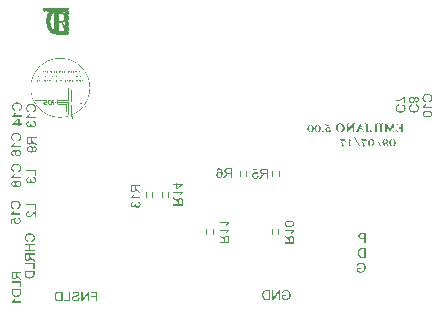
<source format=gbo>
G04 Layer_Color=32896*
%FSAX44Y44*%
%MOMM*%
G71*
G01*
G75*
%ADD48C,0.1000*%
G36*
X00845499Y00877801D02*
Y00877742D01*
X00846448D01*
Y00877683D01*
X00845440D01*
Y00877742D01*
Y00877801D01*
Y00877861D01*
X00845499D01*
Y00877801D01*
D02*
G37*
G36*
X00846507Y00877861D02*
Y00877801D01*
Y00877742D01*
X00846448D01*
Y00877801D01*
Y00877861D01*
Y00877920D01*
X00846507D01*
Y00877861D01*
D02*
G37*
G36*
X00845499Y00878039D02*
Y00877979D01*
Y00877920D01*
X00845440D01*
Y00877979D01*
Y00878039D01*
Y00878098D01*
X00845499D01*
Y00878039D01*
D02*
G37*
G36*
X00933798Y00822847D02*
X00939101D01*
Y00822031D01*
X00933798Y00818278D01*
X00932875D01*
Y00821841D01*
X00930910D01*
Y00822847D01*
X00932875D01*
Y00823960D01*
X00933798D01*
Y00822847D01*
D02*
G37*
G36*
X00902970Y00821109D02*
X00899336D01*
Y00819854D01*
Y00819712D01*
X00899348Y00819582D01*
Y00819488D01*
X00899360Y00819405D01*
X00899372Y00819345D01*
Y00819298D01*
X00899384Y00819274D01*
Y00819263D01*
X00899443Y00819073D01*
X00899478Y00818990D01*
X00899514Y00818919D01*
X00899549Y00818848D01*
X00899573Y00818801D01*
X00899585Y00818777D01*
X00899597Y00818765D01*
X00899668Y00818671D01*
X00899751Y00818576D01*
X00899928Y00818399D01*
X00900011Y00818316D01*
X00900082Y00818257D01*
X00900129Y00818221D01*
X00900141Y00818209D01*
X00900307Y00818091D01*
X00900484Y00817961D01*
X00900674Y00817830D01*
X00900851Y00817700D01*
X00901017Y00817594D01*
X00901147Y00817511D01*
X00901195Y00817475D01*
X00901230Y00817452D01*
X00901254Y00817428D01*
X00901266D01*
X00902970Y00816351D01*
Y00815002D01*
X00900745Y00816410D01*
X00900508Y00816576D01*
X00900295Y00816730D01*
X00900117Y00816883D01*
X00899952Y00817014D01*
X00899833Y00817132D01*
X00899739Y00817227D01*
X00899679Y00817286D01*
X00899656Y00817310D01*
X00899585Y00817404D01*
X00899502Y00817511D01*
X00899372Y00817724D01*
X00899324Y00817819D01*
X00899277Y00817890D01*
X00899253Y00817937D01*
X00899241Y00817961D01*
X00899206Y00817747D01*
X00899171Y00817546D01*
X00899111Y00817369D01*
X00899064Y00817191D01*
X00899005Y00817037D01*
X00898934Y00816895D01*
X00898875Y00816765D01*
X00898815Y00816647D01*
X00898744Y00816552D01*
X00898685Y00816457D01*
X00898638Y00816386D01*
X00898590Y00816327D01*
X00898555Y00816280D01*
X00898520Y00816244D01*
X00898508Y00816233D01*
X00898496Y00816221D01*
X00898378Y00816126D01*
X00898259Y00816031D01*
X00898010Y00815889D01*
X00897762Y00815795D01*
X00897525Y00815723D01*
X00897324Y00815676D01*
X00897241Y00815664D01*
X00897158D01*
X00897099Y00815652D01*
X00897016D01*
X00896768Y00815664D01*
X00896543Y00815700D01*
X00896330Y00815759D01*
X00896152Y00815818D01*
X00895998Y00815889D01*
X00895880Y00815937D01*
X00895809Y00815984D01*
X00895797Y00815996D01*
X00895785D01*
X00895596Y00816138D01*
X00895430Y00816280D01*
X00895288Y00816434D01*
X00895182Y00816576D01*
X00895099Y00816706D01*
X00895051Y00816812D01*
X00895016Y00816883D01*
X00895004Y00816895D01*
Y00816907D01*
X00894969Y00817014D01*
X00894933Y00817144D01*
X00894874Y00817404D01*
X00894838Y00817688D01*
X00894803Y00817949D01*
X00894791Y00818197D01*
Y00818304D01*
X00894779Y00818399D01*
Y00818469D01*
Y00818529D01*
Y00818564D01*
Y00818576D01*
Y00822198D01*
X00902970D01*
Y00821109D01*
D02*
G37*
G36*
X00933135Y00810206D02*
X00933372Y00810040D01*
X00933585Y00809886D01*
X00933763Y00809733D01*
X00933928Y00809602D01*
X00934047Y00809484D01*
X00934141Y00809389D01*
X00934201Y00809330D01*
X00934224Y00809306D01*
X00934295Y00809212D01*
X00934378Y00809105D01*
X00934508Y00808892D01*
X00934556Y00808798D01*
X00934603Y00808726D01*
X00934627Y00808679D01*
X00934639Y00808655D01*
X00934674Y00808868D01*
X00934709Y00809070D01*
X00934769Y00809247D01*
X00934816Y00809425D01*
X00934875Y00809579D01*
X00934946Y00809721D01*
X00935005Y00809851D01*
X00935065Y00809969D01*
X00935136Y00810064D01*
X00935195Y00810159D01*
X00935242Y00810230D01*
X00935290Y00810289D01*
X00935325Y00810336D01*
X00935360Y00810372D01*
X00935372Y00810384D01*
X00935384Y00810395D01*
X00935502Y00810490D01*
X00935621Y00810585D01*
X00935870Y00810727D01*
X00936118Y00810822D01*
X00936355Y00810892D01*
X00936556Y00810940D01*
X00936639Y00810952D01*
X00936722D01*
X00936781Y00810964D01*
X00936864D01*
X00937112Y00810952D01*
X00937337Y00810916D01*
X00937550Y00810857D01*
X00937728Y00810798D01*
X00937882Y00810727D01*
X00938000Y00810679D01*
X00938071Y00810632D01*
X00938083Y00810620D01*
X00938095D01*
X00938284Y00810478D01*
X00938450Y00810336D01*
X00938592Y00810182D01*
X00938698Y00810040D01*
X00938781Y00809910D01*
X00938829Y00809804D01*
X00938864Y00809733D01*
X00938876Y00809721D01*
Y00809709D01*
X00938911Y00809602D01*
X00938947Y00809472D01*
X00939006Y00809212D01*
X00939042Y00808928D01*
X00939077Y00808667D01*
X00939089Y00808419D01*
Y00808312D01*
X00939101Y00808217D01*
Y00808147D01*
Y00808087D01*
Y00808052D01*
Y00808040D01*
Y00804418D01*
X00930910D01*
Y00805507D01*
X00934544D01*
Y00806762D01*
Y00806904D01*
X00934532Y00807034D01*
Y00807129D01*
X00934520Y00807211D01*
X00934508Y00807271D01*
Y00807318D01*
X00934496Y00807342D01*
Y00807353D01*
X00934437Y00807543D01*
X00934402Y00807626D01*
X00934366Y00807697D01*
X00934331Y00807768D01*
X00934307Y00807815D01*
X00934295Y00807839D01*
X00934283Y00807851D01*
X00934212Y00807945D01*
X00934129Y00808040D01*
X00933952Y00808217D01*
X00933869Y00808300D01*
X00933798Y00808360D01*
X00933751Y00808395D01*
X00933739Y00808407D01*
X00933573Y00808525D01*
X00933396Y00808655D01*
X00933206Y00808786D01*
X00933029Y00808916D01*
X00932863Y00809022D01*
X00932733Y00809105D01*
X00932685Y00809141D01*
X00932650Y00809164D01*
X00932626Y00809188D01*
X00932614D01*
X00930910Y00810265D01*
Y00811615D01*
X00933135Y00810206D01*
D02*
G37*
G36*
X00939136Y00815390D02*
X00938935Y00815272D01*
X00938746Y00815142D01*
X00938556Y00814988D01*
X00938391Y00814846D01*
X00938249Y00814704D01*
X00938130Y00814597D01*
X00938095Y00814550D01*
X00938059Y00814514D01*
X00938047Y00814503D01*
X00938036Y00814491D01*
X00937834Y00814242D01*
X00937645Y00813994D01*
X00937479Y00813757D01*
X00937349Y00813520D01*
X00937231Y00813319D01*
X00937183Y00813236D01*
X00937148Y00813165D01*
X00937112Y00813106D01*
X00937100Y00813059D01*
X00937077Y00813035D01*
Y00813023D01*
X00936106D01*
X00936177Y00813201D01*
X00936260Y00813378D01*
X00936343Y00813556D01*
X00936426Y00813721D01*
X00936497Y00813863D01*
X00936556Y00813982D01*
X00936603Y00814053D01*
X00936615Y00814065D01*
Y00814077D01*
X00936745Y00814290D01*
X00936876Y00814479D01*
X00936994Y00814645D01*
X00937100Y00814775D01*
X00937183Y00814893D01*
X00937254Y00814964D01*
X00937302Y00815023D01*
X00937314Y00815035D01*
X00930910D01*
Y00816041D01*
X00939136D01*
Y00815390D01*
D02*
G37*
G36*
X00846507Y00878098D02*
Y00878039D01*
Y00877979D01*
X00846448D01*
Y00878039D01*
Y00878098D01*
Y00878157D01*
X00846507D01*
Y00878098D01*
D02*
G37*
G36*
X00845499Y00878750D02*
Y00878691D01*
Y00878631D01*
X00845440D01*
Y00878691D01*
Y00878750D01*
Y00878809D01*
X00845499D01*
Y00878750D01*
D02*
G37*
G36*
X00846507Y00878809D02*
Y00878750D01*
Y00878691D01*
X00846448D01*
Y00878750D01*
Y00878809D01*
Y00878868D01*
X00846507D01*
Y00878809D01*
D02*
G37*
G36*
X00845499Y00878987D02*
Y00878928D01*
Y00878868D01*
X00845440D01*
Y00878928D01*
Y00878987D01*
Y00879046D01*
X00845499D01*
Y00878987D01*
D02*
G37*
G36*
X00846507Y00878572D02*
Y00878513D01*
Y00878454D01*
X00846448D01*
Y00878513D01*
Y00878572D01*
Y00878631D01*
X00846507D01*
Y00878572D01*
D02*
G37*
G36*
X00845499Y00878276D02*
Y00878216D01*
Y00878157D01*
X00845440D01*
Y00878216D01*
Y00878276D01*
Y00878335D01*
X00845499D01*
Y00878276D01*
D02*
G37*
G36*
X00846507Y00878335D02*
Y00878276D01*
Y00878216D01*
X00846448D01*
Y00878276D01*
Y00878335D01*
Y00878394D01*
X00846507D01*
Y00878335D01*
D02*
G37*
G36*
X00845499Y00878513D02*
Y00878454D01*
Y00878394D01*
X00845440D01*
Y00878454D01*
Y00878513D01*
Y00878572D01*
X00845499D01*
Y00878513D01*
D02*
G37*
G36*
X00897703Y00813415D02*
X00897620Y00813238D01*
X00897537Y00813060D01*
X00897454Y00812895D01*
X00897383Y00812753D01*
X00897324Y00812634D01*
X00897277Y00812563D01*
X00897265Y00812551D01*
Y00812540D01*
X00897135Y00812326D01*
X00897004Y00812137D01*
X00896886Y00811971D01*
X00896780Y00811841D01*
X00896697Y00811723D01*
X00896626Y00811652D01*
X00896578Y00811593D01*
X00896566Y00811581D01*
X00902970D01*
Y00810575D01*
X00894744D01*
Y00811226D01*
X00894945Y00811344D01*
X00895134Y00811474D01*
X00895324Y00811628D01*
X00895489Y00811770D01*
X00895631Y00811912D01*
X00895750Y00812019D01*
X00895785Y00812066D01*
X00895821Y00812102D01*
X00895833Y00812113D01*
X00895844Y00812125D01*
X00896046Y00812374D01*
X00896235Y00812622D01*
X00896401Y00812859D01*
X00896531Y00813096D01*
X00896649Y00813297D01*
X00896697Y00813380D01*
X00896732Y00813451D01*
X00896768Y00813510D01*
X00896780Y00813557D01*
X00896803Y00813581D01*
Y00813593D01*
X00897774D01*
X00897703Y00813415D01*
D02*
G37*
G36*
X00809681Y00780922D02*
X00810095Y00780875D01*
X00810462Y00780816D01*
X00810640Y00780768D01*
X00810794Y00780733D01*
X00810936Y00780697D01*
X00811066Y00780650D01*
X00811184Y00780615D01*
X00811279Y00780591D01*
X00811350Y00780555D01*
X00811409Y00780544D01*
X00811445Y00780520D01*
X00811457D01*
X00811812Y00780342D01*
X00812131Y00780141D01*
X00812403Y00779928D01*
X00812510Y00779821D01*
X00812617Y00779727D01*
X00812711Y00779632D01*
X00812794Y00779538D01*
X00812865Y00779455D01*
X00812913Y00779384D01*
X00812960Y00779336D01*
X00812995Y00779289D01*
X00813007Y00779265D01*
X00813019Y00779253D01*
X00813114Y00779088D01*
X00813197Y00778922D01*
X00813327Y00778567D01*
X00813421Y00778212D01*
X00813481Y00777868D01*
X00813504Y00777703D01*
X00813528Y00777561D01*
X00813540Y00777431D01*
Y00777324D01*
X00813552Y00777229D01*
Y00777158D01*
Y00777111D01*
Y00777099D01*
X00813540Y00776862D01*
X00813516Y00776637D01*
X00813493Y00776424D01*
X00813445Y00776223D01*
X00813386Y00776034D01*
X00813327Y00775856D01*
X00813268Y00775691D01*
X00813197Y00775537D01*
X00813137Y00775407D01*
X00813078Y00775276D01*
X00813019Y00775182D01*
X00812960Y00775087D01*
X00812913Y00775028D01*
X00812889Y00774969D01*
X00812865Y00774945D01*
X00812853Y00774933D01*
X00812711Y00774767D01*
X00812569Y00774625D01*
X00812403Y00774495D01*
X00812238Y00774365D01*
X00811906Y00774152D01*
X00811575Y00773986D01*
X00811421Y00773915D01*
X00811279Y00773856D01*
X00811149Y00773809D01*
X00811042Y00773773D01*
X00810948Y00773738D01*
X00810877Y00773714D01*
X00810829Y00773702D01*
X00810817D01*
X00810545Y00774791D01*
X00810735Y00774838D01*
X00810912Y00774898D01*
X00811078Y00774957D01*
X00811232Y00775016D01*
X00811374Y00775087D01*
X00811492Y00775158D01*
X00811610Y00775241D01*
X00811717Y00775312D01*
X00811812Y00775371D01*
X00811883Y00775442D01*
X00811954Y00775501D01*
X00812013Y00775549D01*
X00812048Y00775596D01*
X00812084Y00775631D01*
X00812096Y00775643D01*
X00812108Y00775655D01*
X00812202Y00775773D01*
X00812273Y00775904D01*
X00812403Y00776164D01*
X00812498Y00776413D01*
X00812557Y00776661D01*
X00812605Y00776874D01*
X00812617Y00776957D01*
Y00777040D01*
X00812628Y00777111D01*
Y00777158D01*
Y00777182D01*
Y00777194D01*
X00812617Y00777466D01*
X00812569Y00777727D01*
X00812510Y00777963D01*
X00812439Y00778176D01*
X00812368Y00778342D01*
X00812333Y00778413D01*
X00812309Y00778472D01*
X00812285Y00778520D01*
X00812262Y00778555D01*
X00812250Y00778579D01*
Y00778590D01*
X00812084Y00778815D01*
X00811906Y00779005D01*
X00811705Y00779171D01*
X00811516Y00779301D01*
X00811350Y00779407D01*
X00811208Y00779478D01*
X00811149Y00779502D01*
X00811113Y00779526D01*
X00811090Y00779538D01*
X00811078D01*
X00810770Y00779632D01*
X00810462Y00779703D01*
X00810155Y00779762D01*
X00809871Y00779798D01*
X00809740Y00779810D01*
X00809622Y00779821D01*
X00809515D01*
X00809433Y00779833D01*
X00809255D01*
X00808947Y00779821D01*
X00808663Y00779798D01*
X00808403Y00779751D01*
X00808166Y00779703D01*
X00807965Y00779668D01*
X00807882Y00779644D01*
X00807811Y00779620D01*
X00807752Y00779609D01*
X00807716Y00779597D01*
X00807693Y00779585D01*
X00807681D01*
X00807409Y00779466D01*
X00807160Y00779336D01*
X00806959Y00779194D01*
X00806781Y00779040D01*
X00806639Y00778910D01*
X00806544Y00778804D01*
X00806485Y00778721D01*
X00806462Y00778709D01*
Y00778697D01*
X00806308Y00778448D01*
X00806189Y00778176D01*
X00806107Y00777916D01*
X00806059Y00777667D01*
X00806024Y00777442D01*
X00806012Y00777348D01*
Y00777265D01*
X00806000Y00777206D01*
Y00777158D01*
Y00777123D01*
Y00777111D01*
X00806012Y00776815D01*
X00806059Y00776543D01*
X00806130Y00776318D01*
X00806201Y00776117D01*
X00806284Y00775963D01*
X00806343Y00775844D01*
X00806391Y00775773D01*
X00806414Y00775750D01*
X00806592Y00775560D01*
X00806793Y00775383D01*
X00807006Y00775241D01*
X00807219Y00775123D01*
X00807409Y00775028D01*
X00807503Y00774992D01*
X00807574Y00774969D01*
X00807634Y00774945D01*
X00807681Y00774921D01*
X00807704Y00774909D01*
X00807716D01*
X00807468Y00773844D01*
X00807255Y00773915D01*
X00807065Y00773986D01*
X00806888Y00774081D01*
X00806710Y00774164D01*
X00806556Y00774258D01*
X00806414Y00774365D01*
X00806272Y00774460D01*
X00806154Y00774554D01*
X00806059Y00774649D01*
X00805965Y00774732D01*
X00805882Y00774815D01*
X00805823Y00774874D01*
X00805763Y00774933D01*
X00805728Y00774980D01*
X00805716Y00775004D01*
X00805704Y00775016D01*
X00805598Y00775182D01*
X00805491Y00775347D01*
X00805408Y00775513D01*
X00805337Y00775691D01*
X00805231Y00776046D01*
X00805160Y00776365D01*
X00805124Y00776519D01*
X00805112Y00776649D01*
X00805100Y00776780D01*
X00805089Y00776886D01*
X00805077Y00776969D01*
Y00777028D01*
Y00777076D01*
Y00777087D01*
X00805100Y00777478D01*
X00805160Y00777857D01*
X00805231Y00778188D01*
X00805278Y00778342D01*
X00805325Y00778484D01*
X00805373Y00778614D01*
X00805420Y00778733D01*
X00805456Y00778827D01*
X00805491Y00778922D01*
X00805527Y00778981D01*
X00805550Y00779028D01*
X00805562Y00779064D01*
X00805574Y00779076D01*
X00805775Y00779395D01*
X00806012Y00779668D01*
X00806249Y00779904D01*
X00806485Y00780106D01*
X00806698Y00780259D01*
X00806793Y00780319D01*
X00806876Y00780366D01*
X00806935Y00780413D01*
X00806982Y00780437D01*
X00807018Y00780449D01*
X00807030Y00780461D01*
X00807397Y00780626D01*
X00807775Y00780745D01*
X00808154Y00780828D01*
X00808497Y00780887D01*
X00808651Y00780910D01*
X00808805Y00780922D01*
X00808924Y00780934D01*
X00809042D01*
X00809125Y00780946D01*
X00809255D01*
X00809681Y00780922D01*
D02*
G37*
G36*
X00848675Y00731713D02*
X00848947Y00731677D01*
X00849208Y00731630D01*
X00849432Y00731583D01*
X00849610Y00731535D01*
X00849693Y00731512D01*
X00849752Y00731488D01*
X00849799Y00731464D01*
X00849835Y00731453D01*
X00849858Y00731441D01*
X00849870D01*
X00850107Y00731322D01*
X00850320Y00731192D01*
X00850498Y00731050D01*
X00850640Y00730920D01*
X00850746Y00730802D01*
X00850829Y00730707D01*
X00850888Y00730636D01*
X00850900Y00730624D01*
Y00730612D01*
X00851019Y00730411D01*
X00851101Y00730210D01*
X00851161Y00730008D01*
X00851196Y00729831D01*
X00851220Y00729677D01*
X00851243Y00729559D01*
Y00729511D01*
Y00729476D01*
Y00729464D01*
Y00729452D01*
X00851232Y00729251D01*
X00851196Y00729062D01*
X00851149Y00728884D01*
X00851101Y00728730D01*
X00851054Y00728612D01*
X00851007Y00728517D01*
X00850971Y00728458D01*
X00850959Y00728434D01*
X00850841Y00728269D01*
X00850699Y00728115D01*
X00850557Y00727984D01*
X00850415Y00727878D01*
X00850296Y00727783D01*
X00850190Y00727724D01*
X00850119Y00727677D01*
X00850107Y00727665D01*
X00850095D01*
X00850001Y00727618D01*
X00849894Y00727570D01*
X00849657Y00727487D01*
X00849385Y00727404D01*
X00849125Y00727322D01*
X00848888Y00727251D01*
X00848781Y00727227D01*
X00848687Y00727203D01*
X00848616Y00727180D01*
X00848557Y00727168D01*
X00848521Y00727156D01*
X00848509D01*
X00848308Y00727109D01*
X00848119Y00727061D01*
X00847953Y00727014D01*
X00847811Y00726978D01*
X00847669Y00726943D01*
X00847551Y00726907D01*
X00847444Y00726884D01*
X00847361Y00726848D01*
X00847278Y00726825D01*
X00847219Y00726813D01*
X00847124Y00726777D01*
X00847065Y00726765D01*
X00847053Y00726753D01*
X00846876Y00726683D01*
X00846722Y00726600D01*
X00846592Y00726517D01*
X00846497Y00726446D01*
X00846414Y00726375D01*
X00846367Y00726327D01*
X00846331Y00726292D01*
X00846320Y00726280D01*
X00846237Y00726174D01*
X00846177Y00726055D01*
X00846142Y00725937D01*
X00846106Y00725842D01*
X00846095Y00725747D01*
X00846083Y00725676D01*
Y00725617D01*
Y00725605D01*
X00846095Y00725463D01*
X00846118Y00725333D01*
X00846154Y00725215D01*
X00846201Y00725120D01*
X00846248Y00725025D01*
X00846284Y00724966D01*
X00846308Y00724919D01*
X00846320Y00724907D01*
X00846414Y00724789D01*
X00846533Y00724694D01*
X00846651Y00724611D01*
X00846757Y00724528D01*
X00846864Y00724481D01*
X00846947Y00724434D01*
X00847006Y00724410D01*
X00847030Y00724398D01*
X00847207Y00724339D01*
X00847397Y00724292D01*
X00847586Y00724268D01*
X00847752Y00724244D01*
X00847894Y00724232D01*
X00848012Y00724221D01*
X00848119D01*
X00848379Y00724232D01*
X00848616Y00724256D01*
X00848829Y00724292D01*
X00849018Y00724339D01*
X00849172Y00724386D01*
X00849290Y00724422D01*
X00849326Y00724434D01*
X00849361Y00724445D01*
X00849373Y00724457D01*
X00849385D01*
X00849575Y00724552D01*
X00849752Y00724659D01*
X00849882Y00724765D01*
X00850001Y00724872D01*
X00850095Y00724954D01*
X00850154Y00725037D01*
X00850190Y00725085D01*
X00850202Y00725096D01*
X00850285Y00725250D01*
X00850368Y00725416D01*
X00850415Y00725594D01*
X00850462Y00725747D01*
X00850498Y00725901D01*
X00850521Y00726008D01*
Y00726055D01*
X00850533Y00726091D01*
Y00726103D01*
Y00726114D01*
X00851551Y00726020D01*
X00851527Y00725724D01*
X00851480Y00725440D01*
X00851409Y00725191D01*
X00851326Y00724966D01*
X00851243Y00724789D01*
X00851208Y00724718D01*
X00851184Y00724659D01*
X00851149Y00724611D01*
X00851137Y00724576D01*
X00851113Y00724552D01*
Y00724540D01*
X00850936Y00724315D01*
X00850746Y00724114D01*
X00850545Y00723948D01*
X00850356Y00723806D01*
X00850190Y00723700D01*
X00850048Y00723629D01*
X00850001Y00723605D01*
X00849965Y00723581D01*
X00849941Y00723569D01*
X00849930D01*
X00849634Y00723463D01*
X00849326Y00723380D01*
X00849018Y00723333D01*
X00848722Y00723286D01*
X00848580Y00723274D01*
X00848462Y00723262D01*
X00848355D01*
X00848261Y00723250D01*
X00848071D01*
X00847752Y00723262D01*
X00847456Y00723297D01*
X00847184Y00723356D01*
X00846959Y00723416D01*
X00846769Y00723463D01*
X00846686Y00723499D01*
X00846615Y00723522D01*
X00846568Y00723546D01*
X00846533Y00723558D01*
X00846509Y00723569D01*
X00846497D01*
X00846248Y00723700D01*
X00846035Y00723842D01*
X00845846Y00723996D01*
X00845692Y00724138D01*
X00845574Y00724256D01*
X00845491Y00724363D01*
X00845432Y00724434D01*
X00845420Y00724445D01*
Y00724457D01*
X00845290Y00724682D01*
X00845195Y00724895D01*
X00845136Y00725096D01*
X00845089Y00725286D01*
X00845065Y00725452D01*
X00845041Y00725582D01*
Y00725629D01*
Y00725665D01*
Y00725676D01*
Y00725688D01*
X00845053Y00725925D01*
X00845089Y00726150D01*
X00845148Y00726351D01*
X00845207Y00726517D01*
X00845278Y00726659D01*
X00845325Y00726765D01*
X00845373Y00726825D01*
X00845384Y00726848D01*
X00845526Y00727026D01*
X00845692Y00727191D01*
X00845870Y00727334D01*
X00846047Y00727464D01*
X00846201Y00727558D01*
X00846331Y00727629D01*
X00846379Y00727653D01*
X00846414Y00727677D01*
X00846438Y00727689D01*
X00846450D01*
X00846544Y00727736D01*
X00846663Y00727772D01*
X00846793Y00727819D01*
X00846935Y00727866D01*
X00847231Y00727949D01*
X00847539Y00728032D01*
X00847681Y00728067D01*
X00847811Y00728103D01*
X00847941Y00728138D01*
X00848048Y00728162D01*
X00848130Y00728186D01*
X00848202Y00728198D01*
X00848249Y00728209D01*
X00848261D01*
X00848497Y00728269D01*
X00848710Y00728316D01*
X00848900Y00728375D01*
X00849065Y00728422D01*
X00849219Y00728482D01*
X00849350Y00728529D01*
X00849468Y00728576D01*
X00849575Y00728612D01*
X00849657Y00728659D01*
X00849728Y00728695D01*
X00849776Y00728718D01*
X00849823Y00728754D01*
X00849882Y00728789D01*
X00849894Y00728801D01*
X00850001Y00728920D01*
X00850072Y00729038D01*
X00850131Y00729156D01*
X00850166Y00729275D01*
X00850190Y00729369D01*
X00850202Y00729452D01*
Y00729500D01*
Y00729523D01*
X00850178Y00729713D01*
X00850131Y00729878D01*
X00850060Y00730020D01*
X00849977Y00730151D01*
X00849906Y00730245D01*
X00849835Y00730328D01*
X00849788Y00730376D01*
X00849764Y00730387D01*
X00849669Y00730446D01*
X00849575Y00730506D01*
X00849350Y00730600D01*
X00849113Y00730659D01*
X00848876Y00730707D01*
X00848663Y00730731D01*
X00848568Y00730742D01*
X00848497Y00730754D01*
X00848332D01*
X00848000Y00730742D01*
X00847704Y00730695D01*
X00847468Y00730624D01*
X00847266Y00730553D01*
X00847113Y00730482D01*
X00846994Y00730411D01*
X00846935Y00730364D01*
X00846911Y00730352D01*
X00846746Y00730186D01*
X00846615Y00730008D01*
X00846509Y00729819D01*
X00846438Y00729630D01*
X00846391Y00729452D01*
X00846355Y00729322D01*
X00846343Y00729263D01*
X00846331Y00729227D01*
Y00729204D01*
Y00729192D01*
X00845290Y00729275D01*
X00845313Y00729535D01*
X00845373Y00729772D01*
X00845432Y00729997D01*
X00845515Y00730186D01*
X00845586Y00730340D01*
X00845645Y00730458D01*
X00845668Y00730494D01*
X00845692Y00730529D01*
X00845704Y00730541D01*
Y00730553D01*
X00845858Y00730754D01*
X00846024Y00730932D01*
X00846201Y00731086D01*
X00846379Y00731204D01*
X00846533Y00731311D01*
X00846651Y00731370D01*
X00846698Y00731393D01*
X00846734Y00731417D01*
X00846757Y00731429D01*
X00846769D01*
X00847030Y00731524D01*
X00847314Y00731595D01*
X00847574Y00731654D01*
X00847823Y00731689D01*
X00848048Y00731713D01*
X00848130D01*
X00848213Y00731725D01*
X00848367D01*
X00848675Y00731713D01*
D02*
G37*
G36*
X00837182Y00723392D02*
X00834234D01*
X00833962Y00723404D01*
X00833714Y00723416D01*
X00833489Y00723439D01*
X00833299Y00723463D01*
X00833134Y00723487D01*
X00833015Y00723499D01*
X00832980Y00723510D01*
X00832944Y00723522D01*
X00832921D01*
X00832708Y00723581D01*
X00832518Y00723652D01*
X00832353Y00723712D01*
X00832210Y00723783D01*
X00832092Y00723842D01*
X00832009Y00723889D01*
X00831962Y00723925D01*
X00831938Y00723936D01*
X00831784Y00724043D01*
X00831654Y00724173D01*
X00831524Y00724292D01*
X00831417Y00724410D01*
X00831323Y00724517D01*
X00831252Y00724599D01*
X00831204Y00724659D01*
X00831192Y00724682D01*
X00831074Y00724872D01*
X00830956Y00725073D01*
X00830861Y00725262D01*
X00830790Y00725452D01*
X00830719Y00725617D01*
X00830672Y00725747D01*
X00830660Y00725795D01*
X00830648Y00725830D01*
X00830636Y00725854D01*
Y00725866D01*
X00830565Y00726150D01*
X00830506Y00726434D01*
X00830471Y00726706D01*
X00830435Y00726967D01*
X00830423Y00727191D01*
Y00727286D01*
X00830411Y00727369D01*
Y00727428D01*
Y00727487D01*
Y00727511D01*
Y00727523D01*
X00830423Y00727925D01*
X00830459Y00728292D01*
X00830518Y00728624D01*
X00830542Y00728778D01*
X00830577Y00728908D01*
X00830613Y00729038D01*
X00830636Y00729145D01*
X00830660Y00729239D01*
X00830695Y00729322D01*
X00830707Y00729393D01*
X00830731Y00729440D01*
X00830743Y00729464D01*
Y00729476D01*
X00830873Y00729784D01*
X00831027Y00730056D01*
X00831192Y00730293D01*
X00831346Y00730494D01*
X00831488Y00730659D01*
X00831607Y00730778D01*
X00831654Y00730813D01*
X00831690Y00730849D01*
X00831702Y00730861D01*
X00831713Y00730873D01*
X00831903Y00731027D01*
X00832104Y00731145D01*
X00832305Y00731251D01*
X00832495Y00731334D01*
X00832660Y00731393D01*
X00832791Y00731429D01*
X00832838Y00731453D01*
X00832873D01*
X00832897Y00731464D01*
X00832909D01*
X00833110Y00731500D01*
X00833347Y00731535D01*
X00833584Y00731559D01*
X00833820Y00731571D01*
X00834033Y00731583D01*
X00837182D01*
Y00723392D01*
D02*
G37*
G36*
X00813410Y00771240D02*
X00809551D01*
Y00767003D01*
X00813410D01*
Y00765914D01*
X00805219D01*
Y00767003D01*
X00808580D01*
Y00771240D01*
X00805219D01*
Y00772329D01*
X00813410D01*
Y00771240D01*
D02*
G37*
G36*
Y00746526D02*
X00813398Y00746254D01*
X00813386Y00746005D01*
X00813362Y00745780D01*
X00813339Y00745591D01*
X00813315Y00745425D01*
X00813303Y00745307D01*
X00813291Y00745271D01*
X00813279Y00745236D01*
Y00745224D01*
Y00745212D01*
X00813220Y00744999D01*
X00813149Y00744809D01*
X00813090Y00744644D01*
X00813019Y00744502D01*
X00812960Y00744383D01*
X00812913Y00744301D01*
X00812877Y00744253D01*
X00812865Y00744230D01*
X00812759Y00744076D01*
X00812628Y00743945D01*
X00812510Y00743815D01*
X00812392Y00743709D01*
X00812285Y00743614D01*
X00812202Y00743543D01*
X00812143Y00743496D01*
X00812120Y00743484D01*
X00811930Y00743365D01*
X00811729Y00743247D01*
X00811540Y00743152D01*
X00811350Y00743081D01*
X00811184Y00743010D01*
X00811054Y00742963D01*
X00811007Y00742951D01*
X00810971Y00742939D01*
X00810948Y00742927D01*
X00810936D01*
X00810652Y00742857D01*
X00810368Y00742797D01*
X00810095Y00742762D01*
X00809835Y00742726D01*
X00809610Y00742714D01*
X00809515D01*
X00809433Y00742703D01*
X00809279D01*
X00808876Y00742714D01*
X00808509Y00742750D01*
X00808178Y00742809D01*
X00808024Y00742833D01*
X00807894Y00742868D01*
X00807764Y00742904D01*
X00807657Y00742927D01*
X00807562Y00742951D01*
X00807480Y00742987D01*
X00807409Y00742999D01*
X00807361Y00743022D01*
X00807338Y00743034D01*
X00807326D01*
X00807018Y00743164D01*
X00806746Y00743318D01*
X00806509Y00743484D01*
X00806308Y00743638D01*
X00806142Y00743780D01*
X00806024Y00743898D01*
X00805988Y00743945D01*
X00805953Y00743981D01*
X00805941Y00743993D01*
X00805929Y00744005D01*
X00805775Y00744194D01*
X00805657Y00744395D01*
X00805550Y00744596D01*
X00805467Y00744786D01*
X00805408Y00744951D01*
X00805373Y00745082D01*
X00805349Y00745129D01*
Y00745164D01*
X00805337Y00745188D01*
Y00745200D01*
X00805302Y00745401D01*
X00805266Y00745638D01*
X00805242Y00745875D01*
X00805231Y00746112D01*
X00805219Y00746324D01*
Y00746419D01*
Y00746502D01*
Y00746561D01*
Y00746609D01*
Y00746644D01*
Y00746656D01*
Y00749473D01*
X00813410D01*
Y00746526D01*
D02*
G37*
G36*
Y00750763D02*
X00812439D01*
Y00754799D01*
X00805219D01*
Y00755888D01*
X00813410D01*
Y00750763D01*
D02*
G37*
G36*
Y00763002D02*
X00809776D01*
Y00761747D01*
Y00761605D01*
X00809788Y00761475D01*
Y00761380D01*
X00809799Y00761298D01*
X00809811Y00761238D01*
Y00761191D01*
X00809823Y00761167D01*
Y00761155D01*
X00809882Y00760966D01*
X00809918Y00760883D01*
X00809953Y00760812D01*
X00809989Y00760741D01*
X00810013Y00760694D01*
X00810024Y00760670D01*
X00810036Y00760658D01*
X00810107Y00760564D01*
X00810190Y00760469D01*
X00810368Y00760292D01*
X00810451Y00760209D01*
X00810521Y00760149D01*
X00810569Y00760114D01*
X00810581Y00760102D01*
X00810746Y00759984D01*
X00810924Y00759854D01*
X00811113Y00759723D01*
X00811291Y00759593D01*
X00811457Y00759487D01*
X00811587Y00759404D01*
X00811634Y00759368D01*
X00811670Y00759345D01*
X00811693Y00759321D01*
X00811705D01*
X00813410Y00758244D01*
Y00756894D01*
X00811184Y00758303D01*
X00810948Y00758469D01*
X00810735Y00758623D01*
X00810557Y00758776D01*
X00810391Y00758907D01*
X00810273Y00759025D01*
X00810178Y00759120D01*
X00810119Y00759179D01*
X00810095Y00759202D01*
X00810024Y00759297D01*
X00809942Y00759404D01*
X00809811Y00759617D01*
X00809764Y00759712D01*
X00809717Y00759782D01*
X00809693Y00759830D01*
X00809681Y00759854D01*
X00809646Y00759641D01*
X00809610Y00759439D01*
X00809551Y00759262D01*
X00809504Y00759084D01*
X00809444Y00758930D01*
X00809373Y00758788D01*
X00809314Y00758658D01*
X00809255Y00758540D01*
X00809184Y00758445D01*
X00809125Y00758350D01*
X00809078Y00758279D01*
X00809030Y00758220D01*
X00808995Y00758173D01*
X00808959Y00758137D01*
X00808947Y00758125D01*
X00808935Y00758114D01*
X00808817Y00758019D01*
X00808699Y00757924D01*
X00808450Y00757782D01*
X00808202Y00757688D01*
X00807965Y00757616D01*
X00807764Y00757569D01*
X00807681Y00757557D01*
X00807598D01*
X00807539Y00757545D01*
X00807456D01*
X00807207Y00757557D01*
X00806982Y00757593D01*
X00806769Y00757652D01*
X00806592Y00757711D01*
X00806438Y00757782D01*
X00806320Y00757830D01*
X00806249Y00757877D01*
X00806237Y00757889D01*
X00806225D01*
X00806036Y00758031D01*
X00805870Y00758173D01*
X00805728Y00758327D01*
X00805621Y00758469D01*
X00805538Y00758599D01*
X00805491Y00758705D01*
X00805456Y00758776D01*
X00805444Y00758788D01*
Y00758800D01*
X00805408Y00758907D01*
X00805373Y00759037D01*
X00805313Y00759297D01*
X00805278Y00759581D01*
X00805242Y00759842D01*
X00805231Y00760090D01*
Y00760197D01*
X00805219Y00760292D01*
Y00760362D01*
Y00760422D01*
Y00760457D01*
Y00760469D01*
Y00764091D01*
X00813410D01*
Y00763002D01*
D02*
G37*
G36*
X00843597Y00723392D02*
X00838472D01*
Y00724363D01*
X00842508D01*
Y00731583D01*
X00843597D01*
Y00723392D01*
D02*
G37*
G36*
X00802132Y00735210D02*
X00801161D01*
Y00739246D01*
X00793941D01*
Y00740335D01*
X00802132D01*
Y00735210D01*
D02*
G37*
G36*
Y00747449D02*
X00798498D01*
Y00746194D01*
Y00746052D01*
X00798510Y00745922D01*
Y00745827D01*
X00798522Y00745745D01*
X00798534Y00745685D01*
Y00745638D01*
X00798546Y00745614D01*
Y00745603D01*
X00798605Y00745413D01*
X00798640Y00745330D01*
X00798676Y00745259D01*
X00798711Y00745188D01*
X00798735Y00745141D01*
X00798747Y00745117D01*
X00798759Y00745105D01*
X00798830Y00745011D01*
X00798913Y00744916D01*
X00799090Y00744738D01*
X00799173Y00744656D01*
X00799244Y00744596D01*
X00799291Y00744561D01*
X00799303Y00744549D01*
X00799469Y00744431D01*
X00799646Y00744301D01*
X00799836Y00744170D01*
X00800013Y00744040D01*
X00800179Y00743934D01*
X00800309Y00743851D01*
X00800357Y00743815D01*
X00800392Y00743792D01*
X00800416Y00743768D01*
X00800428D01*
X00802132Y00742691D01*
Y00741341D01*
X00799907Y00742750D01*
X00799670Y00742916D01*
X00799457Y00743070D01*
X00799279Y00743223D01*
X00799114Y00743354D01*
X00798995Y00743472D01*
X00798901Y00743567D01*
X00798841Y00743626D01*
X00798818Y00743650D01*
X00798747Y00743744D01*
X00798664Y00743851D01*
X00798534Y00744064D01*
X00798486Y00744158D01*
X00798439Y00744230D01*
X00798415Y00744277D01*
X00798403Y00744301D01*
X00798368Y00744088D01*
X00798333Y00743886D01*
X00798273Y00743709D01*
X00798226Y00743531D01*
X00798167Y00743377D01*
X00798096Y00743235D01*
X00798037Y00743105D01*
X00797977Y00742987D01*
X00797906Y00742892D01*
X00797847Y00742797D01*
X00797800Y00742726D01*
X00797753Y00742667D01*
X00797717Y00742620D01*
X00797682Y00742584D01*
X00797670Y00742572D01*
X00797658Y00742561D01*
X00797540Y00742466D01*
X00797421Y00742371D01*
X00797172Y00742229D01*
X00796924Y00742134D01*
X00796687Y00742064D01*
X00796486Y00742016D01*
X00796403Y00742004D01*
X00796320D01*
X00796261Y00741992D01*
X00796178D01*
X00795930Y00742004D01*
X00795705Y00742040D01*
X00795492Y00742099D01*
X00795314Y00742158D01*
X00795160Y00742229D01*
X00795042Y00742277D01*
X00794971Y00742324D01*
X00794959Y00742336D01*
X00794947D01*
X00794758Y00742478D01*
X00794592Y00742620D01*
X00794450Y00742774D01*
X00794344Y00742916D01*
X00794261Y00743046D01*
X00794213Y00743152D01*
X00794178Y00743223D01*
X00794166Y00743235D01*
Y00743247D01*
X00794131Y00743354D01*
X00794095Y00743484D01*
X00794036Y00743744D01*
X00794000Y00744028D01*
X00793965Y00744289D01*
X00793953Y00744537D01*
Y00744644D01*
X00793941Y00744738D01*
Y00744809D01*
Y00744869D01*
Y00744904D01*
Y00744916D01*
Y00748538D01*
X00802132D01*
Y00747449D01*
D02*
G37*
G36*
X00900993Y00807959D02*
X00901171Y00807923D01*
X00901502Y00807817D01*
X00901786Y00807687D01*
X00901905Y00807616D01*
X00902023Y00807544D01*
X00902130Y00807474D01*
X00902213Y00807402D01*
X00902295Y00807343D01*
X00902355Y00807284D01*
X00902402Y00807249D01*
X00902437Y00807213D01*
X00902461Y00807189D01*
X00902473Y00807178D01*
X00902579Y00807036D01*
X00902686Y00806893D01*
X00902769Y00806751D01*
X00902840Y00806598D01*
X00902958Y00806302D01*
X00903029Y00806018D01*
X00903053Y00805887D01*
X00903076Y00805769D01*
X00903088Y00805663D01*
X00903100Y00805568D01*
X00903112Y00805497D01*
Y00805438D01*
Y00805402D01*
Y00805390D01*
X00903100Y00805165D01*
X00903076Y00804964D01*
X00903041Y00804763D01*
X00902994Y00804574D01*
X00902934Y00804396D01*
X00902875Y00804242D01*
X00902804Y00804088D01*
X00902733Y00803958D01*
X00902674Y00803828D01*
X00902603Y00803721D01*
X00902544Y00803627D01*
X00902485Y00803556D01*
X00902437Y00803496D01*
X00902402Y00803449D01*
X00902378Y00803426D01*
X00902366Y00803414D01*
X00902224Y00803272D01*
X00902070Y00803153D01*
X00901917Y00803047D01*
X00901763Y00802952D01*
X00901621Y00802881D01*
X00901467Y00802810D01*
X00901183Y00802715D01*
X00901052Y00802692D01*
X00900934Y00802668D01*
X00900828Y00802644D01*
X00900733Y00802632D01*
X00900662Y00802621D01*
X00900555D01*
X00900271Y00802632D01*
X00900011Y00802680D01*
X00899786Y00802751D01*
X00899597Y00802822D01*
X00899443Y00802893D01*
X00899324Y00802964D01*
X00899253Y00803011D01*
X00899230Y00803023D01*
X00899052Y00803189D01*
X00898898Y00803366D01*
X00898780Y00803556D01*
X00898685Y00803745D01*
X00898614Y00803911D01*
X00898567Y00804041D01*
X00898555Y00804088D01*
X00898543Y00804124D01*
X00898531Y00804147D01*
Y00804159D01*
X00898425Y00803958D01*
X00898318Y00803792D01*
X00898200Y00803650D01*
X00898093Y00803532D01*
X00897999Y00803437D01*
X00897916Y00803366D01*
X00897868Y00803331D01*
X00897845Y00803319D01*
X00897679Y00803224D01*
X00897513Y00803153D01*
X00897348Y00803094D01*
X00897194Y00803058D01*
X00897064Y00803035D01*
X00896969Y00803023D01*
X00896874D01*
X00896673Y00803035D01*
X00896472Y00803070D01*
X00896294Y00803118D01*
X00896140Y00803177D01*
X00896010Y00803236D01*
X00895904Y00803283D01*
X00895844Y00803319D01*
X00895821Y00803331D01*
X00895643Y00803449D01*
X00895489Y00803591D01*
X00895359Y00803733D01*
X00895241Y00803875D01*
X00895158Y00803994D01*
X00895087Y00804100D01*
X00895051Y00804171D01*
X00895040Y00804183D01*
Y00804195D01*
X00894945Y00804408D01*
X00894874Y00804621D01*
X00894815Y00804834D01*
X00894779Y00805023D01*
X00894755Y00805177D01*
X00894744Y00805307D01*
Y00805355D01*
Y00805390D01*
Y00805414D01*
Y00805426D01*
Y00805603D01*
X00894767Y00805769D01*
X00894827Y00806089D01*
X00894921Y00806361D01*
X00895016Y00806598D01*
X00895075Y00806704D01*
X00895123Y00806787D01*
X00895170Y00806870D01*
X00895217Y00806929D01*
X00895253Y00806976D01*
X00895276Y00807012D01*
X00895288Y00807036D01*
X00895300Y00807047D01*
X00895525Y00807272D01*
X00895773Y00807450D01*
X00896034Y00807592D01*
X00896294Y00807710D01*
X00896519Y00807781D01*
X00896614Y00807817D01*
X00896697Y00807840D01*
X00896768Y00807852D01*
X00896815Y00807864D01*
X00896851Y00807876D01*
X00896862D01*
X00897040Y00806870D01*
X00896780Y00806823D01*
X00896555Y00806751D01*
X00896365Y00806669D01*
X00896211Y00806586D01*
X00896093Y00806503D01*
X00896010Y00806432D01*
X00895951Y00806385D01*
X00895939Y00806373D01*
X00895821Y00806219D01*
X00895726Y00806053D01*
X00895667Y00805899D01*
X00895620Y00805745D01*
X00895596Y00805603D01*
X00895572Y00805497D01*
Y00805426D01*
Y00805414D01*
Y00805402D01*
X00895584Y00805189D01*
X00895631Y00805000D01*
X00895691Y00804834D01*
X00895750Y00804692D01*
X00895821Y00804585D01*
X00895880Y00804503D01*
X00895927Y00804443D01*
X00895939Y00804432D01*
X00896081Y00804301D01*
X00896235Y00804207D01*
X00896389Y00804147D01*
X00896531Y00804100D01*
X00896661Y00804077D01*
X00896756Y00804053D01*
X00896981D01*
X00897099Y00804077D01*
X00897300Y00804136D01*
X00897478Y00804219D01*
X00897632Y00804313D01*
X00897738Y00804408D01*
X00897821Y00804491D01*
X00897868Y00804550D01*
X00897880Y00804562D01*
Y00804574D01*
X00897987Y00804775D01*
X00898070Y00804964D01*
X00898129Y00805165D01*
X00898164Y00805343D01*
X00898188Y00805497D01*
X00898212Y00805627D01*
Y00805674D01*
Y00805710D01*
Y00805722D01*
Y00805734D01*
Y00805781D01*
X00898200Y00805828D01*
Y00805876D01*
Y00805887D01*
X00899088Y00806006D01*
X00899052Y00805852D01*
X00899028Y00805710D01*
X00899005Y00805592D01*
X00898993Y00805485D01*
X00898981Y00805402D01*
Y00805343D01*
Y00805307D01*
Y00805296D01*
X00899005Y00805047D01*
X00899052Y00804822D01*
X00899123Y00804621D01*
X00899206Y00804455D01*
X00899289Y00804325D01*
X00899360Y00804230D01*
X00899407Y00804171D01*
X00899431Y00804147D01*
X00899609Y00803994D01*
X00899798Y00803875D01*
X00899987Y00803792D01*
X00900177Y00803745D01*
X00900331Y00803709D01*
X00900461Y00803698D01*
X00900508Y00803686D01*
X00900579D01*
X00900839Y00803709D01*
X00901076Y00803769D01*
X00901277Y00803840D01*
X00901455Y00803934D01*
X00901597Y00804029D01*
X00901703Y00804100D01*
X00901775Y00804159D01*
X00901798Y00804183D01*
X00901964Y00804372D01*
X00902082Y00804574D01*
X00902165Y00804775D01*
X00902224Y00804964D01*
X00902260Y00805130D01*
X00902272Y00805260D01*
X00902283Y00805307D01*
Y00805343D01*
Y00805367D01*
Y00805378D01*
X00902272Y00805592D01*
X00902224Y00805793D01*
X00902165Y00805970D01*
X00902094Y00806112D01*
X00902035Y00806231D01*
X00901976Y00806325D01*
X00901928Y00806373D01*
X00901917Y00806396D01*
X00901751Y00806538D01*
X00901562Y00806657D01*
X00901360Y00806763D01*
X00901147Y00806846D01*
X00900970Y00806905D01*
X00900887Y00806929D01*
X00900816Y00806941D01*
X00900757Y00806953D01*
X00900709Y00806965D01*
X00900686Y00806976D01*
X00900674D01*
X00900804Y00807982D01*
X00900993Y00807959D01*
D02*
G37*
G36*
X00802132Y00730973D02*
X00802120Y00730701D01*
X00802108Y00730452D01*
X00802085Y00730227D01*
X00802061Y00730038D01*
X00802037Y00729872D01*
X00802026Y00729754D01*
X00802014Y00729718D01*
X00802002Y00729683D01*
Y00729671D01*
Y00729659D01*
X00801943Y00729446D01*
X00801872Y00729257D01*
X00801812Y00729091D01*
X00801741Y00728949D01*
X00801682Y00728830D01*
X00801635Y00728747D01*
X00801599Y00728700D01*
X00801588Y00728677D01*
X00801481Y00728523D01*
X00801351Y00728392D01*
X00801232Y00728262D01*
X00801114Y00728156D01*
X00801008Y00728061D01*
X00800925Y00727990D01*
X00800865Y00727943D01*
X00800842Y00727931D01*
X00800652Y00727812D01*
X00800451Y00727694D01*
X00800262Y00727599D01*
X00800072Y00727528D01*
X00799907Y00727457D01*
X00799777Y00727410D01*
X00799729Y00727398D01*
X00799694Y00727386D01*
X00799670Y00727374D01*
X00799658D01*
X00799374Y00727303D01*
X00799090Y00727244D01*
X00798818Y00727209D01*
X00798557Y00727173D01*
X00798333Y00727161D01*
X00798238D01*
X00798155Y00727150D01*
X00798001D01*
X00797599Y00727161D01*
X00797232Y00727197D01*
X00796900Y00727256D01*
X00796746Y00727280D01*
X00796616Y00727315D01*
X00796486Y00727351D01*
X00796379Y00727374D01*
X00796285Y00727398D01*
X00796202Y00727434D01*
X00796131Y00727446D01*
X00796084Y00727469D01*
X00796060Y00727481D01*
X00796048D01*
X00795740Y00727611D01*
X00795468Y00727765D01*
X00795231Y00727931D01*
X00795030Y00728085D01*
X00794865Y00728227D01*
X00794746Y00728345D01*
X00794711Y00728392D01*
X00794675Y00728428D01*
X00794663Y00728440D01*
X00794651Y00728452D01*
X00794498Y00728641D01*
X00794379Y00728842D01*
X00794273Y00729043D01*
X00794190Y00729233D01*
X00794131Y00729398D01*
X00794095Y00729529D01*
X00794071Y00729576D01*
Y00729612D01*
X00794060Y00729635D01*
Y00729647D01*
X00794024Y00729848D01*
X00793989Y00730085D01*
X00793965Y00730322D01*
X00793953Y00730558D01*
X00793941Y00730772D01*
Y00730866D01*
Y00730949D01*
Y00731008D01*
Y00731056D01*
Y00731091D01*
Y00731103D01*
Y00733920D01*
X00802132D01*
Y00730973D01*
D02*
G37*
G36*
X00866394Y00723392D02*
X00865305D01*
Y00727109D01*
X00861458D01*
Y00728079D01*
X00865305D01*
Y00730612D01*
X00860855D01*
Y00731583D01*
X00866394D01*
Y00723392D01*
D02*
G37*
G36*
X00859458D02*
X00858416D01*
Y00729819D01*
X00854131Y00723392D01*
X00853007D01*
Y00731583D01*
X00854049D01*
Y00725144D01*
X00858345Y00731583D01*
X00859458D01*
Y00723392D01*
D02*
G37*
G36*
X00796865Y00725126D02*
X00796782Y00724948D01*
X00796699Y00724771D01*
X00796616Y00724605D01*
X00796545Y00724463D01*
X00796486Y00724344D01*
X00796439Y00724273D01*
X00796427Y00724261D01*
Y00724250D01*
X00796297Y00724037D01*
X00796167Y00723847D01*
X00796048Y00723682D01*
X00795942Y00723551D01*
X00795859Y00723433D01*
X00795788Y00723362D01*
X00795740Y00723303D01*
X00795729Y00723291D01*
X00802132D01*
Y00722285D01*
X00793906D01*
Y00722936D01*
X00794107Y00723054D01*
X00794296Y00723184D01*
X00794486Y00723338D01*
X00794651Y00723480D01*
X00794793Y00723622D01*
X00794912Y00723729D01*
X00794947Y00723776D01*
X00794983Y00723812D01*
X00794995Y00723824D01*
X00795006Y00723835D01*
X00795208Y00724084D01*
X00795397Y00724333D01*
X00795563Y00724569D01*
X00795693Y00724806D01*
X00795811Y00725007D01*
X00795859Y00725090D01*
X00795894Y00725161D01*
X00795930Y00725220D01*
X00795942Y00725268D01*
X00795965Y00725291D01*
Y00725303D01*
X00796936D01*
X00796865Y00725126D01*
D02*
G37*
G36*
X00846507Y00879046D02*
Y00878987D01*
Y00878928D01*
X00846448D01*
Y00878987D01*
Y00879046D01*
Y00879106D01*
X00846507D01*
Y00879046D01*
D02*
G37*
G36*
Y00881418D02*
Y00881358D01*
Y00881299D01*
X00846448D01*
Y00881358D01*
Y00881418D01*
Y00881477D01*
X00846507D01*
Y00881418D01*
D02*
G37*
G36*
X00842773Y00903649D02*
Y00903589D01*
Y00903530D01*
Y00903471D01*
Y00903411D01*
Y00903352D01*
Y00903293D01*
Y00903234D01*
Y00903174D01*
Y00903115D01*
Y00903056D01*
Y00902997D01*
Y00902937D01*
Y00902878D01*
Y00902819D01*
Y00902759D01*
Y00902700D01*
Y00902641D01*
Y00902582D01*
Y00902522D01*
Y00902463D01*
Y00902404D01*
Y00902344D01*
Y00902285D01*
Y00902226D01*
Y00902167D01*
Y00902107D01*
Y00902048D01*
Y00901989D01*
Y00901929D01*
Y00901870D01*
Y00901811D01*
Y00901752D01*
Y00901692D01*
Y00901633D01*
Y00901574D01*
Y00901515D01*
Y00901455D01*
Y00901396D01*
Y00901337D01*
Y00901277D01*
Y00901218D01*
Y00901159D01*
Y00901099D01*
Y00901040D01*
Y00900981D01*
Y00900922D01*
Y00900862D01*
Y00900803D01*
Y00900744D01*
Y00900685D01*
Y00900625D01*
Y00900566D01*
Y00900507D01*
Y00900447D01*
Y00900388D01*
Y00900329D01*
Y00900269D01*
Y00900210D01*
Y00900151D01*
Y00900092D01*
Y00900032D01*
Y00899973D01*
Y00899914D01*
Y00899855D01*
Y00899795D01*
Y00899736D01*
Y00899677D01*
Y00899617D01*
Y00899558D01*
Y00899499D01*
Y00899440D01*
Y00899380D01*
Y00899321D01*
Y00899262D01*
Y00899202D01*
Y00899143D01*
Y00899084D01*
Y00899025D01*
Y00898965D01*
Y00898906D01*
Y00898847D01*
Y00898788D01*
Y00898728D01*
Y00898669D01*
Y00898610D01*
Y00898550D01*
Y00898491D01*
Y00898432D01*
Y00898372D01*
Y00898313D01*
Y00898254D01*
Y00898195D01*
Y00898135D01*
Y00898076D01*
Y00898017D01*
Y00897958D01*
Y00897898D01*
Y00897839D01*
Y00897780D01*
Y00897720D01*
Y00897661D01*
Y00897602D01*
Y00897542D01*
Y00897483D01*
Y00897424D01*
Y00897365D01*
Y00897305D01*
Y00897246D01*
Y00897187D01*
Y00897128D01*
Y00897068D01*
Y00897009D01*
Y00896950D01*
Y00896890D01*
Y00896831D01*
Y00896772D01*
Y00896713D01*
Y00896653D01*
Y00896594D01*
Y00896535D01*
Y00896475D01*
Y00896416D01*
Y00896357D01*
Y00896298D01*
Y00896238D01*
Y00896179D01*
Y00896120D01*
Y00896060D01*
Y00896001D01*
Y00895942D01*
Y00895883D01*
Y00895823D01*
Y00895764D01*
Y00895705D01*
Y00895646D01*
Y00895586D01*
Y00895527D01*
Y00895468D01*
Y00895408D01*
Y00895349D01*
Y00895290D01*
Y00895230D01*
Y00895171D01*
Y00895112D01*
Y00895053D01*
Y00894993D01*
Y00894934D01*
Y00894875D01*
Y00894816D01*
Y00894756D01*
Y00894697D01*
Y00894638D01*
Y00894578D01*
Y00894519D01*
Y00894460D01*
Y00894400D01*
Y00894341D01*
Y00894282D01*
Y00894223D01*
Y00894163D01*
Y00894104D01*
Y00894045D01*
Y00893986D01*
Y00893926D01*
Y00893867D01*
Y00893808D01*
Y00893748D01*
Y00893689D01*
Y00893630D01*
Y00893571D01*
Y00893511D01*
Y00893452D01*
Y00893393D01*
Y00893334D01*
Y00893274D01*
X00833228D01*
Y00893215D01*
X00833169D01*
Y00893156D01*
X00833109D01*
Y00893096D01*
X00833050D01*
Y00893037D01*
Y00892978D01*
Y00892918D01*
Y00892859D01*
Y00892800D01*
X00833109D01*
Y00892741D01*
Y00892681D01*
Y00892622D01*
X00833169D01*
Y00892563D01*
Y00892504D01*
X00833228D01*
Y00892444D01*
Y00892385D01*
X00833287D01*
Y00892326D01*
X00833406D01*
Y00892266D01*
X00842773D01*
Y00892207D01*
Y00892148D01*
Y00892088D01*
Y00892029D01*
Y00891970D01*
Y00891911D01*
Y00891851D01*
Y00891792D01*
Y00891733D01*
Y00891674D01*
Y00891614D01*
Y00891555D01*
Y00891496D01*
Y00891436D01*
Y00891377D01*
Y00891318D01*
Y00891259D01*
Y00891199D01*
Y00891140D01*
Y00891081D01*
Y00891021D01*
Y00890962D01*
Y00890903D01*
Y00890844D01*
Y00890784D01*
Y00890725D01*
Y00890666D01*
Y00890606D01*
Y00890547D01*
Y00890488D01*
Y00890429D01*
Y00890369D01*
Y00890310D01*
Y00890251D01*
Y00890191D01*
Y00890132D01*
Y00890073D01*
Y00890014D01*
Y00889954D01*
Y00889895D01*
Y00889836D01*
Y00889777D01*
Y00889717D01*
Y00889658D01*
Y00889599D01*
Y00889539D01*
Y00889480D01*
Y00889421D01*
Y00889361D01*
Y00889302D01*
Y00889243D01*
Y00889184D01*
Y00889124D01*
Y00889065D01*
Y00889006D01*
Y00888947D01*
Y00888887D01*
Y00888828D01*
Y00888769D01*
Y00888709D01*
Y00888650D01*
Y00888591D01*
Y00888532D01*
Y00888472D01*
Y00888413D01*
Y00888354D01*
Y00888294D01*
Y00888235D01*
Y00888176D01*
Y00888117D01*
Y00888057D01*
Y00887998D01*
Y00887939D01*
Y00887879D01*
Y00887820D01*
Y00887761D01*
Y00887702D01*
Y00887642D01*
Y00887583D01*
Y00887524D01*
Y00887465D01*
Y00887405D01*
Y00887346D01*
Y00887287D01*
Y00887227D01*
Y00887168D01*
Y00887109D01*
Y00887049D01*
Y00886990D01*
Y00886931D01*
Y00886872D01*
Y00886812D01*
Y00886753D01*
Y00886694D01*
Y00886635D01*
Y00886575D01*
Y00886516D01*
Y00886457D01*
Y00886397D01*
Y00886338D01*
Y00886279D01*
Y00886219D01*
Y00886160D01*
Y00886101D01*
Y00886042D01*
Y00885982D01*
Y00885923D01*
Y00885864D01*
Y00885805D01*
Y00885745D01*
Y00885686D01*
Y00885627D01*
Y00885567D01*
Y00885508D01*
Y00885449D01*
Y00885390D01*
Y00885330D01*
Y00885271D01*
Y00885212D01*
Y00885153D01*
Y00885093D01*
Y00885034D01*
Y00884975D01*
Y00884915D01*
Y00884856D01*
Y00884797D01*
Y00884737D01*
Y00884678D01*
Y00884619D01*
Y00884560D01*
Y00884500D01*
Y00884441D01*
Y00884382D01*
Y00884323D01*
Y00884263D01*
Y00884204D01*
Y00884145D01*
Y00884085D01*
Y00884026D01*
Y00883967D01*
Y00883907D01*
Y00883848D01*
Y00883789D01*
Y00883730D01*
Y00883670D01*
Y00883611D01*
Y00883552D01*
Y00883493D01*
Y00883433D01*
Y00883374D01*
Y00883315D01*
Y00883255D01*
Y00883196D01*
Y00883137D01*
Y00883078D01*
Y00883018D01*
Y00882959D01*
Y00882900D01*
Y00882840D01*
Y00882781D01*
Y00882722D01*
Y00882663D01*
Y00882603D01*
Y00882544D01*
Y00882485D01*
Y00882426D01*
Y00882366D01*
Y00882307D01*
Y00882248D01*
Y00882188D01*
Y00882129D01*
Y00882070D01*
Y00882010D01*
Y00881951D01*
Y00881892D01*
Y00881833D01*
Y00881773D01*
Y00881714D01*
Y00881655D01*
Y00881596D01*
Y00881536D01*
Y00881477D01*
Y00881418D01*
X00841883D01*
Y00881477D01*
Y00881536D01*
Y00881596D01*
Y00881655D01*
Y00881714D01*
Y00881773D01*
Y00881833D01*
Y00881892D01*
Y00881951D01*
Y00882010D01*
Y00882070D01*
Y00882129D01*
Y00882188D01*
Y00882248D01*
Y00882307D01*
Y00882366D01*
Y00882426D01*
Y00882485D01*
Y00882544D01*
Y00882603D01*
Y00882663D01*
Y00882722D01*
Y00882781D01*
Y00882840D01*
Y00882900D01*
Y00882959D01*
Y00883018D01*
Y00883078D01*
Y00883137D01*
Y00883196D01*
Y00883255D01*
Y00883315D01*
Y00883374D01*
Y00883433D01*
Y00883493D01*
Y00883552D01*
Y00883611D01*
Y00883670D01*
Y00883730D01*
Y00883789D01*
Y00883848D01*
Y00883907D01*
Y00883967D01*
Y00884026D01*
Y00884085D01*
Y00884145D01*
Y00884204D01*
Y00884263D01*
Y00884323D01*
Y00884382D01*
Y00884441D01*
Y00884500D01*
Y00884560D01*
Y00884619D01*
Y00884678D01*
Y00884737D01*
Y00884797D01*
Y00884856D01*
Y00884915D01*
Y00884975D01*
Y00885034D01*
Y00885093D01*
Y00885153D01*
Y00885212D01*
Y00885271D01*
Y00885330D01*
Y00885390D01*
Y00885449D01*
Y00885508D01*
Y00885567D01*
Y00885627D01*
Y00885686D01*
Y00885745D01*
Y00885805D01*
Y00885864D01*
Y00885923D01*
Y00885982D01*
Y00886042D01*
Y00886101D01*
Y00886160D01*
Y00886219D01*
Y00886279D01*
Y00886338D01*
Y00886397D01*
Y00886457D01*
Y00886516D01*
Y00886575D01*
Y00886635D01*
Y00886694D01*
Y00886753D01*
Y00886812D01*
Y00886872D01*
Y00886931D01*
Y00886990D01*
Y00887049D01*
Y00887109D01*
Y00887168D01*
Y00887227D01*
Y00887287D01*
Y00887346D01*
Y00887405D01*
Y00887465D01*
Y00887524D01*
Y00887583D01*
Y00887642D01*
Y00887702D01*
Y00887761D01*
Y00887820D01*
Y00887879D01*
Y00887939D01*
Y00887998D01*
Y00888057D01*
Y00888117D01*
Y00888176D01*
Y00888235D01*
Y00888294D01*
Y00888354D01*
Y00888413D01*
Y00888472D01*
Y00888532D01*
Y00888591D01*
Y00888650D01*
Y00888709D01*
Y00888769D01*
Y00888828D01*
Y00888887D01*
Y00888947D01*
Y00889006D01*
Y00889065D01*
Y00889124D01*
Y00889184D01*
Y00889243D01*
Y00889302D01*
Y00889361D01*
Y00889421D01*
Y00889480D01*
Y00889539D01*
Y00889599D01*
Y00889658D01*
Y00889717D01*
Y00889777D01*
Y00889836D01*
Y00889895D01*
Y00889954D01*
Y00890014D01*
Y00890073D01*
Y00890132D01*
Y00890191D01*
Y00890251D01*
Y00890310D01*
Y00890369D01*
Y00890429D01*
Y00890488D01*
Y00890547D01*
Y00890606D01*
Y00890666D01*
Y00890725D01*
Y00890784D01*
Y00890844D01*
Y00890903D01*
Y00890962D01*
Y00891021D01*
Y00891081D01*
Y00891140D01*
Y00891199D01*
Y00891259D01*
Y00891318D01*
Y00891377D01*
Y00891436D01*
X00833702D01*
Y00891377D01*
X00833524D01*
Y00891318D01*
X00833406D01*
Y00891259D01*
Y00891199D01*
X00833347D01*
Y00891140D01*
Y00891081D01*
Y00891021D01*
Y00890962D01*
Y00890903D01*
X00833406D01*
Y00890844D01*
Y00890784D01*
Y00890725D01*
X00833465D01*
Y00890666D01*
Y00890606D01*
X00833524D01*
Y00890547D01*
X00833584D01*
Y00890488D01*
X00833643D01*
Y00890429D01*
X00840935D01*
Y00890369D01*
Y00890310D01*
Y00890251D01*
Y00890191D01*
Y00890132D01*
Y00890073D01*
Y00890014D01*
Y00889954D01*
Y00889895D01*
Y00889836D01*
Y00889777D01*
Y00889717D01*
Y00889658D01*
Y00889599D01*
Y00889539D01*
Y00889480D01*
Y00889421D01*
Y00889361D01*
Y00889302D01*
Y00889243D01*
Y00889184D01*
Y00889124D01*
Y00889065D01*
Y00889006D01*
Y00888947D01*
Y00888887D01*
Y00888828D01*
Y00888769D01*
Y00888709D01*
Y00888650D01*
Y00888591D01*
Y00888532D01*
Y00888472D01*
Y00888413D01*
Y00888354D01*
Y00888294D01*
Y00888235D01*
Y00888176D01*
Y00888117D01*
Y00888057D01*
Y00887998D01*
Y00887939D01*
Y00887879D01*
Y00887820D01*
Y00887761D01*
Y00887702D01*
Y00887642D01*
Y00887583D01*
Y00887524D01*
Y00887465D01*
Y00887405D01*
Y00887346D01*
Y00887287D01*
Y00887227D01*
Y00887168D01*
Y00887109D01*
Y00887049D01*
Y00886990D01*
Y00886931D01*
Y00886872D01*
Y00886812D01*
Y00886753D01*
Y00886694D01*
Y00886635D01*
Y00886575D01*
Y00886516D01*
Y00886457D01*
Y00886397D01*
Y00886338D01*
Y00886279D01*
Y00886219D01*
Y00886160D01*
Y00886101D01*
Y00886042D01*
Y00885982D01*
Y00885923D01*
Y00885864D01*
Y00885805D01*
Y00885745D01*
Y00885686D01*
Y00885627D01*
Y00885567D01*
Y00885508D01*
Y00885449D01*
Y00885390D01*
Y00885330D01*
Y00885271D01*
Y00885212D01*
Y00885153D01*
Y00885093D01*
Y00885034D01*
Y00884975D01*
Y00884915D01*
Y00884856D01*
Y00884797D01*
Y00884737D01*
Y00884678D01*
Y00884619D01*
Y00884560D01*
Y00884500D01*
Y00884441D01*
Y00884382D01*
Y00884323D01*
Y00884263D01*
Y00884204D01*
Y00884145D01*
Y00884085D01*
Y00884026D01*
Y00883967D01*
Y00883907D01*
Y00883848D01*
Y00883789D01*
Y00883730D01*
Y00883670D01*
Y00883611D01*
Y00883552D01*
Y00883493D01*
Y00883433D01*
Y00883374D01*
Y00883315D01*
Y00883255D01*
X00840045D01*
Y00883315D01*
Y00883374D01*
Y00883433D01*
Y00883493D01*
Y00883552D01*
Y00883611D01*
Y00883670D01*
Y00883730D01*
Y00883789D01*
Y00883848D01*
Y00883907D01*
Y00883967D01*
Y00884026D01*
Y00884085D01*
Y00884145D01*
Y00884204D01*
Y00884263D01*
Y00884323D01*
Y00884382D01*
Y00884441D01*
Y00884500D01*
Y00884560D01*
Y00884619D01*
Y00884678D01*
Y00884737D01*
Y00884797D01*
Y00884856D01*
Y00884915D01*
Y00884975D01*
Y00885034D01*
Y00885093D01*
Y00885153D01*
Y00885212D01*
Y00885271D01*
Y00885330D01*
Y00885390D01*
Y00885449D01*
Y00885508D01*
Y00885567D01*
Y00885627D01*
Y00885686D01*
Y00885745D01*
Y00885805D01*
Y00885864D01*
Y00885923D01*
Y00885982D01*
Y00886042D01*
Y00886101D01*
Y00886160D01*
Y00886219D01*
Y00886279D01*
Y00886338D01*
Y00886397D01*
Y00886457D01*
Y00886516D01*
Y00886575D01*
Y00886635D01*
Y00886694D01*
Y00886753D01*
Y00886812D01*
Y00886872D01*
Y00886931D01*
Y00886990D01*
Y00887049D01*
Y00887109D01*
Y00887168D01*
Y00887227D01*
Y00887287D01*
Y00887346D01*
Y00887405D01*
Y00887465D01*
Y00887524D01*
Y00887583D01*
Y00887642D01*
Y00887702D01*
Y00887761D01*
Y00887820D01*
Y00887879D01*
Y00887939D01*
Y00887998D01*
Y00888057D01*
Y00888117D01*
Y00888176D01*
Y00888235D01*
Y00888294D01*
Y00888354D01*
Y00888413D01*
Y00888472D01*
Y00888532D01*
Y00888591D01*
Y00888650D01*
Y00888709D01*
Y00888769D01*
Y00888828D01*
Y00888887D01*
Y00888947D01*
Y00889006D01*
Y00889065D01*
Y00889124D01*
Y00889184D01*
Y00889243D01*
Y00889302D01*
Y00889361D01*
Y00889421D01*
Y00889480D01*
Y00889539D01*
X00833465D01*
Y00889599D01*
X00833287D01*
Y00889658D01*
X00833169D01*
Y00889717D01*
X00833109D01*
Y00889777D01*
X00833050D01*
Y00889836D01*
X00832991D01*
Y00889895D01*
X00832932D01*
Y00889954D01*
X00832872D01*
Y00890014D01*
X00832813D01*
Y00890073D01*
X00832754D01*
Y00890132D01*
Y00890191D01*
X00832694D01*
Y00890251D01*
Y00890310D01*
X00832635D01*
Y00890369D01*
Y00890429D01*
X00832576D01*
Y00890488D01*
Y00890547D01*
Y00890606D01*
X00832517D01*
Y00890666D01*
Y00890725D01*
Y00890784D01*
Y00890844D01*
Y00890903D01*
Y00890962D01*
X00832457D01*
Y00891021D01*
Y00891081D01*
Y00891140D01*
Y00891199D01*
X00832517D01*
Y00891259D01*
Y00891318D01*
Y00891377D01*
Y00891436D01*
Y00891496D01*
X00832576D01*
Y00891555D01*
Y00891614D01*
X00832635D01*
Y00891674D01*
Y00891733D01*
X00832694D01*
Y00891792D01*
X00832576D01*
Y00891851D01*
Y00891911D01*
X00832517D01*
Y00891970D01*
X00832457D01*
Y00892029D01*
Y00892088D01*
X00832398D01*
Y00892148D01*
Y00892207D01*
X00832339D01*
Y00892266D01*
Y00892326D01*
X00832280D01*
Y00892385D01*
Y00892444D01*
Y00892504D01*
X00832220D01*
Y00892563D01*
Y00892622D01*
Y00892681D01*
Y00892741D01*
Y00892800D01*
Y00892859D01*
X00832161D01*
Y00892918D01*
Y00892978D01*
Y00893037D01*
X00832220D01*
Y00893096D01*
Y00893156D01*
Y00893215D01*
Y00893274D01*
Y00893334D01*
X00832280D01*
Y00893393D01*
Y00893452D01*
Y00893511D01*
X00832339D01*
Y00893571D01*
Y00893630D01*
X00832398D01*
Y00893689D01*
X00832457D01*
Y00893748D01*
X00832517D01*
Y00893808D01*
X00832576D01*
Y00893867D01*
X00832635D01*
Y00893926D01*
X00832694D01*
Y00893986D01*
X00832813D01*
Y00894045D01*
X00832932D01*
Y00894104D01*
X00833109D01*
Y00894163D01*
X00841883D01*
Y00894223D01*
Y00894282D01*
Y00894341D01*
Y00894400D01*
Y00894460D01*
Y00894519D01*
Y00894578D01*
Y00894638D01*
Y00894697D01*
Y00894756D01*
Y00894816D01*
Y00894875D01*
Y00894934D01*
Y00894993D01*
Y00895053D01*
Y00895112D01*
Y00895171D01*
Y00895230D01*
Y00895290D01*
Y00895349D01*
Y00895408D01*
Y00895468D01*
Y00895527D01*
Y00895586D01*
Y00895646D01*
Y00895705D01*
Y00895764D01*
Y00895823D01*
Y00895883D01*
Y00895942D01*
Y00896001D01*
Y00896060D01*
Y00896120D01*
Y00896179D01*
Y00896238D01*
Y00896298D01*
Y00896357D01*
Y00896416D01*
Y00896475D01*
Y00896535D01*
Y00896594D01*
Y00896653D01*
Y00896713D01*
Y00896772D01*
Y00896831D01*
Y00896890D01*
Y00896950D01*
Y00897009D01*
Y00897068D01*
Y00897128D01*
Y00897187D01*
Y00897246D01*
Y00897305D01*
Y00897365D01*
Y00897424D01*
Y00897483D01*
Y00897542D01*
Y00897602D01*
Y00897661D01*
Y00897720D01*
Y00897780D01*
Y00897839D01*
Y00897898D01*
Y00897958D01*
Y00898017D01*
Y00898076D01*
Y00898135D01*
Y00898195D01*
Y00898254D01*
Y00898313D01*
Y00898372D01*
Y00898432D01*
Y00898491D01*
Y00898550D01*
Y00898610D01*
Y00898669D01*
Y00898728D01*
Y00898788D01*
Y00898847D01*
Y00898906D01*
Y00898965D01*
Y00899025D01*
Y00899084D01*
Y00899143D01*
Y00899202D01*
Y00899262D01*
Y00899321D01*
Y00899380D01*
Y00899440D01*
Y00899499D01*
Y00899558D01*
Y00899617D01*
Y00899677D01*
Y00899736D01*
Y00899795D01*
Y00899855D01*
Y00899914D01*
Y00899973D01*
Y00900032D01*
Y00900092D01*
Y00900151D01*
Y00900210D01*
Y00900269D01*
Y00900329D01*
Y00900388D01*
Y00900447D01*
Y00900507D01*
Y00900566D01*
Y00900625D01*
Y00900685D01*
Y00900744D01*
Y00900803D01*
Y00900862D01*
Y00900922D01*
Y00900981D01*
Y00901040D01*
Y00901099D01*
Y00901159D01*
Y00901218D01*
Y00901277D01*
Y00901337D01*
Y00901396D01*
Y00901455D01*
Y00901515D01*
Y00901574D01*
Y00901633D01*
Y00901692D01*
Y00901752D01*
Y00901811D01*
Y00901870D01*
Y00901929D01*
Y00901989D01*
Y00902048D01*
Y00902107D01*
Y00902167D01*
Y00902226D01*
Y00902285D01*
Y00902344D01*
Y00902404D01*
Y00902463D01*
Y00902522D01*
Y00902582D01*
Y00902641D01*
Y00902700D01*
Y00902759D01*
Y00902819D01*
Y00902878D01*
Y00902937D01*
Y00902997D01*
Y00903056D01*
Y00903115D01*
Y00903174D01*
Y00903234D01*
Y00903293D01*
Y00903352D01*
Y00903411D01*
Y00903471D01*
Y00903530D01*
Y00903589D01*
Y00903649D01*
Y00903708D01*
X00842773D01*
Y00903649D01*
D02*
G37*
G36*
X00844670Y00889421D02*
Y00889361D01*
Y00889302D01*
Y00889243D01*
Y00889184D01*
Y00889124D01*
Y00889065D01*
Y00889006D01*
Y00888947D01*
Y00888887D01*
Y00888828D01*
Y00888769D01*
Y00888709D01*
Y00888650D01*
Y00888591D01*
Y00888532D01*
Y00888472D01*
Y00888413D01*
Y00888354D01*
Y00888294D01*
Y00888235D01*
Y00888176D01*
Y00888117D01*
Y00888057D01*
Y00887998D01*
Y00887939D01*
Y00887879D01*
Y00887820D01*
Y00887761D01*
Y00887702D01*
Y00887642D01*
Y00887583D01*
Y00887524D01*
Y00887465D01*
Y00887405D01*
Y00887346D01*
Y00887287D01*
Y00887227D01*
Y00887168D01*
Y00887109D01*
Y00887049D01*
Y00886990D01*
Y00886931D01*
Y00886872D01*
Y00886812D01*
Y00886753D01*
Y00886694D01*
Y00886635D01*
Y00886575D01*
Y00886516D01*
Y00886457D01*
Y00886397D01*
Y00886338D01*
Y00886279D01*
Y00886219D01*
Y00886160D01*
Y00886101D01*
Y00886042D01*
Y00885982D01*
Y00885923D01*
Y00885864D01*
Y00885805D01*
Y00885745D01*
Y00885686D01*
Y00885627D01*
Y00885567D01*
Y00885508D01*
Y00885449D01*
Y00885390D01*
Y00885330D01*
Y00885271D01*
Y00885212D01*
Y00885153D01*
Y00885093D01*
Y00885034D01*
Y00884975D01*
Y00884915D01*
Y00884856D01*
Y00884797D01*
Y00884737D01*
Y00884678D01*
Y00884619D01*
Y00884560D01*
Y00884500D01*
Y00884441D01*
Y00884382D01*
Y00884323D01*
Y00884263D01*
Y00884204D01*
Y00884145D01*
Y00884085D01*
Y00884026D01*
Y00883967D01*
Y00883907D01*
Y00883848D01*
Y00883789D01*
Y00883730D01*
Y00883670D01*
Y00883611D01*
Y00883552D01*
Y00883493D01*
Y00883433D01*
Y00883374D01*
Y00883315D01*
Y00883255D01*
Y00883196D01*
Y00883137D01*
Y00883078D01*
Y00883018D01*
Y00882959D01*
Y00882900D01*
Y00882840D01*
Y00882781D01*
Y00882722D01*
Y00882663D01*
Y00882603D01*
Y00882544D01*
Y00882485D01*
Y00882426D01*
Y00882366D01*
Y00882307D01*
Y00882248D01*
Y00882188D01*
Y00882129D01*
Y00882070D01*
Y00882010D01*
Y00881951D01*
Y00881892D01*
Y00881833D01*
Y00881773D01*
Y00881714D01*
Y00881655D01*
Y00881596D01*
Y00881536D01*
Y00881477D01*
Y00881418D01*
X00844610D01*
Y00881477D01*
Y00881536D01*
Y00881596D01*
Y00881655D01*
Y00881714D01*
Y00881773D01*
Y00881833D01*
Y00881892D01*
Y00881951D01*
Y00882010D01*
Y00882070D01*
Y00882129D01*
Y00882188D01*
Y00882248D01*
Y00882307D01*
Y00882366D01*
Y00882426D01*
Y00882485D01*
Y00882544D01*
Y00882603D01*
Y00882663D01*
Y00882722D01*
Y00882781D01*
Y00882840D01*
Y00882900D01*
Y00882959D01*
Y00883018D01*
Y00883078D01*
Y00883137D01*
Y00883196D01*
Y00883255D01*
Y00883315D01*
Y00883374D01*
Y00883433D01*
Y00883493D01*
Y00883552D01*
Y00883611D01*
Y00883670D01*
Y00883730D01*
Y00883789D01*
Y00883848D01*
Y00883907D01*
Y00883967D01*
Y00884026D01*
Y00884085D01*
Y00884145D01*
Y00884204D01*
Y00884263D01*
Y00884323D01*
Y00884382D01*
Y00884441D01*
Y00884500D01*
Y00884560D01*
Y00884619D01*
Y00884678D01*
Y00884737D01*
Y00884797D01*
Y00884856D01*
Y00884915D01*
Y00884975D01*
Y00885034D01*
Y00885093D01*
Y00885153D01*
Y00885212D01*
Y00885271D01*
Y00885330D01*
Y00885390D01*
Y00885449D01*
Y00885508D01*
Y00885567D01*
Y00885627D01*
Y00885686D01*
Y00885745D01*
Y00885805D01*
Y00885864D01*
Y00885923D01*
Y00885982D01*
Y00886042D01*
Y00886101D01*
Y00886160D01*
Y00886219D01*
Y00886279D01*
Y00886338D01*
Y00886397D01*
Y00886457D01*
Y00886516D01*
Y00886575D01*
Y00886635D01*
Y00886694D01*
Y00886753D01*
Y00886812D01*
Y00886872D01*
Y00886931D01*
Y00886990D01*
Y00887049D01*
Y00887109D01*
Y00887168D01*
Y00887227D01*
Y00887287D01*
Y00887346D01*
Y00887405D01*
Y00887465D01*
Y00887524D01*
Y00887583D01*
Y00887642D01*
Y00887702D01*
Y00887761D01*
Y00887820D01*
Y00887879D01*
Y00887939D01*
Y00887998D01*
Y00888057D01*
Y00888117D01*
Y00888176D01*
Y00888235D01*
Y00888294D01*
Y00888354D01*
Y00888413D01*
Y00888472D01*
Y00888532D01*
Y00888591D01*
Y00888650D01*
Y00888709D01*
Y00888769D01*
Y00888828D01*
Y00888887D01*
Y00888947D01*
Y00889006D01*
Y00889065D01*
Y00889124D01*
Y00889184D01*
Y00889243D01*
Y00889302D01*
Y00889361D01*
Y00889421D01*
Y00889480D01*
X00844670D01*
Y00889421D01*
D02*
G37*
G36*
X00846507Y00881180D02*
Y00881121D01*
Y00881062D01*
X00846448D01*
Y00881121D01*
Y00881180D01*
Y00881240D01*
X00846507D01*
Y00881180D01*
D02*
G37*
G36*
Y00880943D02*
Y00880884D01*
Y00880825D01*
X00846448D01*
Y00880884D01*
Y00880943D01*
Y00881003D01*
X00846507D01*
Y00880943D01*
D02*
G37*
G36*
X00843721Y00890369D02*
Y00890310D01*
Y00890251D01*
Y00890191D01*
Y00890132D01*
Y00890073D01*
Y00890014D01*
Y00889954D01*
Y00889895D01*
Y00889836D01*
Y00889777D01*
Y00889717D01*
Y00889658D01*
Y00889599D01*
Y00889539D01*
Y00889480D01*
Y00889421D01*
Y00889361D01*
Y00889302D01*
Y00889243D01*
Y00889184D01*
Y00889124D01*
Y00889065D01*
Y00889006D01*
Y00888947D01*
Y00888887D01*
Y00888828D01*
Y00888769D01*
Y00888709D01*
Y00888650D01*
Y00888591D01*
Y00888532D01*
Y00888472D01*
Y00888413D01*
Y00888354D01*
Y00888294D01*
Y00888235D01*
Y00888176D01*
Y00888117D01*
Y00888057D01*
Y00887998D01*
Y00887939D01*
Y00887879D01*
Y00887820D01*
Y00887761D01*
Y00887702D01*
Y00887642D01*
Y00887583D01*
Y00887524D01*
Y00887465D01*
Y00887405D01*
Y00887346D01*
Y00887287D01*
Y00887227D01*
Y00887168D01*
Y00887109D01*
Y00887049D01*
Y00886990D01*
Y00886931D01*
Y00886872D01*
Y00886812D01*
Y00886753D01*
Y00886694D01*
Y00886635D01*
Y00886575D01*
Y00886516D01*
Y00886457D01*
Y00886397D01*
Y00886338D01*
Y00886279D01*
Y00886219D01*
Y00886160D01*
Y00886101D01*
Y00886042D01*
Y00885982D01*
Y00885923D01*
Y00885864D01*
Y00885805D01*
Y00885745D01*
Y00885686D01*
Y00885627D01*
Y00885567D01*
Y00885508D01*
Y00885449D01*
Y00885390D01*
Y00885330D01*
Y00885271D01*
Y00885212D01*
Y00885153D01*
Y00885093D01*
Y00885034D01*
Y00884975D01*
Y00884915D01*
Y00884856D01*
Y00884797D01*
Y00884737D01*
Y00884678D01*
Y00884619D01*
Y00884560D01*
Y00884500D01*
Y00884441D01*
Y00884382D01*
Y00884323D01*
Y00884263D01*
Y00884204D01*
Y00884145D01*
Y00884085D01*
Y00884026D01*
Y00883967D01*
Y00883907D01*
Y00883848D01*
Y00883789D01*
Y00883730D01*
Y00883670D01*
Y00883611D01*
Y00883552D01*
Y00883493D01*
Y00883433D01*
Y00883374D01*
Y00883315D01*
Y00883255D01*
Y00883196D01*
Y00883137D01*
Y00883078D01*
Y00883018D01*
Y00882959D01*
Y00882900D01*
Y00882840D01*
Y00882781D01*
Y00882722D01*
Y00882663D01*
Y00882603D01*
Y00882544D01*
Y00882485D01*
Y00882426D01*
Y00882366D01*
Y00882307D01*
Y00882248D01*
Y00882188D01*
Y00882129D01*
Y00882070D01*
Y00882010D01*
Y00881951D01*
Y00881892D01*
Y00881833D01*
Y00881773D01*
Y00881714D01*
Y00881655D01*
Y00881596D01*
Y00881536D01*
Y00881477D01*
Y00881418D01*
Y00881358D01*
Y00881299D01*
Y00881240D01*
Y00881180D01*
Y00881121D01*
Y00881062D01*
Y00881003D01*
Y00880943D01*
X00843662D01*
Y00881003D01*
Y00881062D01*
Y00881121D01*
Y00881180D01*
Y00881240D01*
Y00881299D01*
Y00881358D01*
Y00881418D01*
Y00881477D01*
Y00881536D01*
Y00881596D01*
Y00881655D01*
Y00881714D01*
Y00881773D01*
Y00881833D01*
Y00881892D01*
Y00881951D01*
Y00882010D01*
Y00882070D01*
Y00882129D01*
Y00882188D01*
Y00882248D01*
Y00882307D01*
Y00882366D01*
Y00882426D01*
Y00882485D01*
Y00882544D01*
Y00882603D01*
Y00882663D01*
Y00882722D01*
Y00882781D01*
Y00882840D01*
Y00882900D01*
Y00882959D01*
Y00883018D01*
Y00883078D01*
Y00883137D01*
Y00883196D01*
Y00883255D01*
Y00883315D01*
Y00883374D01*
Y00883433D01*
Y00883493D01*
Y00883552D01*
Y00883611D01*
Y00883670D01*
Y00883730D01*
Y00883789D01*
Y00883848D01*
Y00883907D01*
Y00883967D01*
Y00884026D01*
Y00884085D01*
Y00884145D01*
Y00884204D01*
Y00884263D01*
Y00884323D01*
Y00884382D01*
Y00884441D01*
Y00884500D01*
Y00884560D01*
Y00884619D01*
Y00884678D01*
Y00884737D01*
Y00884797D01*
Y00884856D01*
Y00884915D01*
Y00884975D01*
Y00885034D01*
Y00885093D01*
Y00885153D01*
Y00885212D01*
Y00885271D01*
Y00885330D01*
Y00885390D01*
Y00885449D01*
Y00885508D01*
Y00885567D01*
Y00885627D01*
Y00885686D01*
Y00885745D01*
Y00885805D01*
Y00885864D01*
Y00885923D01*
Y00885982D01*
Y00886042D01*
Y00886101D01*
Y00886160D01*
Y00886219D01*
Y00886279D01*
Y00886338D01*
Y00886397D01*
Y00886457D01*
Y00886516D01*
Y00886575D01*
Y00886635D01*
Y00886694D01*
Y00886753D01*
Y00886812D01*
Y00886872D01*
Y00886931D01*
Y00886990D01*
Y00887049D01*
Y00887109D01*
Y00887168D01*
Y00887227D01*
Y00887287D01*
Y00887346D01*
Y00887405D01*
Y00887465D01*
Y00887524D01*
Y00887583D01*
Y00887642D01*
Y00887702D01*
Y00887761D01*
Y00887820D01*
Y00887879D01*
Y00887939D01*
Y00887998D01*
Y00888057D01*
Y00888117D01*
Y00888176D01*
Y00888235D01*
Y00888294D01*
Y00888354D01*
Y00888413D01*
Y00888472D01*
Y00888532D01*
Y00888591D01*
Y00888650D01*
Y00888709D01*
Y00888769D01*
Y00888828D01*
Y00888887D01*
Y00888947D01*
Y00889006D01*
Y00889065D01*
Y00889124D01*
Y00889184D01*
Y00889243D01*
Y00889302D01*
Y00889361D01*
Y00889421D01*
Y00889480D01*
Y00889539D01*
Y00889599D01*
Y00889658D01*
Y00889717D01*
Y00889777D01*
Y00889836D01*
Y00889895D01*
Y00889954D01*
Y00890014D01*
Y00890073D01*
Y00890132D01*
Y00890191D01*
Y00890251D01*
Y00890310D01*
Y00890369D01*
Y00890429D01*
X00843721D01*
Y00890369D01*
D02*
G37*
G36*
X00845499Y00881596D02*
Y00881536D01*
Y00881477D01*
Y00881418D01*
Y00881358D01*
Y00881299D01*
Y00881240D01*
Y00881180D01*
Y00881121D01*
Y00881062D01*
Y00881003D01*
X00845440D01*
Y00881062D01*
Y00881121D01*
Y00881180D01*
X00845381D01*
Y00881121D01*
X00845322D01*
Y00881062D01*
X00845144D01*
Y00881003D01*
X00845085D01*
Y00881062D01*
X00845025D01*
Y00881003D01*
X00845085D01*
Y00880943D01*
X00845025D01*
Y00881003D01*
X00844966D01*
Y00880943D01*
X00844907D01*
Y00880884D01*
X00844729D01*
Y00880825D01*
X00844670D01*
Y00880766D01*
Y00880706D01*
Y00880647D01*
Y00880588D01*
Y00880528D01*
Y00880469D01*
Y00880410D01*
X00844729D01*
Y00880351D01*
X00844670D01*
Y00880291D01*
Y00880232D01*
Y00880173D01*
Y00880113D01*
Y00880054D01*
Y00879995D01*
Y00879936D01*
X00844729D01*
Y00879876D01*
X00844670D01*
Y00879817D01*
Y00879758D01*
Y00879698D01*
Y00879639D01*
Y00879580D01*
Y00879521D01*
X00844195D01*
Y00879461D01*
X00844136D01*
Y00879521D01*
X00843721D01*
Y00879461D01*
X00843662D01*
Y00879521D01*
X00843603D01*
Y00879580D01*
X00844610D01*
Y00879639D01*
Y00879698D01*
Y00879758D01*
Y00879817D01*
Y00879876D01*
Y00879936D01*
Y00879995D01*
Y00880054D01*
Y00880113D01*
Y00880173D01*
Y00880232D01*
Y00880291D01*
Y00880351D01*
Y00880410D01*
Y00880469D01*
Y00880528D01*
Y00880588D01*
Y00880647D01*
Y00880706D01*
Y00880766D01*
Y00880825D01*
Y00880884D01*
Y00880943D01*
Y00881003D01*
Y00881062D01*
Y00881121D01*
Y00881180D01*
Y00881240D01*
Y00881299D01*
X00844729D01*
Y00881358D01*
X00844847D01*
Y00881418D01*
X00845025D01*
Y00881477D01*
X00845144D01*
Y00881536D01*
X00845262D01*
Y00881596D01*
X00845381D01*
Y00881655D01*
X00845499D01*
Y00881596D01*
D02*
G37*
G36*
X00853443Y00887583D02*
X00854036D01*
Y00887524D01*
Y00887465D01*
X00853977D01*
Y00887405D01*
X00853918D01*
Y00887346D01*
X00853858D01*
Y00887287D01*
Y00887227D01*
X00853799D01*
Y00887168D01*
X00853740D01*
Y00887109D01*
X00853680D01*
Y00887049D01*
X00853621D01*
Y00886990D01*
X00853562D01*
Y00886931D01*
X00853503D01*
Y00886872D01*
X00853443D01*
Y00886812D01*
X00853384D01*
Y00886753D01*
X00853325D01*
Y00886694D01*
X00853266D01*
Y00886635D01*
X00853206D01*
Y00886575D01*
X00853147D01*
Y00886516D01*
X00853088D01*
Y00886457D01*
X00853028D01*
Y00886397D01*
X00852969D01*
Y00886338D01*
X00852910D01*
Y00886279D01*
X00852850D01*
Y00886219D01*
X00852791D01*
Y00886160D01*
X00852732D01*
Y00886101D01*
X00852673D01*
Y00886042D01*
X00852613D01*
Y00885982D01*
X00852554D01*
Y00885923D01*
X00852495D01*
Y00885864D01*
X00852436D01*
Y00885805D01*
X00852376D01*
Y00885745D01*
X00852317D01*
Y00885686D01*
X00852258D01*
Y00885627D01*
X00852198D01*
Y00885567D01*
X00852139D01*
Y00885508D01*
X00852080D01*
Y00885449D01*
X00852021D01*
Y00885390D01*
X00851902D01*
Y00885330D01*
X00851783D01*
Y00885271D01*
Y00885212D01*
X00851665D01*
Y00885153D01*
X00851606D01*
Y00885093D01*
X00851546D01*
Y00885034D01*
X00851487D01*
Y00884975D01*
X00851428D01*
Y00884915D01*
X00851368D01*
Y00884856D01*
X00851309D01*
Y00884797D01*
X00851250D01*
Y00884737D01*
X00851131D01*
Y00884678D01*
Y00884619D01*
X00850954D01*
Y00884560D01*
X00850894D01*
Y00884500D01*
X00850835D01*
Y00884441D01*
X00850776D01*
Y00884382D01*
X00850716D01*
Y00884323D01*
X00850657D01*
Y00884263D01*
X00850598D01*
Y00884204D01*
X00850479D01*
Y00884145D01*
X00850361D01*
Y00884085D01*
X00850301D01*
Y00884026D01*
X00850242D01*
Y00883967D01*
X00850183D01*
Y00883907D01*
X00850005D01*
Y00883848D01*
X00850064D01*
Y00883789D01*
X00849886D01*
Y00883730D01*
X00849827D01*
Y00883670D01*
X00849768D01*
Y00883611D01*
X00849709D01*
Y00883552D01*
X00849590D01*
Y00883493D01*
X00849472D01*
Y00883433D01*
X00849412D01*
Y00883374D01*
X00849353D01*
Y00883315D01*
X00849175D01*
Y00883255D01*
X00849116D01*
Y00883196D01*
X00849056D01*
Y00883137D01*
X00848997D01*
Y00883078D01*
X00848879D01*
Y00883018D01*
X00848760D01*
Y00882959D01*
X00848701D01*
Y00882900D01*
X00848642D01*
Y00882840D01*
X00848464D01*
Y00882781D01*
X00848404D01*
Y00882722D01*
X00848345D01*
Y00882663D01*
X00848286D01*
Y00882603D01*
X00848108D01*
Y00882544D01*
X00848049D01*
Y00882485D01*
X00847871D01*
Y00882426D01*
X00847812D01*
Y00882366D01*
X00847752D01*
Y00882307D01*
X00847634D01*
Y00882248D01*
X00847515D01*
Y00882188D01*
X00847456D01*
Y00882129D01*
X00847278D01*
Y00882070D01*
X00847219D01*
Y00882010D01*
X00847041D01*
Y00881951D01*
X00846982D01*
Y00881892D01*
X00846804D01*
Y00881833D01*
X00846744D01*
Y00881773D01*
X00846685D01*
Y00881714D01*
X00846507D01*
Y00881655D01*
Y00881596D01*
Y00881536D01*
X00846448D01*
Y00881596D01*
Y00881655D01*
Y00881714D01*
Y00881773D01*
Y00881833D01*
Y00881892D01*
Y00881951D01*
Y00882010D01*
Y00882070D01*
Y00882129D01*
Y00882188D01*
X00846626D01*
Y00882248D01*
X00846744D01*
Y00882307D01*
X00846804D01*
Y00882366D01*
X00846922D01*
Y00882426D01*
X00847041D01*
Y00882485D01*
X00847159D01*
Y00882544D01*
X00847278D01*
Y00882603D01*
X00847337D01*
Y00882663D01*
X00847456D01*
Y00882722D01*
X00847574D01*
Y00882781D01*
X00847693D01*
Y00882840D01*
X00847752D01*
Y00882900D01*
X00847871D01*
Y00882959D01*
X00847989D01*
Y00883018D01*
X00848049D01*
Y00883078D01*
X00848167D01*
Y00883137D01*
X00848286D01*
Y00883196D01*
X00848345D01*
Y00883255D01*
X00848464D01*
Y00883315D01*
X00848523D01*
Y00883374D01*
X00848642D01*
Y00883433D01*
X00848701D01*
Y00883493D01*
X00848819D01*
Y00883552D01*
X00848879D01*
Y00883611D01*
X00848997D01*
Y00883670D01*
X00849056D01*
Y00883730D01*
X00849175D01*
Y00883789D01*
X00849234D01*
Y00883848D01*
X00849353D01*
Y00883907D01*
X00849412D01*
Y00883967D01*
X00849472D01*
Y00884026D01*
X00849590D01*
Y00884085D01*
X00849649D01*
Y00884145D01*
X00849768D01*
Y00884204D01*
X00849827D01*
Y00884263D01*
X00849886D01*
Y00884323D01*
X00850005D01*
Y00884382D01*
X00850064D01*
Y00884441D01*
X00850124D01*
Y00884500D01*
X00850242D01*
Y00884560D01*
X00850301D01*
Y00884619D01*
X00850361D01*
Y00884678D01*
X00850420D01*
Y00884737D01*
X00850538D01*
Y00884797D01*
X00850598D01*
Y00884856D01*
X00850657D01*
Y00884915D01*
X00850716D01*
Y00884975D01*
X00850835D01*
Y00885034D01*
X00850894D01*
Y00885093D01*
X00850954D01*
Y00885153D01*
X00851013D01*
Y00885212D01*
X00851072D01*
Y00885271D01*
X00851191D01*
Y00885330D01*
X00851250D01*
Y00885390D01*
X00851309D01*
Y00885449D01*
X00851368D01*
Y00885508D01*
X00851428D01*
Y00885567D01*
X00851487D01*
Y00885627D01*
X00851606D01*
Y00885686D01*
X00851665D01*
Y00885745D01*
X00851724D01*
Y00885805D01*
X00851783D01*
Y00885864D01*
X00851843D01*
Y00885923D01*
X00851902D01*
Y00885982D01*
X00851961D01*
Y00886042D01*
X00852021D01*
Y00886101D01*
X00852080D01*
Y00886160D01*
X00852139D01*
Y00886219D01*
X00852198D01*
Y00886279D01*
X00852258D01*
Y00886338D01*
X00852317D01*
Y00886397D01*
X00852376D01*
Y00886457D01*
X00852436D01*
Y00886516D01*
X00852495D01*
Y00886575D01*
X00852613D01*
Y00886635D01*
X00852673D01*
Y00886694D01*
X00852732D01*
Y00886753D01*
Y00886812D01*
X00852791D01*
Y00886872D01*
X00852850D01*
Y00886931D01*
X00852910D01*
Y00886990D01*
X00852969D01*
Y00887049D01*
X00853028D01*
Y00887109D01*
X00853088D01*
Y00887168D01*
X00853147D01*
Y00887227D01*
X00853206D01*
Y00887287D01*
X00853266D01*
Y00887346D01*
X00853325D01*
Y00887405D01*
X00853384D01*
Y00887465D01*
X00853443D01*
Y00887524D01*
Y00887583D01*
X00846448D01*
Y00887642D01*
X00853443D01*
Y00887583D01*
D02*
G37*
G36*
X00856526Y00887642D02*
Y00887583D01*
Y00887524D01*
X00856467D01*
Y00887583D01*
Y00887642D01*
Y00887702D01*
X00856526D01*
Y00887642D01*
D02*
G37*
G36*
Y00887879D02*
Y00887820D01*
Y00887761D01*
X00856467D01*
Y00887820D01*
Y00887879D01*
Y00887939D01*
X00856526D01*
Y00887879D01*
D02*
G37*
G36*
Y00888117D02*
Y00888057D01*
Y00887998D01*
X00856467D01*
Y00888057D01*
Y00888117D01*
Y00888176D01*
X00856526D01*
Y00888117D01*
D02*
G37*
G36*
Y00887405D02*
Y00887346D01*
Y00887287D01*
X00856467D01*
Y00887346D01*
Y00887405D01*
Y00887465D01*
X00856526D01*
Y00887405D01*
D02*
G37*
G36*
X00835599Y00888472D02*
Y00888413D01*
Y00888354D01*
Y00888294D01*
Y00888235D01*
Y00888176D01*
Y00888117D01*
Y00888057D01*
Y00887998D01*
Y00887939D01*
Y00887879D01*
Y00887820D01*
Y00887761D01*
Y00887702D01*
Y00887642D01*
X00838208D01*
Y00887583D01*
Y00887524D01*
Y00887465D01*
Y00887405D01*
Y00887346D01*
Y00887287D01*
Y00887227D01*
Y00887168D01*
Y00887109D01*
Y00887049D01*
Y00886990D01*
Y00886931D01*
Y00886872D01*
Y00886812D01*
Y00886753D01*
Y00886694D01*
Y00886635D01*
Y00886575D01*
Y00886516D01*
Y00886457D01*
Y00886397D01*
Y00886338D01*
Y00886279D01*
Y00886219D01*
Y00886160D01*
Y00886101D01*
Y00886042D01*
Y00885982D01*
Y00885923D01*
Y00885864D01*
Y00885805D01*
Y00885745D01*
Y00885686D01*
Y00885627D01*
Y00885567D01*
Y00885508D01*
Y00885449D01*
Y00885390D01*
Y00885330D01*
Y00885271D01*
Y00885212D01*
Y00885153D01*
Y00885093D01*
Y00885034D01*
X00838148D01*
Y00885093D01*
Y00885153D01*
Y00885212D01*
Y00885271D01*
Y00885330D01*
Y00885390D01*
Y00885449D01*
Y00885508D01*
Y00885567D01*
Y00885627D01*
Y00885686D01*
Y00885745D01*
Y00885805D01*
Y00885864D01*
Y00885923D01*
Y00885982D01*
Y00886042D01*
Y00886101D01*
Y00886160D01*
Y00886219D01*
Y00886279D01*
Y00886338D01*
Y00886397D01*
Y00886457D01*
Y00886516D01*
Y00886575D01*
Y00886635D01*
Y00886694D01*
Y00886753D01*
Y00886812D01*
Y00886872D01*
Y00886931D01*
Y00886990D01*
Y00887049D01*
Y00887109D01*
Y00887168D01*
Y00887227D01*
Y00887287D01*
Y00887346D01*
Y00887405D01*
Y00887465D01*
Y00887524D01*
Y00887583D01*
X00835540D01*
Y00887642D01*
Y00887702D01*
Y00887761D01*
Y00887820D01*
Y00887879D01*
Y00887939D01*
Y00887998D01*
Y00888057D01*
Y00888117D01*
Y00888176D01*
Y00888235D01*
Y00888294D01*
Y00888354D01*
Y00888413D01*
Y00888472D01*
Y00888532D01*
X00835599D01*
Y00888472D01*
D02*
G37*
G36*
X00839156Y00888532D02*
Y00888472D01*
Y00888413D01*
Y00888354D01*
Y00888294D01*
Y00888235D01*
Y00888176D01*
Y00888117D01*
Y00888057D01*
Y00887998D01*
Y00887939D01*
Y00887879D01*
Y00887820D01*
Y00887761D01*
Y00887702D01*
Y00887642D01*
Y00887583D01*
Y00887524D01*
Y00887465D01*
Y00887405D01*
Y00887346D01*
Y00887287D01*
Y00887227D01*
Y00887168D01*
Y00887109D01*
Y00887049D01*
Y00886990D01*
Y00886931D01*
Y00886872D01*
Y00886812D01*
Y00886753D01*
Y00886694D01*
Y00886635D01*
Y00886575D01*
Y00886516D01*
Y00886457D01*
Y00886397D01*
Y00886338D01*
Y00886279D01*
Y00886219D01*
Y00886160D01*
Y00886101D01*
Y00886042D01*
Y00885982D01*
Y00885923D01*
Y00885864D01*
Y00885805D01*
Y00885745D01*
Y00885686D01*
Y00885627D01*
Y00885567D01*
Y00885508D01*
Y00885449D01*
Y00885390D01*
Y00885330D01*
Y00885271D01*
Y00885212D01*
Y00885153D01*
Y00885093D01*
Y00885034D01*
X00839097D01*
Y00885093D01*
Y00885153D01*
Y00885212D01*
Y00885271D01*
Y00885330D01*
Y00885390D01*
Y00885449D01*
Y00885508D01*
Y00885567D01*
Y00885627D01*
Y00885686D01*
Y00885745D01*
Y00885805D01*
Y00885864D01*
Y00885923D01*
Y00885982D01*
Y00886042D01*
Y00886101D01*
Y00886160D01*
Y00886219D01*
Y00886279D01*
Y00886338D01*
Y00886397D01*
Y00886457D01*
Y00886516D01*
Y00886575D01*
Y00886635D01*
Y00886694D01*
Y00886753D01*
Y00886812D01*
Y00886872D01*
Y00886931D01*
Y00886990D01*
Y00887049D01*
Y00887109D01*
Y00887168D01*
Y00887227D01*
Y00887287D01*
Y00887346D01*
Y00887405D01*
Y00887465D01*
Y00887524D01*
Y00887583D01*
Y00887642D01*
Y00887702D01*
Y00887761D01*
Y00887820D01*
Y00887879D01*
Y00887939D01*
Y00887998D01*
Y00888057D01*
Y00888117D01*
Y00888176D01*
Y00888235D01*
Y00888294D01*
Y00888354D01*
Y00888413D01*
Y00888472D01*
Y00888532D01*
X00835599D01*
Y00888591D01*
X00839156D01*
Y00888532D01*
D02*
G37*
G36*
X00854629Y00887583D02*
Y00887524D01*
Y00887465D01*
Y00887405D01*
Y00887346D01*
Y00887287D01*
Y00887227D01*
Y00887168D01*
X00856467D01*
Y00887109D01*
X00854510D01*
Y00887168D01*
X00854570D01*
Y00887227D01*
Y00887287D01*
Y00887346D01*
X00854510D01*
Y00887405D01*
X00854570D01*
Y00887465D01*
Y00887524D01*
Y00887583D01*
Y00887642D01*
X00854629D01*
Y00887583D01*
D02*
G37*
G36*
X00845499Y00880884D02*
Y00880825D01*
Y00880766D01*
X00845440D01*
Y00880825D01*
Y00880884D01*
Y00880943D01*
X00845499D01*
Y00880884D01*
D02*
G37*
G36*
Y00879698D02*
Y00879639D01*
Y00879580D01*
X00845440D01*
Y00879639D01*
Y00879698D01*
Y00879758D01*
X00845499D01*
Y00879698D01*
D02*
G37*
G36*
X00846507Y00879758D02*
Y00879698D01*
Y00879639D01*
X00846448D01*
Y00879698D01*
Y00879758D01*
Y00879817D01*
X00846507D01*
Y00879758D01*
D02*
G37*
G36*
X00845499Y00879936D02*
Y00879876D01*
Y00879817D01*
X00845440D01*
Y00879876D01*
Y00879936D01*
Y00879995D01*
X00845499D01*
Y00879936D01*
D02*
G37*
G36*
X00846507Y00879521D02*
Y00879461D01*
Y00879402D01*
X00846448D01*
Y00879461D01*
Y00879521D01*
Y00879580D01*
X00846507D01*
Y00879521D01*
D02*
G37*
G36*
X00845499Y00879224D02*
Y00879165D01*
Y00879106D01*
X00845440D01*
Y00879165D01*
Y00879224D01*
Y00879284D01*
X00845499D01*
Y00879224D01*
D02*
G37*
G36*
X00846507Y00879284D02*
Y00879224D01*
Y00879165D01*
X00846448D01*
Y00879224D01*
Y00879284D01*
Y00879343D01*
X00846507D01*
Y00879284D01*
D02*
G37*
G36*
X00845499Y00879461D02*
Y00879402D01*
Y00879343D01*
X00845440D01*
Y00879402D01*
Y00879461D01*
Y00879521D01*
X00845499D01*
Y00879461D01*
D02*
G37*
G36*
X00846507Y00879995D02*
Y00879936D01*
Y00879876D01*
X00846448D01*
Y00879936D01*
Y00879995D01*
Y00880054D01*
X00846507D01*
Y00879995D01*
D02*
G37*
G36*
Y00880469D02*
Y00880410D01*
Y00880351D01*
X00846448D01*
Y00880410D01*
Y00880469D01*
Y00880528D01*
X00846507D01*
Y00880469D01*
D02*
G37*
G36*
X00845499Y00880647D02*
Y00880588D01*
Y00880528D01*
X00845440D01*
Y00880588D01*
Y00880647D01*
Y00880706D01*
X00845499D01*
Y00880647D01*
D02*
G37*
G36*
X00846507Y00880706D02*
Y00880647D01*
Y00880588D01*
X00846448D01*
Y00880647D01*
Y00880706D01*
Y00880766D01*
X00846507D01*
Y00880706D01*
D02*
G37*
G36*
X00811531Y00895171D02*
X00819474D01*
Y00895112D01*
X00812064D01*
Y00895053D01*
X00812123D01*
Y00894993D01*
Y00894934D01*
X00812183D01*
Y00894875D01*
Y00894816D01*
Y00894756D01*
X00812242D01*
Y00894697D01*
Y00894638D01*
X00812301D01*
Y00894578D01*
Y00894519D01*
X00812361D01*
Y00894460D01*
Y00894400D01*
Y00894341D01*
X00812420D01*
Y00894282D01*
Y00894223D01*
X00812479D01*
Y00894163D01*
Y00894104D01*
X00812538D01*
Y00894045D01*
Y00893986D01*
X00812598D01*
Y00893926D01*
Y00893867D01*
Y00893808D01*
X00812657D01*
Y00893748D01*
Y00893689D01*
X00812716D01*
Y00893630D01*
Y00893571D01*
X00812775D01*
Y00893511D01*
Y00893452D01*
X00812835D01*
Y00893393D01*
Y00893334D01*
X00812894D01*
Y00893274D01*
Y00893215D01*
X00812953D01*
Y00893156D01*
Y00893096D01*
X00813013D01*
Y00893037D01*
Y00892978D01*
X00813072D01*
Y00892918D01*
Y00892859D01*
X00813131D01*
Y00892800D01*
Y00892741D01*
X00813191D01*
Y00892681D01*
Y00892622D01*
X00813250D01*
Y00892563D01*
Y00892504D01*
X00813309D01*
Y00892444D01*
Y00892385D01*
X00813368D01*
Y00892326D01*
Y00892266D01*
X00813428D01*
Y00892207D01*
X00813487D01*
Y00892148D01*
Y00892088D01*
X00813546D01*
Y00892029D01*
Y00891970D01*
X00813605D01*
Y00891911D01*
Y00891851D01*
X00813665D01*
Y00891792D01*
X00813724D01*
Y00891733D01*
Y00891674D01*
X00813783D01*
Y00891614D01*
Y00891555D01*
X00813843D01*
Y00891496D01*
Y00891436D01*
X00813902D01*
Y00891377D01*
X00813961D01*
Y00891318D01*
Y00891259D01*
X00814020D01*
Y00891199D01*
Y00891140D01*
X00814080D01*
Y00891081D01*
X00814139D01*
Y00891021D01*
Y00890962D01*
X00814198D01*
Y00890903D01*
X00814258D01*
Y00890844D01*
Y00890784D01*
X00814317D01*
Y00890725D01*
X00814376D01*
Y00890666D01*
Y00890606D01*
X00814435D01*
Y00890547D01*
X00814495D01*
Y00890488D01*
Y00890429D01*
X00814554D01*
Y00890369D01*
X00814613D01*
Y00890310D01*
Y00890251D01*
X00814672D01*
Y00890191D01*
X00814732D01*
Y00890132D01*
Y00890073D01*
X00814791D01*
Y00890014D01*
X00814850D01*
Y00889954D01*
Y00889895D01*
X00814910D01*
Y00889836D01*
X00814969D01*
Y00889777D01*
Y00889717D01*
X00815028D01*
Y00889658D01*
X00815088D01*
Y00889599D01*
X00815147D01*
Y00889539D01*
Y00889480D01*
X00815206D01*
Y00889421D01*
X00815265D01*
Y00889361D01*
X00815325D01*
Y00889302D01*
Y00889243D01*
X00815384D01*
Y00889184D01*
X00815443D01*
Y00889124D01*
X00815502D01*
Y00889065D01*
Y00889006D01*
X00815562D01*
Y00888947D01*
X00815621D01*
Y00888887D01*
X00815680D01*
Y00888828D01*
Y00888769D01*
X00815740D01*
Y00888709D01*
X00815799D01*
Y00888650D01*
X00815858D01*
Y00888591D01*
X00815918D01*
Y00888532D01*
Y00888472D01*
X00815977D01*
Y00888413D01*
X00816036D01*
Y00888354D01*
X00816095D01*
Y00888294D01*
X00816155D01*
Y00888235D01*
X00816214D01*
Y00888176D01*
X00816273D01*
Y00888117D01*
Y00888057D01*
Y00887998D01*
Y00887939D01*
Y00887879D01*
Y00887820D01*
Y00887761D01*
Y00887702D01*
Y00887642D01*
X00816332D01*
Y00887583D01*
X00816807D01*
Y00887524D01*
Y00887465D01*
X00816866D01*
Y00887405D01*
X00816925D01*
Y00887346D01*
X00816985D01*
Y00887287D01*
X00817044D01*
Y00887227D01*
X00817103D01*
Y00887168D01*
X00817162D01*
Y00887109D01*
X00817222D01*
Y00887049D01*
X00817281D01*
Y00886990D01*
X00817340D01*
Y00886931D01*
X00817400D01*
Y00886872D01*
X00817459D01*
Y00886812D01*
X00817518D01*
Y00886753D01*
Y00886694D01*
X00817577D01*
Y00886635D01*
X00817637D01*
Y00886575D01*
X00817696D01*
Y00886516D01*
X00817814D01*
Y00886457D01*
X00817874D01*
Y00886397D01*
X00817933D01*
Y00886338D01*
X00817992D01*
Y00886279D01*
X00818052D01*
Y00886219D01*
X00818111D01*
Y00886160D01*
X00818170D01*
Y00886101D01*
X00818230D01*
Y00886042D01*
X00818289D01*
Y00885982D01*
X00818348D01*
Y00885923D01*
X00818407D01*
Y00885864D01*
X00818467D01*
Y00885805D01*
X00818526D01*
Y00885745D01*
X00818585D01*
Y00885686D01*
X00818644D01*
Y00885627D01*
X00818763D01*
Y00885567D01*
X00818822D01*
Y00885508D01*
X00818882D01*
Y00885449D01*
X00818941D01*
Y00885390D01*
X00819000D01*
Y00885330D01*
X00819060D01*
Y00885271D01*
X00819178D01*
Y00885212D01*
X00819237D01*
Y00885153D01*
X00819297D01*
Y00885093D01*
X00819356D01*
Y00885034D01*
X00819415D01*
Y00884975D01*
X00819534D01*
Y00884915D01*
X00819593D01*
Y00884856D01*
X00819652D01*
Y00884797D01*
X00819712D01*
Y00884737D01*
X00819830D01*
Y00884678D01*
X00819889D01*
Y00884619D01*
X00819949D01*
Y00884560D01*
X00820008D01*
Y00884500D01*
X00820127D01*
Y00884441D01*
X00820186D01*
Y00884382D01*
X00820245D01*
Y00884323D01*
X00820364D01*
Y00884263D01*
X00820423D01*
Y00884204D01*
X00820482D01*
Y00884145D01*
X00820601D01*
Y00884085D01*
X00820660D01*
Y00884026D01*
X00820779D01*
Y00883967D01*
X00820838D01*
Y00883907D01*
X00820897D01*
Y00883848D01*
X00821016D01*
Y00883789D01*
X00821075D01*
Y00883730D01*
X00821194D01*
Y00883670D01*
X00821253D01*
Y00883611D01*
X00821372D01*
Y00883552D01*
X00821431D01*
Y00883493D01*
X00821549D01*
Y00883433D01*
X00821609D01*
Y00883374D01*
X00821727D01*
Y00883315D01*
X00821786D01*
Y00883255D01*
X00821905D01*
Y00883196D01*
X00821964D01*
Y00883137D01*
X00822083D01*
Y00883078D01*
X00822202D01*
Y00883018D01*
X00822261D01*
Y00882959D01*
X00822379D01*
Y00882900D01*
X00822498D01*
Y00882840D01*
X00822557D01*
Y00882781D01*
X00822676D01*
Y00882722D01*
X00822794D01*
Y00882663D01*
X00822913D01*
Y00882603D01*
X00822972D01*
Y00882544D01*
X00823091D01*
Y00882485D01*
X00823209D01*
Y00882426D01*
X00823328D01*
Y00882366D01*
X00823446D01*
Y00882307D01*
X00823506D01*
Y00882248D01*
X00823624D01*
Y00882188D01*
X00823743D01*
Y00882129D01*
X00823861D01*
Y00882070D01*
X00823980D01*
Y00882010D01*
X00824099D01*
Y00881951D01*
X00824217D01*
Y00881892D01*
X00824336D01*
Y00881833D01*
X00824454D01*
Y00881773D01*
X00824573D01*
Y00881714D01*
X00824751D01*
Y00881655D01*
X00824869D01*
Y00881596D01*
X00824988D01*
Y00881536D01*
X00825106D01*
Y00881477D01*
X00825225D01*
Y00881418D01*
X00825403D01*
Y00881358D01*
X00825521D01*
Y00881299D01*
X00825699D01*
Y00881240D01*
X00825818D01*
Y00881180D01*
X00825936D01*
Y00881121D01*
X00826114D01*
Y00881062D01*
X00826292D01*
Y00881003D01*
X00826411D01*
Y00880943D01*
X00826588D01*
Y00880884D01*
X00826766D01*
Y00880825D01*
X00826885D01*
Y00880766D01*
X00827063D01*
Y00880706D01*
X00827241D01*
Y00880647D01*
X00827418D01*
Y00880588D01*
X00827596D01*
Y00880528D01*
X00827833D01*
Y00880469D01*
X00828011D01*
Y00880410D01*
X00828189D01*
Y00880351D01*
X00828426D01*
Y00880291D01*
X00828604D01*
Y00880232D01*
X00828841D01*
Y00880173D01*
X00829078D01*
Y00880113D01*
X00829315D01*
Y00880054D01*
X00829553D01*
Y00879995D01*
X00829849D01*
Y00879936D01*
X00830086D01*
Y00879876D01*
X00830382D01*
Y00879817D01*
X00830738D01*
Y00879758D01*
X00831035D01*
Y00879698D01*
X00831450D01*
Y00879639D01*
X00831864D01*
Y00879580D01*
X00832339D01*
Y00879521D01*
X00832872D01*
Y00879461D01*
X00833702D01*
Y00879402D01*
X00836548D01*
Y00879461D01*
X00837378D01*
Y00879521D01*
X00837911D01*
Y00879580D01*
X00838386D01*
Y00879639D01*
X00838801D01*
Y00879698D01*
X00839216D01*
Y00879758D01*
X00839512D01*
Y00879817D01*
X00839868D01*
Y00879876D01*
X00840164D01*
Y00879936D01*
X00840401D01*
Y00879995D01*
X00840698D01*
Y00880054D01*
X00840935D01*
Y00880113D01*
X00841172D01*
Y00880173D01*
X00841409D01*
Y00880232D01*
X00841646D01*
Y00880291D01*
X00841824D01*
Y00880351D01*
X00842061D01*
Y00880410D01*
X00842239D01*
Y00880469D01*
X00842417D01*
Y00880528D01*
X00842654D01*
Y00880588D01*
X00842832D01*
Y00880647D01*
X00843010D01*
Y00880706D01*
X00843187D01*
Y00880766D01*
X00843365D01*
Y00880825D01*
X00843484D01*
Y00880884D01*
X00843662D01*
Y00880825D01*
Y00880766D01*
Y00880706D01*
Y00880647D01*
Y00880588D01*
Y00880528D01*
Y00880469D01*
Y00880410D01*
Y00880351D01*
X00843603D01*
Y00880410D01*
X00843543D01*
Y00880351D01*
X00843484D01*
Y00880410D01*
X00843425D01*
Y00880351D01*
X00843365D01*
Y00880291D01*
X00843306D01*
Y00880351D01*
X00843247D01*
Y00880291D01*
X00843187D01*
Y00880232D01*
X00843010D01*
Y00880173D01*
X00842950D01*
Y00880232D01*
X00842891D01*
Y00880173D01*
X00842832D01*
Y00880113D01*
X00842773D01*
Y00880173D01*
X00842713D01*
Y00880113D01*
X00842535D01*
Y00880054D01*
X00842476D01*
Y00879995D01*
X00842417D01*
Y00880054D01*
X00842357D01*
Y00879995D01*
X00842180D01*
Y00879936D01*
X00842002D01*
Y00879876D01*
X00841705D01*
Y00879817D01*
X00841646D01*
Y00879758D01*
X00841587D01*
Y00879817D01*
X00841528D01*
Y00879758D01*
X00841350D01*
Y00879698D01*
X00841290D01*
Y00879758D01*
X00841231D01*
Y00879698D01*
X00841172D01*
Y00879639D01*
X00841113D01*
Y00879698D01*
X00841053D01*
Y00879639D01*
X00840757D01*
Y00879580D01*
X00840698D01*
Y00879521D01*
X00840638D01*
Y00879580D01*
X00840579D01*
Y00879521D01*
X00840401D01*
Y00879461D01*
X00840342D01*
Y00879521D01*
X00840283D01*
Y00879461D01*
X00840223D01*
Y00879521D01*
X00840164D01*
Y00879461D01*
X00840105D01*
Y00879402D01*
X00840045D01*
Y00879461D01*
X00839986D01*
Y00879402D01*
X00839690D01*
Y00879343D01*
X00839631D01*
Y00879402D01*
X00839571D01*
Y00879343D01*
X00839512D01*
Y00879284D01*
X00839453D01*
Y00879343D01*
X00839393D01*
Y00879284D01*
X00838978D01*
Y00879224D01*
X00838919D01*
Y00879284D01*
X00838860D01*
Y00879224D01*
X00838801D01*
Y00879165D01*
X00838741D01*
Y00879224D01*
X00838682D01*
Y00879165D01*
X00838623D01*
Y00879224D01*
X00838563D01*
Y00879165D01*
X00838148D01*
Y00879106D01*
X00838089D01*
Y00879165D01*
X00838030D01*
Y00879106D01*
X00837971D01*
Y00879165D01*
X00837911D01*
Y00879106D01*
X00837971D01*
Y00879046D01*
X00837911D01*
Y00879106D01*
X00837734D01*
Y00879046D01*
X00837674D01*
Y00879106D01*
X00837615D01*
Y00879046D01*
X00837081D01*
Y00878987D01*
X00837022D01*
Y00879046D01*
X00836963D01*
Y00878987D01*
X00836904D01*
Y00879046D01*
X00836844D01*
Y00878987D01*
X00836785D01*
Y00879046D01*
X00836726D01*
Y00878987D01*
X00836666D01*
Y00879046D01*
X00836607D01*
Y00878987D01*
X00836192D01*
Y00878928D01*
X00836133D01*
Y00878987D01*
X00836074D01*
Y00878928D01*
X00836014D01*
Y00878987D01*
X00835955D01*
Y00878928D01*
X00835896D01*
Y00878987D01*
X00835836D01*
Y00878928D01*
X00835777D01*
Y00878987D01*
X00835718D01*
Y00878928D01*
X00835659D01*
Y00878987D01*
X00835599D01*
Y00878928D01*
X00835540D01*
Y00878987D01*
X00835481D01*
Y00878928D01*
X00835421D01*
Y00878987D01*
X00835362D01*
Y00878928D01*
X00835303D01*
Y00878987D01*
X00835244D01*
Y00878928D01*
X00835184D01*
Y00878987D01*
X00835125D01*
Y00878928D01*
X00835066D01*
Y00878987D01*
X00835006D01*
Y00878928D01*
X00834947D01*
Y00878987D01*
X00834888D01*
Y00878928D01*
X00834829D01*
Y00878987D01*
X00834769D01*
Y00878928D01*
X00834710D01*
Y00878987D01*
X00834651D01*
Y00878928D01*
X00834592D01*
Y00878987D01*
X00834532D01*
Y00878928D01*
X00834473D01*
Y00878987D01*
X00834414D01*
Y00878928D01*
X00834354D01*
Y00878987D01*
X00834295D01*
Y00878928D01*
X00834236D01*
Y00878987D01*
X00834176D01*
Y00878928D01*
X00834117D01*
Y00878987D01*
X00834058D01*
Y00878928D01*
X00833999D01*
Y00878987D01*
X00833584D01*
Y00879046D01*
X00833524D01*
Y00878987D01*
X00833465D01*
Y00879046D01*
X00833406D01*
Y00878987D01*
X00833347D01*
Y00879046D01*
X00833287D01*
Y00878987D01*
X00833228D01*
Y00879046D01*
X00832694D01*
Y00879106D01*
X00832635D01*
Y00879046D01*
X00832576D01*
Y00879106D01*
X00832517D01*
Y00879046D01*
X00832457D01*
Y00879106D01*
X00832280D01*
Y00879165D01*
X00832220D01*
Y00879106D01*
X00832161D01*
Y00879165D01*
X00831627D01*
Y00879224D01*
X00831568D01*
Y00879165D01*
X00831509D01*
Y00879224D01*
X00831450D01*
Y00879284D01*
X00831390D01*
Y00879224D01*
X00831331D01*
Y00879284D01*
X00831272D01*
Y00879224D01*
X00831212D01*
Y00879284D01*
X00830916D01*
Y00879343D01*
X00830857D01*
Y00879284D01*
X00830797D01*
Y00879343D01*
X00830620D01*
Y00879402D01*
X00830560D01*
Y00879343D01*
X00830501D01*
Y00879402D01*
X00830205D01*
Y00879461D01*
X00830027D01*
Y00879521D01*
X00829967D01*
Y00879461D01*
X00829908D01*
Y00879521D01*
X00829612D01*
Y00879580D01*
X00829434D01*
Y00879639D01*
X00829137D01*
Y00879698D01*
X00828960D01*
Y00879758D01*
X00828663D01*
Y00879817D01*
X00828485D01*
Y00879876D01*
X00828307D01*
Y00879936D01*
X00828248D01*
Y00879876D01*
X00828189D01*
Y00879936D01*
X00828130D01*
Y00879995D01*
X00828070D01*
Y00879936D01*
X00828011D01*
Y00879995D01*
X00827833D01*
Y00880054D01*
X00827774D01*
Y00880113D01*
X00827715D01*
Y00880054D01*
X00827655D01*
Y00880113D01*
X00827478D01*
Y00880173D01*
X00827300D01*
Y00880232D01*
X00827122D01*
Y00880291D01*
X00827063D01*
Y00880351D01*
X00827003D01*
Y00880291D01*
X00827063D01*
Y00880232D01*
X00827003D01*
Y00880291D01*
X00826944D01*
Y00880351D01*
X00826766D01*
Y00880410D01*
X00826588D01*
Y00880469D01*
X00826411D01*
Y00880528D01*
X00826351D01*
Y00880588D01*
X00826292D01*
Y00880528D01*
X00826233D01*
Y00880588D01*
X00826173D01*
Y00880647D01*
X00826114D01*
Y00880588D01*
X00826055D01*
Y00880647D01*
X00825995D01*
Y00880706D01*
X00825818D01*
Y00880766D01*
X00825640D01*
Y00880825D01*
X00825462D01*
Y00880884D01*
X00825403D01*
Y00880943D01*
X00825225D01*
Y00881003D01*
X00825166D01*
Y00881062D01*
X00824988D01*
Y00881121D01*
X00824810D01*
Y00881180D01*
X00824632D01*
Y00881240D01*
X00824573D01*
Y00881299D01*
X00824395D01*
Y00881358D01*
X00824336D01*
Y00881418D01*
X00824158D01*
Y00881477D01*
X00824099D01*
Y00881536D01*
X00823921D01*
Y00881596D01*
X00823861D01*
Y00881655D01*
X00823683D01*
Y00881714D01*
X00823624D01*
Y00881773D01*
X00823446D01*
Y00881833D01*
X00823387D01*
Y00881892D01*
X00823209D01*
Y00881951D01*
X00823150D01*
Y00882010D01*
X00823091D01*
Y00882070D01*
X00822913D01*
Y00882129D01*
X00822853D01*
Y00882188D01*
X00822794D01*
Y00882248D01*
X00822616D01*
Y00882307D01*
X00822557D01*
Y00882366D01*
X00822379D01*
Y00882426D01*
X00822320D01*
Y00882485D01*
X00822142D01*
Y00882544D01*
X00822083D01*
Y00882603D01*
X00822024D01*
Y00882663D01*
X00821964D01*
Y00882722D01*
X00821786D01*
Y00882781D01*
X00821727D01*
Y00882840D01*
X00821668D01*
Y00882900D01*
X00821609D01*
Y00882959D01*
X00821431D01*
Y00883018D01*
X00821372D01*
Y00883078D01*
X00821312D01*
Y00883137D01*
X00821194D01*
Y00883196D01*
X00821075D01*
Y00883255D01*
X00821016D01*
Y00883315D01*
X00820838D01*
Y00883374D01*
X00820897D01*
Y00883433D01*
X00820719D01*
Y00883493D01*
X00820660D01*
Y00883552D01*
X00820601D01*
Y00883611D01*
X00820542D01*
Y00883670D01*
X00820364D01*
Y00883730D01*
X00820304D01*
Y00883789D01*
X00820245D01*
Y00883848D01*
X00820186D01*
Y00883907D01*
X00820067D01*
Y00883967D01*
Y00884026D01*
X00819889D01*
Y00884085D01*
X00819830D01*
Y00884145D01*
X00819771D01*
Y00884204D01*
X00819712D01*
Y00884263D01*
X00819652D01*
Y00884323D01*
X00819593D01*
Y00884382D01*
X00819474D01*
Y00884441D01*
X00819415D01*
Y00884500D01*
X00819297D01*
Y00884560D01*
X00819237D01*
Y00884619D01*
X00819178D01*
Y00884678D01*
X00819119D01*
Y00884737D01*
X00819060D01*
Y00884797D01*
X00819000D01*
Y00884856D01*
X00818822D01*
Y00884915D01*
X00818882D01*
Y00884975D01*
X00818704D01*
Y00885034D01*
X00818644D01*
Y00885093D01*
X00818585D01*
Y00885153D01*
X00818526D01*
Y00885212D01*
X00818467D01*
Y00885271D01*
X00818407D01*
Y00885330D01*
X00818348D01*
Y00885390D01*
X00818289D01*
Y00885449D01*
X00818230D01*
Y00885508D01*
X00818170D01*
Y00885567D01*
X00818111D01*
Y00885627D01*
X00818052D01*
Y00885686D01*
X00817992D01*
Y00885745D01*
X00817933D01*
Y00885805D01*
X00817874D01*
Y00885864D01*
X00817814D01*
Y00885923D01*
X00817696D01*
Y00885982D01*
Y00886042D01*
X00817577D01*
Y00886101D01*
X00817518D01*
Y00886160D01*
X00817459D01*
Y00886219D01*
X00817400D01*
Y00886279D01*
X00817340D01*
Y00886338D01*
X00817281D01*
Y00886397D01*
X00817222D01*
Y00886457D01*
X00817162D01*
Y00886516D01*
X00817103D01*
Y00886575D01*
X00817044D01*
Y00886635D01*
X00816985D01*
Y00886694D01*
Y00886753D01*
X00816866D01*
Y00886812D01*
Y00886872D01*
X00816747D01*
Y00886931D01*
Y00886990D01*
X00816688D01*
Y00887049D01*
X00816629D01*
Y00887109D01*
X00816570D01*
Y00887168D01*
X00816510D01*
Y00887227D01*
X00816451D01*
Y00887287D01*
X00816392D01*
Y00887346D01*
X00816332D01*
Y00887405D01*
X00816273D01*
Y00887465D01*
X00816214D01*
Y00887524D01*
X00816155D01*
Y00887583D01*
X00816095D01*
Y00887642D01*
X00816036D01*
Y00887702D01*
X00815977D01*
Y00887761D01*
Y00887820D01*
X00815858D01*
Y00887879D01*
X00815918D01*
Y00887939D01*
X00815799D01*
Y00887998D01*
Y00888057D01*
X00815740D01*
Y00888117D01*
X00815680D01*
Y00888176D01*
X00815621D01*
Y00888235D01*
X00815562D01*
Y00888294D01*
X00815502D01*
Y00888354D01*
Y00888413D01*
X00815384D01*
Y00888472D01*
Y00888532D01*
X00815325D01*
Y00888591D01*
Y00888650D01*
X00815265D01*
Y00888709D01*
X00815206D01*
Y00888769D01*
X00815147D01*
Y00888828D01*
X00815088D01*
Y00888887D01*
X00815028D01*
Y00888947D01*
Y00889006D01*
X00814910D01*
Y00889065D01*
X00814969D01*
Y00889124D01*
X00814910D01*
Y00889184D01*
X00814850D01*
Y00889243D01*
X00814791D01*
Y00889302D01*
X00814732D01*
Y00889361D01*
X00814672D01*
Y00889421D01*
Y00889480D01*
X00814613D01*
Y00889539D01*
Y00889599D01*
X00814554D01*
Y00889658D01*
X00814495D01*
Y00889717D01*
X00814435D01*
Y00889777D01*
X00814376D01*
Y00889836D01*
X00814317D01*
Y00889895D01*
X00814376D01*
Y00889954D01*
X00814317D01*
Y00890014D01*
X00814258D01*
Y00890073D01*
X00814198D01*
Y00890132D01*
X00814139D01*
Y00890191D01*
Y00890251D01*
Y00890310D01*
X00814080D01*
Y00890369D01*
X00814020D01*
Y00890429D01*
X00813961D01*
Y00890488D01*
Y00890547D01*
X00813902D01*
Y00890606D01*
Y00890666D01*
X00813843D01*
Y00890725D01*
X00813783D01*
Y00890784D01*
X00813724D01*
Y00890844D01*
Y00890903D01*
X00813665D01*
Y00890962D01*
Y00891021D01*
X00813605D01*
Y00891081D01*
X00813546D01*
Y00891140D01*
X00813487D01*
Y00891199D01*
X00813546D01*
Y00891259D01*
X00813487D01*
Y00891318D01*
X00813428D01*
Y00891377D01*
X00813368D01*
Y00891436D01*
Y00891496D01*
Y00891555D01*
X00813309D01*
Y00891614D01*
X00813250D01*
Y00891674D01*
X00813191D01*
Y00891733D01*
Y00891792D01*
Y00891851D01*
X00813131D01*
Y00891911D01*
X00813072D01*
Y00891970D01*
X00813013D01*
Y00892029D01*
Y00892088D01*
Y00892148D01*
X00812953D01*
Y00892207D01*
X00812894D01*
Y00892266D01*
Y00892326D01*
Y00892385D01*
X00812835D01*
Y00892444D01*
X00812775D01*
Y00892504D01*
Y00892563D01*
Y00892622D01*
X00812716D01*
Y00892681D01*
X00812657D01*
Y00892741D01*
Y00892800D01*
X00812598D01*
Y00892859D01*
Y00892918D01*
X00812538D01*
Y00892978D01*
Y00893037D01*
Y00893096D01*
X00812479D01*
Y00893156D01*
X00812420D01*
Y00893215D01*
Y00893274D01*
X00812361D01*
Y00893334D01*
Y00893393D01*
X00812301D01*
Y00893452D01*
Y00893511D01*
Y00893571D01*
X00812242D01*
Y00893630D01*
X00812183D01*
Y00893689D01*
X00812242D01*
Y00893748D01*
X00812183D01*
Y00893808D01*
X00812123D01*
Y00893867D01*
Y00893926D01*
Y00893986D01*
X00812064D01*
Y00894045D01*
X00812005D01*
Y00894104D01*
Y00894163D01*
Y00894223D01*
X00811946D01*
Y00894282D01*
Y00894341D01*
Y00894400D01*
X00811886D01*
Y00894460D01*
X00811827D01*
Y00894519D01*
X00811886D01*
Y00894578D01*
X00811827D01*
Y00894638D01*
X00811768D01*
Y00894697D01*
Y00894756D01*
Y00894816D01*
X00811708D01*
Y00894875D01*
X00811649D01*
Y00894934D01*
Y00894993D01*
Y00895053D01*
X00811590D01*
Y00895112D01*
X00811531D01*
Y00895171D01*
X00811471D01*
Y00895230D01*
X00811531D01*
Y00895171D01*
D02*
G37*
G36*
X00845499Y00880173D02*
Y00880113D01*
Y00880054D01*
X00845440D01*
Y00880113D01*
Y00880173D01*
Y00880232D01*
X00845499D01*
Y00880173D01*
D02*
G37*
G36*
X00846507Y00880232D02*
Y00880173D01*
Y00880113D01*
X00846448D01*
Y00880173D01*
Y00880232D01*
Y00880291D01*
X00846507D01*
Y00880232D01*
D02*
G37*
G36*
X00845499Y00880410D02*
Y00880351D01*
Y00880291D01*
X00845440D01*
Y00880351D01*
Y00880410D01*
Y00880469D01*
X00845499D01*
Y00880410D01*
D02*
G37*
G36*
X01127208Y00891396D02*
X01126238D01*
Y00895409D01*
X01125894Y00895125D01*
X01125527Y00894852D01*
X01125172Y00894616D01*
X01124829Y00894391D01*
X01124675Y00894296D01*
X01124533Y00894213D01*
X01124403Y00894130D01*
X01124296Y00894071D01*
X01124202Y00894024D01*
X01124143Y00893988D01*
X01124095Y00893965D01*
X01124083Y00893953D01*
X01123610Y00893716D01*
X01123137Y00893503D01*
X01122687Y00893326D01*
X01122486Y00893254D01*
X01122284Y00893183D01*
X01122107Y00893112D01*
X01121941Y00893065D01*
X01121799Y00893018D01*
X01121681Y00892982D01*
X01121574Y00892947D01*
X01121503Y00892923D01*
X01121456Y00892911D01*
X01121444D01*
X01120959Y00892793D01*
X01120722Y00892746D01*
X01120509Y00892710D01*
X01120308Y00892674D01*
X01120106Y00892639D01*
X01119941Y00892615D01*
X01119775Y00892592D01*
X01119633Y00892580D01*
X01119503Y00892568D01*
X01119384Y00892556D01*
X01119290D01*
X01119219Y00892544D01*
X01119124D01*
Y00893574D01*
X01119574Y00893609D01*
X01119988Y00893669D01*
X01120367Y00893728D01*
X01120544Y00893763D01*
X01120710Y00893799D01*
X01120852Y00893823D01*
X01120982Y00893858D01*
X01121101Y00893882D01*
X01121195Y00893905D01*
X01121266Y00893929D01*
X01121326Y00893941D01*
X01121361Y00893953D01*
X01121373D01*
X01121917Y00894130D01*
X01122426Y00894320D01*
X01122675Y00894414D01*
X01122912Y00894509D01*
X01123125Y00894616D01*
X01123338Y00894710D01*
X01123527Y00894793D01*
X01123693Y00894876D01*
X01123835Y00894947D01*
X01123965Y00895006D01*
X01124072Y00895065D01*
X01124143Y00895101D01*
X01124190Y00895125D01*
X01124202Y00895136D01*
X01124450Y00895278D01*
X01124699Y00895421D01*
X01124924Y00895563D01*
X01125137Y00895705D01*
X01125326Y00895835D01*
X01125516Y00895965D01*
X01125681Y00896095D01*
X01125823Y00896202D01*
X01125965Y00896308D01*
X01126084Y00896403D01*
X01126179Y00896498D01*
X01126261Y00896569D01*
X01126332Y00896616D01*
X01126380Y00896663D01*
X01126403Y00896687D01*
X01126415Y00896699D01*
X01127208D01*
Y00891396D01*
D02*
G37*
G36*
X01084790Y00873963D02*
X01084838Y00873951D01*
X01084885Y00873915D01*
X01084909Y00873880D01*
X01084932Y00873821D01*
Y00873797D01*
Y00873785D01*
X01084921Y00873738D01*
X01084897Y00873702D01*
X01084826Y00873643D01*
X01084755Y00873620D01*
X01084731Y00873608D01*
X01084719D01*
X01084530Y00873560D01*
X01084364Y00873478D01*
X01084222Y00873371D01*
X01084092Y00873264D01*
X01083986Y00873158D01*
X01083903Y00873075D01*
X01083855Y00873016D01*
X01083844Y00873004D01*
Y00872992D01*
X01083725Y00872803D01*
X01083630Y00872602D01*
X01083559Y00872401D01*
X01083500Y00872223D01*
X01083476Y00872069D01*
X01083453Y00871951D01*
X01083441Y00871903D01*
Y00871868D01*
Y00871856D01*
Y00871844D01*
Y00871785D01*
X01083429Y00871702D01*
Y00871513D01*
Y00871288D01*
X01083417Y00871039D01*
Y00870755D01*
Y00870471D01*
X01083406Y00869867D01*
Y00869572D01*
Y00869299D01*
Y00869051D01*
Y00868826D01*
Y00868636D01*
Y00868554D01*
Y00868483D01*
Y00868435D01*
Y00868400D01*
Y00868376D01*
Y00868364D01*
X01083417Y00868139D01*
X01083429Y00867926D01*
X01083453Y00867749D01*
X01083488Y00867607D01*
X01083524Y00867488D01*
X01083548Y00867405D01*
X01083559Y00867358D01*
X01083571Y00867335D01*
X01083654Y00867204D01*
X01083761Y00867110D01*
X01083891Y00867039D01*
X01084021Y00866979D01*
X01084151Y00866944D01*
X01084246Y00866920D01*
X01084329Y00866908D01*
X01084352D01*
X01084471Y00866897D01*
X01084554Y00866873D01*
X01084613Y00866837D01*
X01084648Y00866814D01*
X01084672Y00866790D01*
X01084696Y00866766D01*
Y00866755D01*
Y00866743D01*
X01084684Y00866684D01*
X01084660Y00866636D01*
X01084625Y00866612D01*
X01084589Y00866589D01*
X01084518Y00866565D01*
X01084447D01*
X01084388Y00866577D01*
X01084281Y00866589D01*
X01084234D01*
X01084199Y00866601D01*
X01084163D01*
X01083997Y00866612D01*
X01083820Y00866624D01*
X01083619Y00866636D01*
X01083417Y00866648D01*
X01082624D01*
X01082482Y00866636D01*
X01082352D01*
X01082257Y00866624D01*
X01082186D01*
X01082139Y00866612D01*
X01082127D01*
X01081997Y00866601D01*
X01081890Y00866589D01*
X01081808D01*
X01081737Y00866601D01*
X01081689Y00866612D01*
X01081654Y00866636D01*
X01081630Y00866672D01*
X01081606Y00866719D01*
Y00866731D01*
Y00866743D01*
X01081618Y00866790D01*
X01081630Y00866837D01*
X01081701Y00866873D01*
X01081760Y00866897D01*
X01081796D01*
X01081914Y00866908D01*
X01082021Y00866932D01*
X01082139Y00866956D01*
X01082234Y00867003D01*
X01082328Y00867039D01*
X01082399Y00867062D01*
X01082447Y00867086D01*
X01082459Y00867098D01*
X01082577Y00867181D01*
X01082672Y00867287D01*
X01082755Y00867394D01*
X01082802Y00867500D01*
X01082837Y00867607D01*
X01082873Y00867690D01*
X01082885Y00867737D01*
Y00867761D01*
X01082908Y00867950D01*
X01082920Y00868151D01*
X01082932Y00868364D01*
Y00868566D01*
X01082944Y00868743D01*
Y00868826D01*
Y00868897D01*
Y00868944D01*
Y00868992D01*
Y00869015D01*
Y00869027D01*
Y00869264D01*
Y00869489D01*
Y00869702D01*
Y00869903D01*
Y00870081D01*
Y00870258D01*
Y00870424D01*
Y00870566D01*
Y00870838D01*
Y00871063D01*
Y00871240D01*
X01082932Y00871394D01*
Y00871525D01*
Y00871619D01*
Y00871678D01*
Y00871738D01*
Y00871761D01*
Y00871785D01*
Y00871797D01*
X01082825Y00871667D01*
X01082695Y00871513D01*
X01082553Y00871347D01*
X01082399Y00871170D01*
X01082080Y00870814D01*
X01081772Y00870447D01*
X01081618Y00870282D01*
X01081476Y00870116D01*
X01081346Y00869974D01*
X01081239Y00869844D01*
X01081145Y00869737D01*
X01081074Y00869666D01*
X01081026Y00869619D01*
X01081015Y00869595D01*
X01080766Y00869323D01*
X01080529Y00869063D01*
X01080316Y00868826D01*
X01080115Y00868601D01*
X01079926Y00868400D01*
X01079760Y00868210D01*
X01079606Y00868045D01*
X01079464Y00867891D01*
X01079346Y00867761D01*
X01079239Y00867642D01*
X01079156Y00867548D01*
X01079085Y00867477D01*
X01079026Y00867417D01*
X01078990Y00867370D01*
X01078967Y00867346D01*
X01078955Y00867335D01*
X01078837Y00867204D01*
X01078718Y00867098D01*
X01078624Y00866991D01*
X01078541Y00866908D01*
X01078470Y00866837D01*
X01078410Y00866778D01*
X01078316Y00866684D01*
X01078257Y00866624D01*
X01078221Y00866589D01*
X01078197Y00866577D01*
X01078150Y00866553D01*
X01078103Y00866542D01*
X01078067D01*
X01078008Y00866553D01*
X01077961Y00866589D01*
X01077937Y00866636D01*
X01077913Y00866695D01*
X01077902Y00866743D01*
X01077890Y00866790D01*
Y00866825D01*
Y00866837D01*
X01077842Y00869181D01*
X01077878Y00872294D01*
Y00872436D01*
X01077866Y00872554D01*
X01077831Y00872779D01*
X01077783Y00872957D01*
X01077724Y00873087D01*
X01077677Y00873194D01*
X01077629Y00873264D01*
X01077594Y00873300D01*
X01077582Y00873312D01*
X01077464Y00873395D01*
X01077345Y00873466D01*
X01077239Y00873525D01*
X01077132Y00873560D01*
X01077049Y00873584D01*
X01076978Y00873596D01*
X01076931Y00873608D01*
X01076919D01*
X01076824Y00873632D01*
X01076753Y00873655D01*
X01076706Y00873679D01*
X01076671Y00873714D01*
X01076647Y00873750D01*
X01076635Y00873773D01*
Y00873785D01*
Y00873797D01*
X01076647Y00873856D01*
X01076671Y00873892D01*
X01076742Y00873939D01*
X01076813Y00873963D01*
X01076943D01*
X01077038Y00873951D01*
X01077109Y00873939D01*
X01077132D01*
X01077298Y00873927D01*
X01077487Y00873915D01*
X01077677D01*
X01077866Y00873904D01*
X01078505D01*
X01078695Y00873915D01*
X01078848D01*
X01078979Y00873927D01*
X01079085D01*
X01079156Y00873939D01*
X01079215D01*
X01079322Y00873951D01*
X01079417Y00873963D01*
X01079488D01*
X01079547Y00873951D01*
X01079594Y00873939D01*
X01079618Y00873915D01*
X01079641Y00873880D01*
X01079665Y00873821D01*
Y00873809D01*
Y00873797D01*
X01079653Y00873750D01*
X01079630Y00873714D01*
X01079559Y00873667D01*
X01079500Y00873643D01*
X01079476Y00873632D01*
X01079464D01*
X01079322Y00873608D01*
X01079204Y00873584D01*
X01079085Y00873537D01*
X01078990Y00873501D01*
X01078908Y00873466D01*
X01078848Y00873430D01*
X01078813Y00873407D01*
X01078801Y00873395D01*
X01078695Y00873324D01*
X01078612Y00873229D01*
X01078553Y00873146D01*
X01078505Y00873063D01*
X01078470Y00872992D01*
X01078434Y00872933D01*
X01078422Y00872886D01*
Y00872874D01*
X01078399Y00872732D01*
X01078375Y00872566D01*
X01078363Y00872377D01*
X01078351Y00872199D01*
X01078339Y00872034D01*
Y00871903D01*
Y00871844D01*
Y00871809D01*
Y00871785D01*
Y00871773D01*
Y00869583D01*
Y00869536D01*
Y00869465D01*
Y00869299D01*
Y00869228D01*
Y00869157D01*
Y00869110D01*
Y00869098D01*
X01078683Y00869453D01*
X01079038Y00869832D01*
X01079405Y00870223D01*
X01079784Y00870625D01*
X01080529Y00871430D01*
X01080884Y00871821D01*
X01081228Y00872199D01*
X01081547Y00872554D01*
X01081843Y00872886D01*
X01082104Y00873170D01*
X01082328Y00873430D01*
X01082435Y00873537D01*
X01082518Y00873643D01*
X01082601Y00873726D01*
X01082660Y00873797D01*
X01082707Y00873856D01*
X01082743Y00873892D01*
X01082766Y00873915D01*
X01082778Y00873927D01*
X01083240Y00873939D01*
X01083465Y00873951D01*
X01084388D01*
X01084447Y00873963D01*
X01084554D01*
X01084625Y00873975D01*
X01084719D01*
X01084790Y00873963D01*
D02*
G37*
G36*
X01059910Y00873312D02*
X01059946Y00873288D01*
X01060017Y00873229D01*
X01060064Y00873158D01*
X01060076Y00873134D01*
X01060088Y00873122D01*
X01060171Y00873016D01*
X01060277Y00872933D01*
X01060384Y00872850D01*
X01060490Y00872779D01*
X01060727Y00872673D01*
X01060952Y00872602D01*
X01061165Y00872566D01*
X01061260Y00872554D01*
X01061342Y00872542D01*
X01061402Y00872531D01*
X01061496D01*
X01061769Y00872542D01*
X01062029Y00872554D01*
X01062254Y00872578D01*
X01062443Y00872614D01*
X01062609Y00872637D01*
X01062727Y00872661D01*
X01062763Y00872673D01*
X01062798D01*
X01062810Y00872685D01*
X01062822D01*
X01062834Y00872614D01*
X01062858Y00872519D01*
X01062881Y00872412D01*
X01062905Y00872270D01*
X01062940Y00872128D01*
X01062964Y00871963D01*
X01063023Y00871643D01*
X01063071Y00871335D01*
X01063094Y00871193D01*
X01063118Y00871063D01*
X01063130Y00870968D01*
X01063142Y00870885D01*
X01063153Y00870838D01*
Y00870814D01*
X01063189Y00870530D01*
X01063236Y00870282D01*
X01063260Y00870069D01*
X01063296Y00869879D01*
X01063307Y00869714D01*
X01063331Y00869572D01*
X01063343Y00869453D01*
X01063355Y00869359D01*
X01063366Y00869287D01*
X01063378Y00869228D01*
Y00869181D01*
X01063390Y00869146D01*
Y00869110D01*
Y00869098D01*
X01063378Y00869039D01*
X01063366Y00869003D01*
X01063307Y00868956D01*
X01063260Y00868932D01*
X01063236D01*
X01063189Y00868944D01*
X01063153Y00868968D01*
X01063130Y00869015D01*
X01063094Y00869063D01*
X01063071Y00869110D01*
X01063059Y00869157D01*
X01063047Y00869181D01*
Y00869193D01*
X01063000Y00869335D01*
X01062928Y00869477D01*
X01062858Y00869595D01*
X01062775Y00869690D01*
X01062704Y00869773D01*
X01062645Y00869844D01*
X01062597Y00869879D01*
X01062585Y00869891D01*
X01062455Y00869998D01*
X01062325Y00870069D01*
X01062206Y00870128D01*
X01062088Y00870163D01*
X01061993Y00870187D01*
X01061922Y00870199D01*
X01061851D01*
X01061733Y00870187D01*
X01061627Y00870152D01*
X01061532Y00870116D01*
X01061449Y00870069D01*
X01061390Y00870010D01*
X01061342Y00869974D01*
X01061307Y00869939D01*
X01061295Y00869927D01*
X01061212Y00869820D01*
X01061153Y00869690D01*
X01061106Y00869560D01*
X01061082Y00869430D01*
X01061058Y00869311D01*
X01061047Y00869217D01*
Y00869146D01*
Y00869134D01*
Y00869122D01*
X01061058Y00868814D01*
X01061094Y00868530D01*
X01061153Y00868270D01*
X01061212Y00868045D01*
X01061271Y00867855D01*
X01061295Y00867784D01*
X01061331Y00867713D01*
X01061342Y00867666D01*
X01061366Y00867630D01*
X01061378Y00867607D01*
Y00867595D01*
X01061449Y00867477D01*
X01061520Y00867370D01*
X01061603Y00867275D01*
X01061686Y00867193D01*
X01061769Y00867122D01*
X01061863Y00867062D01*
X01062041Y00866979D01*
X01062206Y00866932D01*
X01062337Y00866908D01*
X01062384Y00866897D01*
X01062550D01*
X01062633Y00866908D01*
X01062704Y00866932D01*
X01062763Y00866956D01*
X01062798Y00866968D01*
X01062834Y00866991D01*
X01062846Y00867003D01*
X01062858D01*
X01062905Y00867039D01*
X01062928Y00867086D01*
X01062976Y00867157D01*
X01062988Y00867216D01*
Y00867240D01*
X01062976Y00867311D01*
X01062964Y00867394D01*
X01062952Y00867465D01*
X01062940Y00867477D01*
Y00867488D01*
X01062893Y00867630D01*
X01062881Y00867737D01*
X01062869Y00867808D01*
Y00867832D01*
X01062881Y00867915D01*
X01062893Y00867986D01*
X01062964Y00868116D01*
X01063000Y00868163D01*
X01063023Y00868199D01*
X01063047Y00868222D01*
X01063059Y00868234D01*
X01063130Y00868293D01*
X01063213Y00868341D01*
X01063284Y00868376D01*
X01063366Y00868400D01*
X01063426Y00868412D01*
X01063485Y00868423D01*
X01063532D01*
X01063639Y00868412D01*
X01063733Y00868388D01*
X01063828Y00868364D01*
X01063899Y00868329D01*
X01063970Y00868281D01*
X01064017Y00868258D01*
X01064041Y00868234D01*
X01064053Y00868222D01*
X01064124Y00868139D01*
X01064171Y00868056D01*
X01064219Y00867974D01*
X01064242Y00867891D01*
X01064254Y00867808D01*
X01064266Y00867761D01*
Y00867713D01*
Y00867701D01*
X01064242Y00867536D01*
X01064195Y00867370D01*
X01064124Y00867240D01*
X01064041Y00867122D01*
X01063958Y00867015D01*
X01063887Y00866944D01*
X01063840Y00866897D01*
X01063816Y00866885D01*
X01063627Y00866778D01*
X01063414Y00866695D01*
X01063201Y00866636D01*
X01062988Y00866601D01*
X01062786Y00866577D01*
X01062704Y00866565D01*
X01062633Y00866553D01*
X01062491D01*
X01062254Y00866565D01*
X01062017Y00866589D01*
X01061804Y00866624D01*
X01061603Y00866672D01*
X01061413Y00866719D01*
X01061248Y00866778D01*
X01061082Y00866849D01*
X01060940Y00866920D01*
X01060810Y00866979D01*
X01060692Y00867050D01*
X01060597Y00867110D01*
X01060514Y00867169D01*
X01060455Y00867204D01*
X01060407Y00867240D01*
X01060384Y00867263D01*
X01060372Y00867275D01*
X01060230Y00867417D01*
X01060100Y00867559D01*
X01059993Y00867701D01*
X01059898Y00867843D01*
X01059816Y00867986D01*
X01059756Y00868116D01*
X01059697Y00868246D01*
X01059662Y00868376D01*
X01059603Y00868601D01*
X01059579Y00868696D01*
X01059567Y00868779D01*
X01059555Y00868838D01*
Y00868897D01*
Y00868921D01*
Y00868932D01*
X01059579Y00869193D01*
X01059638Y00869430D01*
X01059709Y00869643D01*
X01059804Y00869820D01*
X01059898Y00869962D01*
X01059969Y00870081D01*
X01060029Y00870140D01*
X01060052Y00870163D01*
X01060147Y00870258D01*
X01060254Y00870329D01*
X01060467Y00870459D01*
X01060680Y00870554D01*
X01060893Y00870613D01*
X01061070Y00870649D01*
X01061153Y00870660D01*
X01061224D01*
X01061271Y00870672D01*
X01061354D01*
X01061508Y00870660D01*
X01061662Y00870649D01*
X01061792Y00870625D01*
X01061922Y00870601D01*
X01062017Y00870566D01*
X01062100Y00870542D01*
X01062147Y00870530D01*
X01062171Y00870518D01*
X01062325Y00870459D01*
X01062455Y00870377D01*
X01062585Y00870305D01*
X01062704Y00870234D01*
X01062798Y00870163D01*
X01062881Y00870104D01*
X01062928Y00870069D01*
X01062940Y00870057D01*
X01062704Y00871465D01*
X01062597D01*
X01062502Y00871454D01*
X01062218D01*
X01062005Y00871465D01*
X01061792Y00871477D01*
X01061603Y00871513D01*
X01061425Y00871548D01*
X01061260Y00871596D01*
X01061106Y00871643D01*
X01060964Y00871690D01*
X01060845Y00871749D01*
X01060727Y00871809D01*
X01060632Y00871856D01*
X01060549Y00871903D01*
X01060478Y00871951D01*
X01060431Y00871986D01*
X01060396Y00872022D01*
X01060372Y00872034D01*
X01060360Y00872045D01*
X01060242Y00872152D01*
X01060135Y00872270D01*
X01060052Y00872377D01*
X01059969Y00872471D01*
X01059898Y00872566D01*
X01059851Y00872661D01*
X01059768Y00872827D01*
X01059721Y00872969D01*
X01059697Y00873075D01*
X01059685Y00873134D01*
Y00873158D01*
X01059697Y00873217D01*
X01059709Y00873253D01*
X01059780Y00873300D01*
X01059839Y00873324D01*
X01059875D01*
X01059910Y00873312D01*
D02*
G37*
G36*
X01126194Y00873915D02*
X01126241Y00873904D01*
X01126277Y00873880D01*
X01126301Y00873845D01*
X01126324Y00873785D01*
Y00873773D01*
Y00873762D01*
X01126312Y00873714D01*
X01126301Y00873679D01*
X01126241Y00873632D01*
X01126182Y00873608D01*
X01126159D01*
X01126016Y00873584D01*
X01125886Y00873549D01*
X01125792Y00873513D01*
X01125709Y00873489D01*
X01125650Y00873466D01*
X01125614Y00873442D01*
X01125590Y00873418D01*
X01125579D01*
X01125531Y00873371D01*
X01125484Y00873300D01*
X01125425Y00873146D01*
X01125413Y00873075D01*
X01125401Y00873028D01*
X01125389Y00872980D01*
Y00872969D01*
X01125377Y00872898D01*
Y00872803D01*
Y00872685D01*
X01125366Y00872554D01*
Y00872259D01*
X01125354Y00871951D01*
Y00871655D01*
Y00871525D01*
Y00871418D01*
Y00871323D01*
Y00871240D01*
Y00871193D01*
Y00871181D01*
X01125377Y00868352D01*
Y00868187D01*
X01125389Y00868045D01*
Y00867915D01*
X01125401Y00867784D01*
X01125425Y00867678D01*
X01125437Y00867583D01*
X01125472Y00867429D01*
X01125508Y00867311D01*
X01125531Y00867228D01*
X01125555Y00867181D01*
X01125567Y00867169D01*
X01125650Y00867074D01*
X01125756Y00867003D01*
X01125874Y00866956D01*
X01125993Y00866920D01*
X01126111Y00866897D01*
X01126206Y00866885D01*
X01126289D01*
X01126360Y00866873D01*
X01126407Y00866861D01*
X01126443Y00866837D01*
X01126466Y00866814D01*
X01126490Y00866755D01*
Y00866743D01*
Y00866731D01*
X01126478Y00866672D01*
X01126454Y00866636D01*
X01126360Y00866589D01*
X01126277Y00866565D01*
X01126194D01*
X01126135Y00866577D01*
X01126064D01*
X01125744Y00866589D01*
X01125460Y00866601D01*
X01125212Y00866612D01*
X01125022Y00866624D01*
X01124324D01*
X01124135Y00866612D01*
X01123945D01*
X01123780Y00866601D01*
X01123649D01*
X01123602Y00866589D01*
X01123531D01*
X01123247Y00866577D01*
X01122975Y00866565D01*
X01122714D01*
X01122466Y00866553D01*
X01121957D01*
X01119968Y00866542D01*
X01119601Y00868116D01*
X01119577Y00868210D01*
X01119566Y00868281D01*
Y00868329D01*
Y00868341D01*
X01119577Y00868388D01*
X01119589Y00868423D01*
X01119649Y00868471D01*
X01119708Y00868483D01*
X01119731D01*
X01119767Y00868471D01*
X01119802Y00868459D01*
X01119874Y00868388D01*
X01119921Y00868329D01*
X01119933Y00868305D01*
Y00868293D01*
X01120075Y00868056D01*
X01120240Y00867855D01*
X01120430Y00867678D01*
X01120643Y00867524D01*
X01120868Y00867394D01*
X01121093Y00867287D01*
X01121329Y00867204D01*
X01121554Y00867133D01*
X01121779Y00867074D01*
X01121992Y00867039D01*
X01122182Y00867003D01*
X01122347Y00866991D01*
X01122489Y00866979D01*
X01122596Y00866968D01*
X01122691D01*
X01122892Y00866979D01*
X01123069Y00866991D01*
X01123211Y00867015D01*
X01123318Y00867039D01*
X01123412Y00867062D01*
X01123472Y00867086D01*
X01123507Y00867110D01*
X01123519D01*
X01123602Y00867169D01*
X01123661Y00867228D01*
X01123708Y00867287D01*
X01123744Y00867358D01*
X01123768Y00867405D01*
X01123780Y00867453D01*
X01123791Y00867477D01*
Y00867488D01*
Y00867548D01*
X01123803Y00867619D01*
Y00867713D01*
X01123815Y00867820D01*
Y00868068D01*
X01123827Y00868329D01*
Y00868566D01*
Y00868684D01*
Y00868779D01*
Y00868861D01*
Y00868921D01*
Y00868968D01*
Y00868980D01*
Y00869039D01*
Y00869122D01*
Y00869299D01*
X01123815Y00869501D01*
Y00869702D01*
Y00869891D01*
X01123803Y00869974D01*
Y00870045D01*
Y00870116D01*
Y00870163D01*
Y00870187D01*
Y00870199D01*
X01123507Y00870187D01*
X01123259Y00870152D01*
X01123046Y00870104D01*
X01122868Y00870057D01*
X01122738Y00869998D01*
X01122643Y00869962D01*
X01122596Y00869927D01*
X01122572Y00869915D01*
X01122442Y00869808D01*
X01122324Y00869678D01*
X01122241Y00869548D01*
X01122170Y00869418D01*
X01122122Y00869311D01*
X01122087Y00869217D01*
X01122063Y00869157D01*
Y00869146D01*
Y00869134D01*
X01122039Y00869039D01*
X01122016Y00868968D01*
X01121980Y00868921D01*
X01121957Y00868885D01*
X01121921Y00868861D01*
X01121909Y00868850D01*
X01121886D01*
X01121826Y00868861D01*
X01121779Y00868873D01*
X01121744Y00868897D01*
X01121720Y00868932D01*
X01121696Y00868980D01*
Y00868992D01*
Y00869003D01*
X01121708Y00869063D01*
X01121720Y00869074D01*
Y00869086D01*
X01121744Y00869240D01*
X01121755Y00869382D01*
Y00869441D01*
Y00869489D01*
Y00869512D01*
Y00869524D01*
Y00869832D01*
Y00870092D01*
X01121744Y00870341D01*
Y00870554D01*
Y00870743D01*
X01121732Y00870909D01*
Y00871051D01*
X01121720Y00871181D01*
X01121708Y00871276D01*
Y00871359D01*
X01121696Y00871430D01*
Y00871477D01*
Y00871513D01*
X01121684Y00871548D01*
Y00871560D01*
X01121673Y00871619D01*
Y00871643D01*
X01121684Y00871690D01*
X01121696Y00871726D01*
X01121744Y00871773D01*
X01121803Y00871785D01*
X01121826D01*
X01121862Y00871773D01*
X01121898Y00871761D01*
X01121957Y00871702D01*
X01121980Y00871631D01*
X01121992Y00871619D01*
Y00871608D01*
X01122016Y00871560D01*
X01122039Y00871489D01*
X01122122Y00871335D01*
X01122158Y00871264D01*
X01122193Y00871205D01*
X01122217Y00871158D01*
X01122229Y00871146D01*
X01122312Y00871028D01*
X01122395Y00870933D01*
X01122466Y00870850D01*
X01122549Y00870791D01*
X01122608Y00870743D01*
X01122667Y00870720D01*
X01122702Y00870696D01*
X01122714D01*
X01122939Y00870637D01*
X01123057Y00870613D01*
X01123152Y00870601D01*
X01123247D01*
X01123318Y00870590D01*
X01123389D01*
X01123803Y00870601D01*
Y00870767D01*
X01123815Y00870897D01*
Y00871016D01*
Y00871110D01*
Y00871181D01*
Y00871229D01*
Y00871252D01*
Y00871264D01*
Y00871690D01*
X01123803Y00872093D01*
X01123780Y00872460D01*
Y00872625D01*
X01123768Y00872779D01*
X01123756Y00872909D01*
X01123744Y00873040D01*
Y00873146D01*
X01123732Y00873241D01*
Y00873312D01*
X01123720Y00873359D01*
Y00873395D01*
Y00873407D01*
X01123377Y00873466D01*
X01123211Y00873478D01*
X01123069Y00873489D01*
X01122939Y00873501D01*
X01122762D01*
X01122442Y00873489D01*
X01122170Y00873454D01*
X01121945Y00873418D01*
X01121744Y00873371D01*
X01121602Y00873312D01*
X01121483Y00873276D01*
X01121424Y00873241D01*
X01121400Y00873229D01*
X01121306Y00873170D01*
X01121223Y00873111D01*
X01121033Y00872945D01*
X01120868Y00872767D01*
X01120702Y00872590D01*
X01120560Y00872412D01*
X01120453Y00872270D01*
X01120418Y00872223D01*
X01120382Y00872176D01*
X01120371Y00872152D01*
X01120359Y00872140D01*
X01120323Y00872093D01*
X01120288Y00872057D01*
X01120229Y00872010D01*
X01120181Y00871986D01*
X01120169D01*
X01120110Y00871998D01*
X01120075Y00872010D01*
X01120027Y00872069D01*
X01120004Y00872116D01*
Y00872128D01*
Y00872140D01*
X01120075Y00872460D01*
X01120134Y00872779D01*
X01120193Y00873063D01*
X01120252Y00873324D01*
X01120276Y00873442D01*
X01120288Y00873549D01*
X01120311Y00873643D01*
X01120323Y00873714D01*
X01120335Y00873785D01*
X01120347Y00873833D01*
X01120359Y00873856D01*
Y00873868D01*
X01124797Y00873880D01*
X01126123Y00873927D01*
X01126194Y00873915D01*
D02*
G37*
G36*
X01109280Y00873951D02*
X01109304D01*
X01109730Y00873927D01*
X01110156Y00873915D01*
X01110570Y00873904D01*
X01110949D01*
X01111115Y00873892D01*
X01111754D01*
X01111896Y00873525D01*
X01112050Y00873134D01*
X01112204Y00872732D01*
X01112381Y00872318D01*
X01112724Y00871489D01*
X01112890Y00871075D01*
X01113056Y00870696D01*
X01113221Y00870329D01*
X01113363Y00869986D01*
X01113494Y00869678D01*
X01113612Y00869418D01*
X01113659Y00869311D01*
X01113707Y00869205D01*
X01113742Y00869122D01*
X01113778Y00869051D01*
X01113801Y00868992D01*
X01113825Y00868944D01*
X01113837Y00868921D01*
Y00868909D01*
X01113849Y00868932D01*
X01113872Y00868980D01*
X01113920Y00869086D01*
X01113991Y00869205D01*
X01114062Y00869347D01*
X01114145Y00869477D01*
X01114204Y00869583D01*
X01114228Y00869631D01*
X01114251Y00869666D01*
X01114263Y00869678D01*
Y00869690D01*
X01114441Y00870010D01*
X01114594Y00870305D01*
X01114736Y00870578D01*
X01114867Y00870814D01*
X01114926Y00870921D01*
X01114973Y00871016D01*
X01115009Y00871098D01*
X01115044Y00871170D01*
X01115080Y00871229D01*
X01115103Y00871264D01*
X01115115Y00871288D01*
Y00871300D01*
X01115257Y00871584D01*
X01115399Y00871856D01*
X01115529Y00872116D01*
X01115636Y00872341D01*
X01115742Y00872531D01*
X01115778Y00872614D01*
X01115814Y00872673D01*
X01115849Y00872732D01*
X01115861Y00872767D01*
X01115885Y00872791D01*
Y00872803D01*
X01116015Y00873063D01*
X01116121Y00873288D01*
X01116216Y00873478D01*
X01116287Y00873632D01*
X01116346Y00873750D01*
X01116382Y00873833D01*
X01116405Y00873880D01*
X01116417Y00873892D01*
X01117281D01*
X01117518Y00873904D01*
X01117920D01*
X01118098Y00873915D01*
X01118358D01*
X01118465Y00873927D01*
X01118619D01*
X01118678Y00873939D01*
X01118737D01*
X01118796Y00873951D01*
X01118867D01*
X01118926Y00873939D01*
X01118974Y00873927D01*
X01119009Y00873904D01*
X01119033Y00873880D01*
X01119057Y00873821D01*
Y00873809D01*
Y00873797D01*
X01119045Y00873750D01*
X01119033Y00873714D01*
X01118962Y00873655D01*
X01118903Y00873632D01*
X01118891Y00873620D01*
X01118879D01*
X01118714Y00873584D01*
X01118560Y00873537D01*
X01118441Y00873489D01*
X01118347Y00873442D01*
X01118276Y00873407D01*
X01118216Y00873371D01*
X01118193Y00873347D01*
X01118181Y00873336D01*
X01118110Y00873253D01*
X01118051Y00873170D01*
X01118003Y00873075D01*
X01117968Y00872992D01*
X01117932Y00872909D01*
X01117920Y00872850D01*
X01117909Y00872803D01*
Y00872791D01*
X01117897Y00872720D01*
X01117885Y00872637D01*
Y00872531D01*
X01117873Y00872424D01*
X01117861Y00872187D01*
Y00871951D01*
X01117849Y00871726D01*
Y00871631D01*
Y00871548D01*
Y00871477D01*
Y00871418D01*
Y00871383D01*
Y00871371D01*
X01117873Y00868222D01*
X01117885Y00867997D01*
X01117897Y00867808D01*
X01117920Y00867654D01*
X01117956Y00867524D01*
X01117991Y00867417D01*
X01118015Y00867358D01*
X01118027Y00867311D01*
X01118039Y00867299D01*
X01118110Y00867204D01*
X01118216Y00867122D01*
X01118323Y00867062D01*
X01118441Y00867003D01*
X01118548Y00866968D01*
X01118643Y00866944D01*
X01118702Y00866920D01*
X01118725D01*
X01118796Y00866908D01*
X01118856Y00866897D01*
X01118903Y00866885D01*
X01118938Y00866873D01*
X01118974Y00866861D01*
X01118986Y00866849D01*
X01119009Y00866814D01*
X01119021Y00866778D01*
Y00866755D01*
Y00866743D01*
X01119009Y00866695D01*
X01118986Y00866660D01*
X01118926Y00866612D01*
X01118856Y00866589D01*
X01118796D01*
X01118761Y00866601D01*
X01118725D01*
X01118560Y00866612D01*
X01118370Y00866624D01*
X01118169Y00866636D01*
X01117980Y00866648D01*
X01117423D01*
X01117269Y00866636D01*
X01117116D01*
X01116962Y00866624D01*
X01116820Y00866612D01*
X01116701D01*
X01116654Y00866601D01*
X01116595D01*
X01116547Y00866589D01*
X01116465D01*
X01116405Y00866601D01*
X01116358Y00866612D01*
X01116334Y00866636D01*
X01116311Y00866660D01*
X01116287Y00866707D01*
Y00866731D01*
X01116299Y00866778D01*
X01116322Y00866814D01*
X01116394Y00866861D01*
X01116465Y00866885D01*
X01116500D01*
X01116713Y00866920D01*
X01116891Y00866968D01*
X01117033Y00867027D01*
X01117127Y00867086D01*
X01117198Y00867145D01*
X01117246Y00867204D01*
X01117269Y00867240D01*
X01117281Y00867252D01*
X01117305Y00867323D01*
X01117329Y00867417D01*
X01117340Y00867524D01*
X01117352Y00867630D01*
X01117376Y00867891D01*
X01117400Y00868151D01*
Y00868400D01*
X01117411Y00868506D01*
Y00868613D01*
Y00868684D01*
Y00868755D01*
Y00868790D01*
Y00868802D01*
Y00869228D01*
Y00869631D01*
Y00870010D01*
X01117400Y00870365D01*
Y00870696D01*
Y00870992D01*
Y00871276D01*
X01117388Y00871525D01*
Y00871749D01*
Y00871939D01*
Y00872105D01*
X01117376Y00872247D01*
Y00872353D01*
Y00872436D01*
Y00872483D01*
Y00872495D01*
X01117151Y00872057D01*
X01116938Y00871655D01*
X01116737Y00871264D01*
X01116547Y00870897D01*
X01116358Y00870542D01*
X01116192Y00870211D01*
X01116027Y00869903D01*
X01115885Y00869619D01*
X01115742Y00869347D01*
X01115612Y00869098D01*
X01115494Y00868861D01*
X01115376Y00868636D01*
X01115269Y00868435D01*
X01115174Y00868246D01*
X01115091Y00868080D01*
X01115009Y00867915D01*
X01114938Y00867773D01*
X01114867Y00867642D01*
X01114808Y00867524D01*
X01114760Y00867417D01*
X01114665Y00867240D01*
X01114606Y00867110D01*
X01114547Y00867003D01*
X01114523Y00866944D01*
X01114500Y00866908D01*
Y00866897D01*
X01114452Y00866802D01*
X01114405Y00866731D01*
X01114358Y00866684D01*
X01114322Y00866648D01*
X01114298Y00866624D01*
X01114275Y00866612D01*
X01114263D01*
X01114228Y00866624D01*
X01114192Y00866648D01*
X01114133Y00866731D01*
X01114085Y00866814D01*
X01114074Y00866837D01*
Y00866849D01*
X01113517Y00868341D01*
X01113482Y00868435D01*
X01113435Y00868554D01*
X01113387Y00868672D01*
X01113340Y00868802D01*
X01113210Y00869110D01*
X01113079Y00869441D01*
X01112925Y00869797D01*
X01112772Y00870163D01*
X01112452Y00870921D01*
X01112298Y00871288D01*
X01112156Y00871631D01*
X01112014Y00871939D01*
X01111896Y00872223D01*
X01111848Y00872341D01*
X01111801Y00872448D01*
X01111754Y00872542D01*
X01111718Y00872625D01*
X01111694Y00872696D01*
X01111671Y00872744D01*
X01111659Y00872767D01*
Y00872708D01*
Y00872602D01*
Y00872471D01*
X01111671Y00872318D01*
Y00872152D01*
Y00871963D01*
Y00871584D01*
Y00871394D01*
Y00871217D01*
Y00871051D01*
Y00870897D01*
Y00870779D01*
Y00870684D01*
Y00870625D01*
Y00870601D01*
X01111694Y00868139D01*
Y00867962D01*
X01111706Y00867808D01*
X01111718Y00867690D01*
X01111730Y00867583D01*
X01111742Y00867500D01*
X01111754Y00867441D01*
X01111766Y00867405D01*
Y00867394D01*
X01111789Y00867311D01*
X01111825Y00867240D01*
X01111848Y00867181D01*
X01111884Y00867133D01*
X01111931Y00867074D01*
X01111943Y00867050D01*
X01111955D01*
X01112014Y00867015D01*
X01112073Y00866991D01*
X01112215Y00866944D01*
X01112274Y00866932D01*
X01112322Y00866920D01*
X01112357Y00866908D01*
X01112369D01*
X01112464Y00866885D01*
X01112535Y00866861D01*
X01112582Y00866837D01*
X01112618Y00866802D01*
X01112641Y00866778D01*
X01112653Y00866755D01*
Y00866743D01*
Y00866731D01*
X01112641Y00866672D01*
X01112606Y00866624D01*
X01112570Y00866601D01*
X01112559Y00866589D01*
X01112334Y00866601D01*
X01112121Y00866612D01*
X01111919D01*
X01111730Y00866624D01*
X01111564D01*
X01111399Y00866636D01*
X01111126D01*
X01111008Y00866648D01*
X01109067D01*
X01109008Y00866684D01*
X01108972Y00866719D01*
X01108960Y00866755D01*
Y00866766D01*
X01108972Y00866814D01*
X01108996Y00866861D01*
X01109079Y00866908D01*
X01109162Y00866932D01*
X01109197D01*
X01109375Y00866956D01*
X01109517Y00866991D01*
X01109635Y00867050D01*
X01109742Y00867110D01*
X01109812Y00867169D01*
X01109860Y00867228D01*
X01109895Y00867263D01*
X01109907Y00867275D01*
X01109978Y00867417D01*
X01110026Y00867595D01*
X01110073Y00867784D01*
X01110097Y00867974D01*
X01110108Y00868151D01*
X01110120Y00868293D01*
Y00868341D01*
Y00868388D01*
Y00868412D01*
Y00868423D01*
Y00871122D01*
Y00871418D01*
X01110108Y00871678D01*
X01110097Y00871927D01*
X01110085Y00872140D01*
X01110073Y00872329D01*
X01110061Y00872495D01*
X01110037Y00872649D01*
X01110026Y00872779D01*
X01110002Y00872886D01*
X01109990Y00872969D01*
X01109978Y00873040D01*
X01109955Y00873099D01*
X01109943Y00873146D01*
Y00873170D01*
X01109931Y00873194D01*
X01109836Y00873336D01*
X01109718Y00873442D01*
X01109576Y00873525D01*
X01109434Y00873572D01*
X01109304Y00873608D01*
X01109197Y00873620D01*
X01109114Y00873632D01*
X01109090D01*
X01109031Y00873643D01*
X01108984Y00873655D01*
X01108960Y00873679D01*
X01108937Y00873714D01*
X01108913Y00873762D01*
Y00873773D01*
Y00873785D01*
X01108925Y00873845D01*
X01108949Y00873892D01*
X01108984Y00873915D01*
X01109031Y00873939D01*
X01109114Y00873963D01*
X01109244D01*
X01109280Y00873951D01*
D02*
G37*
G36*
X01053270Y00872708D02*
X01053471Y00872685D01*
X01053661Y00872637D01*
X01053850Y00872566D01*
X01054016Y00872495D01*
X01054181Y00872412D01*
X01054324Y00872329D01*
X01054465Y00872247D01*
X01054584Y00872152D01*
X01054690Y00872069D01*
X01054785Y00871986D01*
X01054856Y00871915D01*
X01054915Y00871856D01*
X01054963Y00871809D01*
X01054986Y00871773D01*
X01054998Y00871761D01*
X01055128Y00871584D01*
X01055247Y00871394D01*
X01055353Y00871205D01*
X01055448Y00871016D01*
X01055519Y00870826D01*
X01055578Y00870637D01*
X01055673Y00870294D01*
X01055708Y00870140D01*
X01055732Y00869986D01*
X01055744Y00869867D01*
X01055756Y00869749D01*
X01055768Y00869666D01*
Y00869595D01*
Y00869548D01*
Y00869536D01*
X01055756Y00869311D01*
X01055732Y00869086D01*
X01055696Y00868885D01*
X01055649Y00868684D01*
X01055590Y00868494D01*
X01055531Y00868329D01*
X01055460Y00868163D01*
X01055389Y00868021D01*
X01055330Y00867879D01*
X01055258Y00867761D01*
X01055199Y00867666D01*
X01055140Y00867571D01*
X01055093Y00867512D01*
X01055057Y00867453D01*
X01055034Y00867429D01*
X01055022Y00867417D01*
X01054880Y00867263D01*
X01054726Y00867122D01*
X01054560Y00867003D01*
X01054395Y00866908D01*
X01054241Y00866814D01*
X01054075Y00866743D01*
X01053921Y00866684D01*
X01053767Y00866636D01*
X01053637Y00866601D01*
X01053507Y00866577D01*
X01053388Y00866553D01*
X01053282Y00866542D01*
X01053211D01*
X01053140Y00866530D01*
X01053092D01*
X01052785Y00866553D01*
X01052501Y00866601D01*
X01052240Y00866684D01*
X01052015Y00866766D01*
X01051838Y00866849D01*
X01051767Y00866897D01*
X01051708Y00866932D01*
X01051660Y00866956D01*
X01051613Y00866979D01*
X01051601Y00867003D01*
X01051589D01*
X01051352Y00867193D01*
X01051163Y00867394D01*
X01050997Y00867595D01*
X01050855Y00867784D01*
X01050761Y00867962D01*
X01050690Y00868092D01*
X01050666Y00868139D01*
X01050642Y00868175D01*
X01050630Y00868199D01*
Y00868210D01*
X01050536Y00868483D01*
X01050465Y00868743D01*
X01050406Y00868992D01*
X01050370Y00869205D01*
X01050346Y00869394D01*
Y00869465D01*
X01050335Y00869536D01*
Y00869583D01*
Y00869619D01*
Y00869643D01*
Y00869654D01*
X01050346Y00869927D01*
X01050382Y00870187D01*
X01050441Y00870424D01*
X01050489Y00870649D01*
X01050548Y00870838D01*
X01050583Y00870921D01*
X01050607Y00870980D01*
X01050619Y00871039D01*
X01050642Y00871075D01*
X01050654Y00871098D01*
Y00871110D01*
X01050784Y00871383D01*
X01050938Y00871619D01*
X01051104Y00871821D01*
X01051258Y00871986D01*
X01051412Y00872116D01*
X01051530Y00872211D01*
X01051577Y00872247D01*
X01051601Y00872270D01*
X01051625Y00872294D01*
X01051637D01*
X01051885Y00872436D01*
X01052134Y00872542D01*
X01052382Y00872614D01*
X01052595Y00872673D01*
X01052785Y00872696D01*
X01052856Y00872708D01*
X01052927D01*
X01052986Y00872720D01*
X01053057D01*
X01053270Y00872708D01*
D02*
G37*
G36*
X01057531Y00868056D02*
X01057638Y00868033D01*
X01057732Y00867997D01*
X01057803Y00867962D01*
X01057874Y00867915D01*
X01057922Y00867879D01*
X01057945Y00867855D01*
X01057957Y00867843D01*
X01058028Y00867761D01*
X01058087Y00867666D01*
X01058123Y00867571D01*
X01058158Y00867488D01*
X01058170Y00867417D01*
X01058182Y00867358D01*
Y00867311D01*
Y00867299D01*
X01058170Y00867181D01*
X01058147Y00867074D01*
X01058111Y00866991D01*
X01058064Y00866908D01*
X01058028Y00866837D01*
X01057993Y00866790D01*
X01057969Y00866766D01*
X01057957Y00866755D01*
X01057874Y00866684D01*
X01057780Y00866636D01*
X01057685Y00866589D01*
X01057602Y00866565D01*
X01057531Y00866553D01*
X01057472Y00866542D01*
X01057425D01*
X01057306Y00866553D01*
X01057200Y00866577D01*
X01057117Y00866612D01*
X01057034Y00866648D01*
X01056963Y00866684D01*
X01056916Y00866719D01*
X01056892Y00866743D01*
X01056880Y00866755D01*
X01056797Y00866837D01*
X01056738Y00866932D01*
X01056703Y00867027D01*
X01056667Y00867110D01*
X01056655Y00867181D01*
X01056643Y00867252D01*
Y00867287D01*
Y00867299D01*
X01056655Y00867417D01*
X01056679Y00867524D01*
X01056714Y00867607D01*
X01056762Y00867690D01*
X01056809Y00867761D01*
X01056845Y00867808D01*
X01056868Y00867832D01*
X01056880Y00867843D01*
X01056963Y00867915D01*
X01057058Y00867974D01*
X01057152Y00868009D01*
X01057235Y00868045D01*
X01057306Y00868056D01*
X01057365Y00868068D01*
X01057425D01*
X01057531Y00868056D01*
D02*
G37*
G36*
X01089549Y00873525D02*
X01089773Y00872957D01*
X01089986Y00872424D01*
X01090188Y00871927D01*
X01090365Y00871465D01*
X01090531Y00871028D01*
X01090685Y00870637D01*
X01090827Y00870282D01*
X01090945Y00869974D01*
X01091052Y00869690D01*
X01091135Y00869453D01*
X01091206Y00869264D01*
X01091265Y00869110D01*
X01091300Y00869003D01*
X01091324Y00868932D01*
X01091336Y00868909D01*
X01091442Y00868613D01*
X01091549Y00868352D01*
X01091644Y00868128D01*
X01091715Y00867962D01*
X01091786Y00867820D01*
X01091833Y00867725D01*
X01091857Y00867678D01*
X01091869Y00867654D01*
X01091951Y00867524D01*
X01092022Y00867405D01*
X01092093Y00867311D01*
X01092153Y00867240D01*
X01092200Y00867193D01*
X01092235Y00867145D01*
X01092259Y00867133D01*
X01092271Y00867122D01*
X01092342Y00867074D01*
X01092425Y00867027D01*
X01092591Y00866956D01*
X01092662Y00866932D01*
X01092721Y00866908D01*
X01092768Y00866897D01*
X01092780D01*
X01092827Y00866873D01*
X01092851Y00866849D01*
X01092898Y00866802D01*
X01092910Y00866755D01*
Y00866731D01*
X01092898Y00866684D01*
X01092875Y00866648D01*
X01092804Y00866601D01*
X01092744Y00866577D01*
X01092662D01*
X01092602Y00866589D01*
X01092555Y00866601D01*
X01092543D01*
X01092247Y00866624D01*
X01092105Y00866636D01*
X01091987Y00866648D01*
X01091513D01*
X01091289Y00866636D01*
X01091182D01*
X01091099Y00866624D01*
X01091016D01*
X01090886Y00866612D01*
X01090780Y00866601D01*
X01090709D01*
X01090638Y00866589D01*
X01090555D01*
X01090472Y00866601D01*
X01090413Y00866612D01*
X01090377Y00866636D01*
X01090342Y00866660D01*
X01090318Y00866707D01*
Y00866731D01*
X01090330Y00866778D01*
X01090353Y00866825D01*
X01090424Y00866873D01*
X01090496Y00866908D01*
X01090531D01*
X01090626Y00866920D01*
X01090732Y00866944D01*
X01090815Y00866979D01*
X01090898Y00867015D01*
X01090957Y00867039D01*
X01091004Y00867074D01*
X01091040Y00867086D01*
X01091052Y00867098D01*
X01091135Y00867169D01*
X01091194Y00867240D01*
X01091229Y00867323D01*
X01091253Y00867394D01*
X01091277Y00867453D01*
X01091289Y00867512D01*
Y00867548D01*
Y00867559D01*
Y00867654D01*
X01091265Y00867761D01*
X01091241Y00867879D01*
X01091217Y00868009D01*
X01091135Y00868293D01*
X01091040Y00868589D01*
X01090957Y00868850D01*
X01090910Y00868968D01*
X01090874Y00869074D01*
X01090851Y00869169D01*
X01090827Y00869228D01*
X01090803Y00869276D01*
Y00869287D01*
X01088519D01*
X01088353Y00868921D01*
X01088282Y00868731D01*
X01088223Y00868566D01*
X01088164Y00868423D01*
X01088128Y00868305D01*
X01088105Y00868234D01*
X01088093Y00868222D01*
Y00868210D01*
X01088022Y00868009D01*
X01087974Y00867832D01*
X01087939Y00867690D01*
X01087915Y00867583D01*
X01087903Y00867500D01*
X01087891Y00867441D01*
Y00867405D01*
Y00867394D01*
X01087903Y00867311D01*
X01087915Y00867240D01*
X01087951Y00867169D01*
X01087998Y00867110D01*
X01088105Y00867015D01*
X01088235Y00866956D01*
X01088365Y00866908D01*
X01088472Y00866873D01*
X01088519D01*
X01088542Y00866861D01*
X01088578D01*
X01088637Y00866849D01*
X01088673Y00866825D01*
X01088720Y00866778D01*
X01088744Y00866743D01*
Y00866719D01*
X01088732Y00866672D01*
X01088708Y00866636D01*
X01088614Y00866589D01*
X01088531Y00866565D01*
X01088424D01*
X01088341Y00866577D01*
X01088140Y00866589D01*
X01088045D01*
X01087962Y00866601D01*
X01087891D01*
X01087667Y00866612D01*
X01087477Y00866624D01*
X01087311Y00866636D01*
X01087158Y00866648D01*
X01086578D01*
X01086424Y00866636D01*
X01086270D01*
X01086140Y00866624D01*
X01086033D01*
X01085962Y00866612D01*
X01085938D01*
X01085773Y00866601D01*
X01085631Y00866589D01*
X01085524Y00866577D01*
X01085453D01*
X01085394Y00866565D01*
X01085335D01*
X01085264Y00866577D01*
X01085205Y00866589D01*
X01085169Y00866612D01*
X01085134Y00866648D01*
X01085110Y00866707D01*
Y00866719D01*
Y00866731D01*
X01085122Y00866778D01*
X01085134Y00866814D01*
X01085193Y00866861D01*
X01085264Y00866885D01*
X01085287D01*
X01085465Y00866920D01*
X01085607Y00866979D01*
X01085737Y00867039D01*
X01085844Y00867110D01*
X01085915Y00867169D01*
X01085974Y00867228D01*
X01086010Y00867263D01*
X01086021Y00867275D01*
X01086069Y00867346D01*
X01086116Y00867453D01*
X01086187Y00867571D01*
X01086246Y00867713D01*
X01086317Y00867855D01*
X01086388Y00868021D01*
X01086530Y00868341D01*
X01086590Y00868494D01*
X01086661Y00868648D01*
X01086708Y00868790D01*
X01086767Y00868909D01*
X01086803Y00869015D01*
X01086838Y00869086D01*
X01086850Y00869146D01*
X01086862Y00869157D01*
X01087110Y00869773D01*
X01087335Y00870341D01*
X01087548Y00870874D01*
X01087749Y00871359D01*
X01087927Y00871809D01*
X01088105Y00872223D01*
X01088258Y00872590D01*
X01088389Y00872909D01*
X01088519Y00873205D01*
X01088625Y00873454D01*
X01088708Y00873655D01*
X01088791Y00873833D01*
X01088850Y00873963D01*
X01088886Y00874058D01*
X01088909Y00874105D01*
X01088921Y00874129D01*
X01089300D01*
X01089549Y00873525D01*
D02*
G37*
G36*
X01096769Y00873939D02*
X01096816Y00873927D01*
X01096852Y00873904D01*
X01096875Y00873880D01*
X01096899Y00873821D01*
Y00873809D01*
Y00873797D01*
X01096887Y00873750D01*
X01096863Y00873702D01*
X01096793Y00873655D01*
X01096733Y00873632D01*
X01096698D01*
X01096556Y00873620D01*
X01096449Y00873584D01*
X01096355Y00873560D01*
X01096283Y00873525D01*
X01096224Y00873501D01*
X01096189Y00873478D01*
X01096177Y00873466D01*
X01096165Y00873454D01*
X01096118Y00873383D01*
X01096070Y00873288D01*
X01096035Y00873170D01*
X01096011Y00873052D01*
X01095988Y00872933D01*
X01095976Y00872838D01*
X01095964Y00872767D01*
Y00872756D01*
Y00872744D01*
X01095952Y00872625D01*
X01095940Y00872483D01*
X01095928Y00872318D01*
X01095917Y00872152D01*
X01095905Y00871773D01*
Y00871394D01*
X01095893Y00871217D01*
Y00871039D01*
Y00870885D01*
Y00870743D01*
Y00870637D01*
Y00870542D01*
Y00870495D01*
Y00870471D01*
Y00870175D01*
Y00869903D01*
Y00869654D01*
Y00869418D01*
X01095905Y00869193D01*
Y00869003D01*
Y00868826D01*
Y00868672D01*
X01095917Y00868530D01*
Y00868412D01*
Y00868305D01*
Y00868222D01*
X01095928Y00868163D01*
Y00868116D01*
Y00868092D01*
Y00868080D01*
X01095940Y00867950D01*
X01095952Y00867820D01*
X01095964Y00867713D01*
X01095976Y00867607D01*
X01096011Y00867441D01*
X01096047Y00867323D01*
X01096070Y00867228D01*
X01096106Y00867169D01*
X01096118Y00867133D01*
X01096130Y00867122D01*
X01096201Y00867050D01*
X01096295Y00866991D01*
X01096508Y00866920D01*
X01096603Y00866897D01*
X01096686Y00866873D01*
X01096733Y00866861D01*
X01096757D01*
X01096816Y00866849D01*
X01096852Y00866825D01*
X01096899Y00866778D01*
X01096923Y00866731D01*
Y00866719D01*
Y00866707D01*
X01096911Y00866660D01*
X01096887Y00866624D01*
X01096816Y00866577D01*
X01096757Y00866553D01*
X01096639D01*
X01096544Y00866565D01*
X01096497D01*
X01096461Y00866577D01*
X01096425D01*
X01096260Y00866589D01*
X01096059Y00866601D01*
X01095857Y00866612D01*
X01095656Y00866624D01*
X01095029D01*
X01094816Y00866612D01*
X01094579Y00866601D01*
X01094342Y00866589D01*
X01094117Y00866577D01*
X01094023Y00866565D01*
X01093869D01*
X01093821Y00866553D01*
X01093774D01*
X01093668Y00866542D01*
X01093526D01*
X01093431Y00866553D01*
X01093360Y00866577D01*
X01093301Y00866601D01*
X01093265Y00866636D01*
X01093242Y00866672D01*
X01093230Y00866707D01*
Y00866719D01*
Y00866731D01*
X01093242Y00866778D01*
X01093277Y00866814D01*
X01093324Y00866837D01*
X01093372Y00866861D01*
X01093419D01*
X01093466Y00866873D01*
X01093514D01*
X01093656Y00866885D01*
X01093762Y00866908D01*
X01093869Y00866944D01*
X01093940Y00866979D01*
X01093999Y00867015D01*
X01094046Y00867050D01*
X01094070Y00867074D01*
X01094082Y00867086D01*
X01094106Y00867133D01*
X01094141Y00867204D01*
X01094165Y00867275D01*
X01094189Y00867370D01*
X01094224Y00867559D01*
X01094259Y00867761D01*
X01094283Y00867950D01*
Y00868045D01*
X01094295Y00868116D01*
Y00868175D01*
X01094307Y00868234D01*
Y00868258D01*
Y00868270D01*
X01094319Y00868459D01*
Y00868660D01*
X01094331Y00869098D01*
X01094342Y00869548D01*
Y00869974D01*
X01094354Y00870175D01*
Y00870365D01*
Y00870530D01*
Y00870684D01*
Y00870803D01*
Y00870897D01*
Y00870945D01*
Y00870968D01*
Y00871240D01*
Y00871489D01*
X01094342Y00871714D01*
Y00871915D01*
Y00872093D01*
X01094331Y00872259D01*
Y00872401D01*
X01094319Y00872519D01*
X01094307Y00872625D01*
Y00872708D01*
X01094295Y00872779D01*
Y00872827D01*
Y00872874D01*
X01094283Y00872898D01*
Y00872921D01*
X01094248Y00873075D01*
X01094212Y00873194D01*
X01094177Y00873288D01*
X01094141Y00873359D01*
X01094106Y00873418D01*
X01094082Y00873454D01*
X01094058Y00873478D01*
X01093987Y00873525D01*
X01093904Y00873549D01*
X01093715Y00873608D01*
X01093620Y00873620D01*
X01093549Y00873632D01*
X01093502Y00873643D01*
X01093478D01*
X01093407Y00873655D01*
X01093360Y00873667D01*
X01093324Y00873702D01*
X01093301Y00873726D01*
X01093277Y00873773D01*
Y00873797D01*
X01093289Y00873845D01*
X01093313Y00873892D01*
X01093384Y00873927D01*
X01093466Y00873951D01*
X01093502D01*
X01095183Y00873892D01*
X01095408D01*
X01095526Y00873904D01*
X01095751D01*
X01095834Y00873915D01*
X01095905D01*
X01096106Y00873927D01*
X01096283Y00873939D01*
X01096425D01*
X01096532Y00873951D01*
X01096698D01*
X01096769Y00873939D01*
D02*
G37*
G36*
X00978252Y00789754D02*
X00978051Y00789636D01*
X00977862Y00789506D01*
X00977672Y00789352D01*
X00977507Y00789210D01*
X00977365Y00789068D01*
X00977246Y00788961D01*
X00977211Y00788914D01*
X00977175Y00788878D01*
X00977163Y00788867D01*
X00977151Y00788855D01*
X00976950Y00788606D01*
X00976761Y00788358D01*
X00976595Y00788121D01*
X00976465Y00787884D01*
X00976347Y00787683D01*
X00976299Y00787600D01*
X00976264Y00787529D01*
X00976228Y00787470D01*
X00976216Y00787423D01*
X00976193Y00787399D01*
Y00787387D01*
X00975222D01*
X00975293Y00787565D01*
X00975376Y00787742D01*
X00975459Y00787920D01*
X00975542Y00788085D01*
X00975613Y00788227D01*
X00975672Y00788346D01*
X00975719Y00788417D01*
X00975731Y00788429D01*
Y00788440D01*
X00975861Y00788653D01*
X00975992Y00788843D01*
X00976110Y00789009D01*
X00976216Y00789139D01*
X00976299Y00789257D01*
X00976370Y00789328D01*
X00976418Y00789387D01*
X00976430Y00789399D01*
X00970026D01*
Y00790405D01*
X00978252D01*
Y00789754D01*
D02*
G37*
G36*
X01027369Y00777948D02*
X01027606Y00777782D01*
X01027819Y00777628D01*
X01027997Y00777475D01*
X01028162Y00777344D01*
X01028281Y00777226D01*
X01028375Y00777131D01*
X01028435Y00777072D01*
X01028458Y00777048D01*
X01028529Y00776954D01*
X01028612Y00776847D01*
X01028742Y00776634D01*
X01028790Y00776540D01*
X01028837Y00776468D01*
X01028861Y00776421D01*
X01028873Y00776397D01*
X01028908Y00776610D01*
X01028943Y00776812D01*
X01029003Y00776989D01*
X01029050Y00777167D01*
X01029109Y00777321D01*
X01029180Y00777463D01*
X01029239Y00777593D01*
X01029299Y00777711D01*
X01029370Y00777806D01*
X01029429Y00777901D01*
X01029476Y00777972D01*
X01029523Y00778031D01*
X01029559Y00778078D01*
X01029594Y00778114D01*
X01029606Y00778126D01*
X01029618Y00778137D01*
X01029736Y00778232D01*
X01029855Y00778327D01*
X01030104Y00778469D01*
X01030352Y00778564D01*
X01030589Y00778634D01*
X01030790Y00778682D01*
X01030873Y00778694D01*
X01030956D01*
X01031015Y00778706D01*
X01031098D01*
X01031346Y00778694D01*
X01031571Y00778658D01*
X01031784Y00778599D01*
X01031962Y00778540D01*
X01032116Y00778469D01*
X01032234Y00778421D01*
X01032305Y00778374D01*
X01032317Y00778362D01*
X01032329D01*
X01032518Y00778220D01*
X01032684Y00778078D01*
X01032826Y00777924D01*
X01032932Y00777782D01*
X01033015Y00777652D01*
X01033063Y00777546D01*
X01033098Y00777475D01*
X01033110Y00777463D01*
Y00777451D01*
X01033145Y00777344D01*
X01033181Y00777214D01*
X01033240Y00776954D01*
X01033276Y00776670D01*
X01033311Y00776409D01*
X01033323Y00776161D01*
Y00776054D01*
X01033335Y00775959D01*
Y00775889D01*
Y00775829D01*
Y00775794D01*
Y00775782D01*
Y00772160D01*
X01025144D01*
Y00773249D01*
X01028778D01*
Y00774504D01*
Y00774646D01*
X01028766Y00774776D01*
Y00774871D01*
X01028754Y00774953D01*
X01028742Y00775013D01*
Y00775060D01*
X01028730Y00775084D01*
Y00775095D01*
X01028671Y00775285D01*
X01028636Y00775368D01*
X01028600Y00775439D01*
X01028565Y00775510D01*
X01028541Y00775557D01*
X01028529Y00775581D01*
X01028517Y00775593D01*
X01028446Y00775687D01*
X01028363Y00775782D01*
X01028186Y00775959D01*
X01028103Y00776042D01*
X01028032Y00776102D01*
X01027985Y00776137D01*
X01027973Y00776149D01*
X01027807Y00776267D01*
X01027630Y00776397D01*
X01027440Y00776528D01*
X01027263Y00776658D01*
X01027097Y00776764D01*
X01026967Y00776847D01*
X01026919Y00776883D01*
X01026884Y00776906D01*
X01026860Y00776930D01*
X01026848D01*
X01025144Y00778007D01*
Y00779357D01*
X01027369Y00777948D01*
D02*
G37*
G36*
X01033370Y00783132D02*
X01033169Y00783014D01*
X01032980Y00782884D01*
X01032790Y00782730D01*
X01032625Y00782588D01*
X01032483Y00782446D01*
X01032364Y00782339D01*
X01032329Y00782292D01*
X01032293Y00782256D01*
X01032281Y00782245D01*
X01032270Y00782233D01*
X01032068Y00781984D01*
X01031879Y00781736D01*
X01031713Y00781499D01*
X01031583Y00781262D01*
X01031465Y00781061D01*
X01031417Y00780978D01*
X01031382Y00780907D01*
X01031346Y00780848D01*
X01031334Y00780801D01*
X01031311Y00780777D01*
Y00780765D01*
X01030340D01*
X01030411Y00780943D01*
X01030494Y00781120D01*
X01030577Y00781298D01*
X01030660Y00781463D01*
X01030731Y00781605D01*
X01030790Y00781724D01*
X01030837Y00781795D01*
X01030849Y00781807D01*
Y00781818D01*
X01030979Y00782032D01*
X01031109Y00782221D01*
X01031228Y00782387D01*
X01031334Y00782517D01*
X01031417Y00782635D01*
X01031488Y00782706D01*
X01031536Y00782765D01*
X01031547Y00782777D01*
X01025144D01*
Y00783783D01*
X01033370D01*
Y00783132D01*
D02*
G37*
G36*
X00978252Y00783386D02*
X00978051Y00783268D01*
X00977862Y00783138D01*
X00977672Y00782984D01*
X00977507Y00782842D01*
X00977365Y00782700D01*
X00977246Y00782593D01*
X00977211Y00782546D01*
X00977175Y00782510D01*
X00977163Y00782499D01*
X00977151Y00782487D01*
X00976950Y00782238D01*
X00976761Y00781990D01*
X00976595Y00781753D01*
X00976465Y00781516D01*
X00976347Y00781315D01*
X00976299Y00781232D01*
X00976264Y00781161D01*
X00976228Y00781102D01*
X00976216Y00781055D01*
X00976193Y00781031D01*
Y00781019D01*
X00975222D01*
X00975293Y00781197D01*
X00975376Y00781374D01*
X00975459Y00781552D01*
X00975542Y00781717D01*
X00975613Y00781859D01*
X00975672Y00781978D01*
X00975719Y00782049D01*
X00975731Y00782061D01*
Y00782073D01*
X00975861Y00782286D01*
X00975992Y00782475D01*
X00976110Y00782641D01*
X00976216Y00782771D01*
X00976299Y00782889D01*
X00976370Y00782960D01*
X00976418Y00783019D01*
X00976430Y00783031D01*
X00970026D01*
Y00784037D01*
X00978252D01*
Y00783386D01*
D02*
G37*
G36*
X01108179Y00873939D02*
X01108226Y00873927D01*
X01108262Y00873904D01*
X01108286Y00873880D01*
X01108309Y00873821D01*
Y00873809D01*
Y00873797D01*
X01108298Y00873750D01*
X01108274Y00873702D01*
X01108203Y00873655D01*
X01108144Y00873632D01*
X01108108D01*
X01107966Y00873620D01*
X01107859Y00873584D01*
X01107765Y00873560D01*
X01107694Y00873525D01*
X01107635Y00873501D01*
X01107599Y00873478D01*
X01107587Y00873466D01*
X01107575Y00873454D01*
X01107528Y00873383D01*
X01107481Y00873288D01*
X01107445Y00873170D01*
X01107422Y00873052D01*
X01107398Y00872933D01*
X01107386Y00872838D01*
X01107374Y00872767D01*
Y00872756D01*
Y00872744D01*
X01107362Y00872625D01*
X01107350Y00872483D01*
X01107339Y00872318D01*
X01107327Y00872152D01*
X01107315Y00871773D01*
Y00871394D01*
X01107303Y00871217D01*
Y00871039D01*
Y00870885D01*
Y00870743D01*
Y00870637D01*
Y00870542D01*
Y00870495D01*
Y00870471D01*
Y00870175D01*
Y00869903D01*
Y00869654D01*
Y00869418D01*
X01107315Y00869193D01*
Y00869003D01*
Y00868826D01*
Y00868672D01*
X01107327Y00868530D01*
Y00868412D01*
Y00868305D01*
Y00868222D01*
X01107339Y00868163D01*
Y00868116D01*
Y00868092D01*
Y00868080D01*
X01107350Y00867950D01*
X01107362Y00867820D01*
X01107374Y00867713D01*
X01107386Y00867607D01*
X01107422Y00867441D01*
X01107457Y00867323D01*
X01107481Y00867228D01*
X01107516Y00867169D01*
X01107528Y00867133D01*
X01107540Y00867122D01*
X01107611Y00867050D01*
X01107706Y00866991D01*
X01107919Y00866920D01*
X01108013Y00866897D01*
X01108096Y00866873D01*
X01108144Y00866861D01*
X01108167D01*
X01108226Y00866849D01*
X01108262Y00866825D01*
X01108309Y00866778D01*
X01108333Y00866731D01*
Y00866719D01*
Y00866707D01*
X01108321Y00866660D01*
X01108298Y00866624D01*
X01108226Y00866577D01*
X01108167Y00866553D01*
X01108049D01*
X01107954Y00866565D01*
X01107907D01*
X01107871Y00866577D01*
X01107836D01*
X01107670Y00866589D01*
X01107469Y00866601D01*
X01107268Y00866612D01*
X01107066Y00866624D01*
X01106439D01*
X01106226Y00866612D01*
X01105989Y00866601D01*
X01105753Y00866589D01*
X01105528Y00866577D01*
X01105433Y00866565D01*
X01105279D01*
X01105232Y00866553D01*
X01105184D01*
X01105078Y00866542D01*
X01104936D01*
X01104841Y00866553D01*
X01104770Y00866577D01*
X01104711Y00866601D01*
X01104676Y00866636D01*
X01104652Y00866672D01*
X01104640Y00866707D01*
Y00866719D01*
Y00866731D01*
X01104652Y00866778D01*
X01104687Y00866814D01*
X01104735Y00866837D01*
X01104782Y00866861D01*
X01104829D01*
X01104877Y00866873D01*
X01104924D01*
X01105066Y00866885D01*
X01105173Y00866908D01*
X01105279Y00866944D01*
X01105350Y00866979D01*
X01105409Y00867015D01*
X01105457Y00867050D01*
X01105480Y00867074D01*
X01105492Y00867086D01*
X01105516Y00867133D01*
X01105551Y00867204D01*
X01105575Y00867275D01*
X01105599Y00867370D01*
X01105634Y00867559D01*
X01105670Y00867761D01*
X01105693Y00867950D01*
Y00868045D01*
X01105705Y00868116D01*
Y00868175D01*
X01105717Y00868234D01*
Y00868258D01*
Y00868270D01*
X01105729Y00868459D01*
Y00868660D01*
X01105741Y00869098D01*
X01105753Y00869548D01*
Y00869974D01*
X01105764Y00870175D01*
Y00870365D01*
Y00870530D01*
Y00870684D01*
Y00870803D01*
Y00870897D01*
Y00870945D01*
Y00870968D01*
Y00871240D01*
Y00871489D01*
X01105753Y00871714D01*
Y00871915D01*
Y00872093D01*
X01105741Y00872259D01*
Y00872401D01*
X01105729Y00872519D01*
X01105717Y00872625D01*
Y00872708D01*
X01105705Y00872779D01*
Y00872827D01*
Y00872874D01*
X01105693Y00872898D01*
Y00872921D01*
X01105658Y00873075D01*
X01105622Y00873194D01*
X01105587Y00873288D01*
X01105551Y00873359D01*
X01105516Y00873418D01*
X01105492Y00873454D01*
X01105469Y00873478D01*
X01105397Y00873525D01*
X01105315Y00873549D01*
X01105125Y00873608D01*
X01105031Y00873620D01*
X01104960Y00873632D01*
X01104912Y00873643D01*
X01104889D01*
X01104818Y00873655D01*
X01104770Y00873667D01*
X01104735Y00873702D01*
X01104711Y00873726D01*
X01104687Y00873773D01*
Y00873797D01*
X01104699Y00873845D01*
X01104723Y00873892D01*
X01104794Y00873927D01*
X01104877Y00873951D01*
X01104912D01*
X01106593Y00873892D01*
X01106818D01*
X01106936Y00873904D01*
X01107161D01*
X01107244Y00873915D01*
X01107315D01*
X01107516Y00873927D01*
X01107694Y00873939D01*
X01107836D01*
X01107942Y00873951D01*
X01108108D01*
X01108179Y00873939D01*
D02*
G37*
G36*
X01103953Y00873963D02*
X01104025Y00873951D01*
X01104072Y00873915D01*
X01104096Y00873892D01*
X01104119Y00873856D01*
X01104131Y00873821D01*
Y00873809D01*
Y00873797D01*
X01104119Y00873738D01*
X01104096Y00873702D01*
X01104013Y00873655D01*
X01103942Y00873632D01*
X01103906D01*
X01103788Y00873620D01*
X01103681Y00873596D01*
X01103587Y00873572D01*
X01103515Y00873537D01*
X01103456Y00873513D01*
X01103421Y00873489D01*
X01103397Y00873478D01*
X01103385Y00873466D01*
X01103314Y00873407D01*
X01103255Y00873336D01*
X01103172Y00873194D01*
X01103137Y00873122D01*
X01103113Y00873063D01*
X01103101Y00873028D01*
Y00873016D01*
X01103066Y00872886D01*
X01103042Y00872744D01*
X01103018Y00872578D01*
X01103007Y00872412D01*
X01102995Y00872270D01*
Y00872140D01*
Y00872105D01*
Y00872069D01*
Y00872045D01*
Y00872034D01*
Y00871726D01*
Y00871418D01*
Y00871134D01*
Y00870862D01*
Y00870601D01*
Y00870365D01*
Y00870140D01*
Y00869927D01*
X01103007Y00869749D01*
Y00869583D01*
Y00869441D01*
Y00869323D01*
Y00869228D01*
Y00869157D01*
Y00869110D01*
Y00869098D01*
Y00868873D01*
X01103018Y00868684D01*
Y00868494D01*
X01103030Y00868341D01*
Y00868199D01*
X01103042Y00868068D01*
X01103054Y00867962D01*
Y00867867D01*
X01103066Y00867784D01*
X01103078Y00867725D01*
Y00867666D01*
X01103089Y00867630D01*
X01103101Y00867571D01*
Y00867559D01*
X01103137Y00867453D01*
X01103172Y00867370D01*
X01103220Y00867287D01*
X01103255Y00867228D01*
X01103303Y00867169D01*
X01103326Y00867133D01*
X01103350Y00867122D01*
X01103362Y00867110D01*
X01103433Y00867062D01*
X01103515Y00867015D01*
X01103693Y00866956D01*
X01103764Y00866932D01*
X01103823Y00866920D01*
X01103871Y00866908D01*
X01103883D01*
X01103953Y00866897D01*
X01104013Y00866885D01*
X01104060D01*
X01104096Y00866873D01*
X01104143Y00866861D01*
X01104155Y00866849D01*
X01104178Y00866814D01*
X01104190Y00866778D01*
X01104202Y00866755D01*
Y00866743D01*
X01104190Y00866684D01*
X01104166Y00866648D01*
X01104096Y00866601D01*
X01104036Y00866577D01*
X01103930D01*
X01103859Y00866589D01*
X01103776D01*
X01103515Y00866612D01*
X01103243Y00866624D01*
X01102971Y00866636D01*
X01102711D01*
X01102474Y00866648D01*
X01101101D01*
X01100639Y00866636D01*
X01099834D01*
X01099479Y00866624D01*
X01099172D01*
X01098887Y00866612D01*
X01098639Y00866601D01*
X01098426D01*
X01098236Y00866589D01*
X01097976D01*
X01097893Y00866577D01*
X01097834D01*
X01097763Y00866920D01*
X01097704Y00867240D01*
X01097656Y00867512D01*
X01097609Y00867761D01*
X01097574Y00867974D01*
X01097538Y00868163D01*
X01097514Y00868329D01*
X01097491Y00868459D01*
X01097479Y00868577D01*
X01097467Y00868672D01*
X01097455Y00868743D01*
X01097443Y00868802D01*
Y00868838D01*
Y00868861D01*
Y00868885D01*
X01097455Y00868944D01*
X01097467Y00868980D01*
X01097514Y00869027D01*
X01097574Y00869051D01*
X01097597D01*
X01097633Y00869039D01*
X01097668Y00869027D01*
X01097728Y00868968D01*
X01097775Y00868897D01*
X01097787Y00868885D01*
Y00868873D01*
X01097952Y00868566D01*
X01098118Y00868305D01*
X01098260Y00868092D01*
X01098390Y00867915D01*
X01098497Y00867784D01*
X01098580Y00867690D01*
X01098627Y00867642D01*
X01098651Y00867619D01*
X01098793Y00867488D01*
X01098947Y00867382D01*
X01099089Y00867299D01*
X01099219Y00867228D01*
X01099325Y00867169D01*
X01099420Y00867133D01*
X01099467Y00867122D01*
X01099491Y00867110D01*
X01099669Y00867062D01*
X01099882Y00867039D01*
X01100107Y00867015D01*
X01100320Y00866991D01*
X01100521D01*
X01100604Y00866979D01*
X01100829D01*
X01100959Y00866991D01*
X01101065Y00867003D01*
X01101160Y00867027D01*
X01101219Y00867050D01*
X01101279Y00867074D01*
X01101314Y00867098D01*
X01101326Y00867122D01*
X01101338D01*
X01101361Y00867157D01*
X01101385Y00867204D01*
X01101409Y00867323D01*
X01101432Y00867477D01*
X01101456Y00867642D01*
Y00867796D01*
X01101468Y00867926D01*
Y00867974D01*
Y00868009D01*
Y00868033D01*
Y00868045D01*
Y00871394D01*
Y00871608D01*
Y00871809D01*
Y00871986D01*
X01101456Y00872140D01*
Y00872282D01*
Y00872412D01*
X01101444Y00872519D01*
Y00872614D01*
Y00872696D01*
X01101432Y00872767D01*
Y00872815D01*
Y00872862D01*
X01101421Y00872921D01*
Y00872933D01*
X01101397Y00873052D01*
X01101373Y00873158D01*
X01101338Y00873241D01*
X01101302Y00873300D01*
X01101267Y00873359D01*
X01101243Y00873395D01*
X01101231Y00873407D01*
X01101219Y00873418D01*
X01101148Y00873466D01*
X01101077Y00873513D01*
X01100900Y00873572D01*
X01100817Y00873584D01*
X01100758Y00873596D01*
X01100710Y00873608D01*
X01100698D01*
X01100592Y00873620D01*
X01100521Y00873643D01*
X01100450Y00873655D01*
X01100403Y00873667D01*
X01100367Y00873679D01*
X01100343Y00873691D01*
X01100332D01*
X01100284Y00873726D01*
X01100260Y00873762D01*
X01100249Y00873797D01*
Y00873809D01*
X01100260Y00873868D01*
X01100284Y00873904D01*
X01100367Y00873951D01*
X01100450Y00873975D01*
X01100580D01*
X01100710Y00873963D01*
X01100770D01*
X01100817Y00873951D01*
X01100864D01*
X01101136Y00873939D01*
X01101361Y00873927D01*
X01101562D01*
X01101728Y00873915D01*
X01102036D01*
X01103871Y00873975D01*
X01103953Y00873963D01*
D02*
G37*
G36*
X00972251Y00778202D02*
X00972488Y00778036D01*
X00972701Y00777882D01*
X00972879Y00777729D01*
X00973044Y00777598D01*
X00973163Y00777480D01*
X00973257Y00777385D01*
X00973316Y00777326D01*
X00973340Y00777302D01*
X00973411Y00777208D01*
X00973494Y00777101D01*
X00973624Y00776888D01*
X00973672Y00776794D01*
X00973719Y00776722D01*
X00973743Y00776675D01*
X00973755Y00776651D01*
X00973790Y00776864D01*
X00973826Y00777066D01*
X00973885Y00777243D01*
X00973932Y00777421D01*
X00973991Y00777575D01*
X00974062Y00777717D01*
X00974121Y00777847D01*
X00974181Y00777965D01*
X00974252Y00778060D01*
X00974311Y00778155D01*
X00974358Y00778226D01*
X00974406Y00778285D01*
X00974441Y00778332D01*
X00974476Y00778368D01*
X00974488Y00778380D01*
X00974500Y00778391D01*
X00974619Y00778486D01*
X00974737Y00778581D01*
X00974986Y00778723D01*
X00975234Y00778818D01*
X00975471Y00778888D01*
X00975672Y00778936D01*
X00975755Y00778948D01*
X00975838D01*
X00975897Y00778960D01*
X00975980D01*
X00976228Y00778948D01*
X00976453Y00778912D01*
X00976666Y00778853D01*
X00976844Y00778794D01*
X00976998Y00778723D01*
X00977116Y00778676D01*
X00977187Y00778628D01*
X00977199Y00778616D01*
X00977211D01*
X00977400Y00778474D01*
X00977566Y00778332D01*
X00977708Y00778178D01*
X00977814Y00778036D01*
X00977897Y00777906D01*
X00977945Y00777800D01*
X00977980Y00777729D01*
X00977992Y00777717D01*
Y00777705D01*
X00978027Y00777598D01*
X00978063Y00777468D01*
X00978122Y00777208D01*
X00978158Y00776924D01*
X00978193Y00776663D01*
X00978205Y00776415D01*
Y00776308D01*
X00978217Y00776214D01*
Y00776143D01*
Y00776083D01*
Y00776048D01*
Y00776036D01*
Y00772414D01*
X00970026D01*
Y00773503D01*
X00973660D01*
Y00774758D01*
Y00774900D01*
X00973648Y00775030D01*
Y00775125D01*
X00973636Y00775207D01*
X00973624Y00775267D01*
Y00775314D01*
X00973612Y00775338D01*
Y00775349D01*
X00973553Y00775539D01*
X00973518Y00775622D01*
X00973482Y00775693D01*
X00973447Y00775764D01*
X00973423Y00775811D01*
X00973411Y00775835D01*
X00973399Y00775847D01*
X00973328Y00775941D01*
X00973245Y00776036D01*
X00973068Y00776214D01*
X00972985Y00776296D01*
X00972914Y00776356D01*
X00972867Y00776391D01*
X00972855Y00776403D01*
X00972689Y00776521D01*
X00972512Y00776651D01*
X00972322Y00776782D01*
X00972145Y00776912D01*
X00971979Y00777018D01*
X00971849Y00777101D01*
X00971802Y00777137D01*
X00971766Y00777160D01*
X00971742Y00777184D01*
X00971730D01*
X00970026Y00778261D01*
Y00779611D01*
X00972251Y00778202D01*
D02*
G37*
G36*
X01047269Y00872708D02*
X01047470Y00872685D01*
X01047660Y00872637D01*
X01047849Y00872566D01*
X01048015Y00872495D01*
X01048180Y00872412D01*
X01048322Y00872329D01*
X01048465Y00872247D01*
X01048583Y00872152D01*
X01048689Y00872069D01*
X01048784Y00871986D01*
X01048855Y00871915D01*
X01048914Y00871856D01*
X01048962Y00871809D01*
X01048985Y00871773D01*
X01048997Y00871761D01*
X01049127Y00871584D01*
X01049246Y00871394D01*
X01049352Y00871205D01*
X01049447Y00871016D01*
X01049518Y00870826D01*
X01049577Y00870637D01*
X01049672Y00870294D01*
X01049707Y00870140D01*
X01049731Y00869986D01*
X01049743Y00869867D01*
X01049755Y00869749D01*
X01049766Y00869666D01*
Y00869595D01*
Y00869548D01*
Y00869536D01*
X01049755Y00869311D01*
X01049731Y00869086D01*
X01049695Y00868885D01*
X01049648Y00868684D01*
X01049589Y00868494D01*
X01049530Y00868329D01*
X01049459Y00868163D01*
X01049388Y00868021D01*
X01049329Y00867879D01*
X01049258Y00867761D01*
X01049198Y00867666D01*
X01049139Y00867571D01*
X01049092Y00867512D01*
X01049056Y00867453D01*
X01049033Y00867429D01*
X01049021Y00867417D01*
X01048879Y00867263D01*
X01048725Y00867122D01*
X01048559Y00867003D01*
X01048393Y00866908D01*
X01048240Y00866814D01*
X01048074Y00866743D01*
X01047920Y00866684D01*
X01047766Y00866636D01*
X01047636Y00866601D01*
X01047506Y00866577D01*
X01047387Y00866553D01*
X01047281Y00866542D01*
X01047210D01*
X01047139Y00866530D01*
X01047091D01*
X01046784Y00866553D01*
X01046500Y00866601D01*
X01046239Y00866684D01*
X01046014Y00866766D01*
X01045837Y00866849D01*
X01045766Y00866897D01*
X01045707Y00866932D01*
X01045659Y00866956D01*
X01045612Y00866979D01*
X01045600Y00867003D01*
X01045588D01*
X01045351Y00867193D01*
X01045162Y00867394D01*
X01044996Y00867595D01*
X01044854Y00867784D01*
X01044760Y00867962D01*
X01044689Y00868092D01*
X01044665Y00868139D01*
X01044641Y00868175D01*
X01044630Y00868199D01*
Y00868210D01*
X01044535Y00868483D01*
X01044464Y00868743D01*
X01044405Y00868992D01*
X01044369Y00869205D01*
X01044345Y00869394D01*
Y00869465D01*
X01044333Y00869536D01*
Y00869583D01*
Y00869619D01*
Y00869643D01*
Y00869654D01*
X01044345Y00869927D01*
X01044381Y00870187D01*
X01044440Y00870424D01*
X01044487Y00870649D01*
X01044547Y00870838D01*
X01044582Y00870921D01*
X01044606Y00870980D01*
X01044618Y00871039D01*
X01044641Y00871075D01*
X01044653Y00871098D01*
Y00871110D01*
X01044783Y00871383D01*
X01044937Y00871619D01*
X01045103Y00871821D01*
X01045257Y00871986D01*
X01045411Y00872116D01*
X01045529Y00872211D01*
X01045576Y00872247D01*
X01045600Y00872270D01*
X01045624Y00872294D01*
X01045636D01*
X01045884Y00872436D01*
X01046133Y00872542D01*
X01046381Y00872614D01*
X01046594Y00872673D01*
X01046784Y00872696D01*
X01046855Y00872708D01*
X01046926D01*
X01046985Y00872720D01*
X01047056D01*
X01047269Y00872708D01*
D02*
G37*
G36*
X01026567Y00732971D02*
X01026981Y00732912D01*
X01027170Y00732877D01*
X01027348Y00732829D01*
X01027514Y00732794D01*
X01027667Y00732746D01*
X01027809Y00732699D01*
X01027928Y00732652D01*
X01028034Y00732604D01*
X01028129Y00732569D01*
X01028200Y00732533D01*
X01028247Y00732510D01*
X01028283Y00732498D01*
X01028295Y00732486D01*
X01028460Y00732379D01*
X01028626Y00732273D01*
X01028910Y00732024D01*
X01029159Y00731776D01*
X01029360Y00731515D01*
X01029526Y00731290D01*
X01029585Y00731196D01*
X01029632Y00731101D01*
X01029679Y00731030D01*
X01029703Y00730983D01*
X01029715Y00730947D01*
X01029727Y00730935D01*
X01029893Y00730545D01*
X01030011Y00730154D01*
X01030106Y00729775D01*
X01030129Y00729598D01*
X01030165Y00729432D01*
X01030177Y00729278D01*
X01030200Y00729148D01*
X01030212Y00729018D01*
Y00728911D01*
X01030224Y00728828D01*
Y00728769D01*
Y00728722D01*
Y00728710D01*
X01030200Y00728272D01*
X01030141Y00727858D01*
X01030106Y00727668D01*
X01030070Y00727491D01*
X01030023Y00727313D01*
X01029975Y00727160D01*
X01029928Y00727017D01*
X01029881Y00726899D01*
X01029845Y00726781D01*
X01029810Y00726698D01*
X01029774Y00726615D01*
X01029751Y00726568D01*
X01029727Y00726532D01*
Y00726520D01*
X01029514Y00726177D01*
X01029277Y00725881D01*
X01029028Y00725621D01*
X01028792Y00725408D01*
X01028567Y00725242D01*
X01028484Y00725183D01*
X01028401Y00725124D01*
X01028330Y00725088D01*
X01028283Y00725053D01*
X01028247Y00725041D01*
X01028235Y00725029D01*
X01028046Y00724934D01*
X01027857Y00724863D01*
X01027478Y00724733D01*
X01027111Y00724650D01*
X01026768Y00724579D01*
X01026614Y00724567D01*
X01026472Y00724544D01*
X01026342Y00724532D01*
X01026235D01*
X01026152Y00724520D01*
X01026034D01*
X01025703Y00724532D01*
X01025383Y00724567D01*
X01025087Y00724626D01*
X01024827Y00724686D01*
X01024720Y00724709D01*
X01024613Y00724733D01*
X01024519Y00724769D01*
X01024436Y00724792D01*
X01024377Y00724816D01*
X01024330Y00724828D01*
X01024306Y00724839D01*
X01024294D01*
X01023974Y00724970D01*
X01023679Y00725124D01*
X01023394Y00725289D01*
X01023146Y00725443D01*
X01023039Y00725514D01*
X01022933Y00725585D01*
X01022850Y00725644D01*
X01022779Y00725692D01*
X01022720Y00725739D01*
X01022672Y00725775D01*
X01022649Y00725787D01*
X01022637Y00725798D01*
Y00728840D01*
X01026117D01*
Y00727870D01*
X01023702D01*
Y00726331D01*
X01023844Y00726213D01*
X01024010Y00726106D01*
X01024187Y00726011D01*
X01024353Y00725928D01*
X01024495Y00725857D01*
X01024625Y00725798D01*
X01024673Y00725775D01*
X01024696Y00725763D01*
X01024720Y00725751D01*
X01024732D01*
X01024980Y00725668D01*
X01025229Y00725597D01*
X01025454Y00725550D01*
X01025667Y00725526D01*
X01025844Y00725502D01*
X01025916D01*
X01025987Y00725490D01*
X01026105D01*
X01026401Y00725502D01*
X01026685Y00725550D01*
X01026945Y00725609D01*
X01027182Y00725668D01*
X01027371Y00725739D01*
X01027454Y00725763D01*
X01027514Y00725787D01*
X01027573Y00725810D01*
X01027608Y00725834D01*
X01027632Y00725846D01*
X01027644D01*
X01027892Y00726000D01*
X01028117Y00726165D01*
X01028307Y00726343D01*
X01028460Y00726520D01*
X01028591Y00726686D01*
X01028673Y00726816D01*
X01028709Y00726864D01*
X01028721Y00726899D01*
X01028744Y00726923D01*
Y00726935D01*
X01028863Y00727231D01*
X01028958Y00727538D01*
X01029017Y00727846D01*
X01029064Y00728142D01*
X01029076Y00728272D01*
X01029088Y00728391D01*
X01029100Y00728509D01*
Y00728604D01*
X01029111Y00728674D01*
Y00728734D01*
Y00728769D01*
Y00728781D01*
X01029100Y00729112D01*
X01029064Y00729408D01*
X01029017Y00729693D01*
X01028958Y00729941D01*
X01028934Y00730048D01*
X01028898Y00730142D01*
X01028875Y00730225D01*
X01028851Y00730296D01*
X01028827Y00730355D01*
X01028816Y00730391D01*
X01028804Y00730415D01*
Y00730426D01*
X01028721Y00730592D01*
X01028638Y00730746D01*
X01028555Y00730888D01*
X01028472Y00731006D01*
X01028401Y00731101D01*
X01028342Y00731184D01*
X01028295Y00731231D01*
X01028283Y00731243D01*
X01028153Y00731373D01*
X01028011Y00731492D01*
X01027857Y00731586D01*
X01027715Y00731681D01*
X01027596Y00731740D01*
X01027502Y00731799D01*
X01027431Y00731823D01*
X01027407Y00731835D01*
X01027194Y00731918D01*
X01026981Y00731977D01*
X01026756Y00732012D01*
X01026555Y00732048D01*
X01026377Y00732060D01*
X01026306D01*
X01026247Y00732072D01*
X01026117D01*
X01025892Y00732060D01*
X01025679Y00732036D01*
X01025489Y00732001D01*
X01025324Y00731965D01*
X01025182Y00731918D01*
X01025075Y00731882D01*
X01025016Y00731859D01*
X01024992Y00731847D01*
X01024815Y00731764D01*
X01024661Y00731669D01*
X01024519Y00731574D01*
X01024412Y00731480D01*
X01024330Y00731397D01*
X01024258Y00731338D01*
X01024223Y00731290D01*
X01024211Y00731279D01*
X01024105Y00731136D01*
X01024022Y00730971D01*
X01023939Y00730817D01*
X01023868Y00730651D01*
X01023820Y00730509D01*
X01023785Y00730403D01*
X01023773Y00730355D01*
X01023761Y00730320D01*
X01023749Y00730308D01*
Y00730296D01*
X01022767Y00730556D01*
X01022850Y00730852D01*
X01022956Y00731113D01*
X01023063Y00731350D01*
X01023158Y00731539D01*
X01023252Y00731693D01*
X01023323Y00731799D01*
X01023371Y00731870D01*
X01023394Y00731894D01*
X01023560Y00732083D01*
X01023738Y00732237D01*
X01023927Y00732379D01*
X01024105Y00732498D01*
X01024270Y00732581D01*
X01024400Y00732652D01*
X01024448Y00732675D01*
X01024483Y00732687D01*
X01024507Y00732699D01*
X01024519D01*
X01024791Y00732794D01*
X01025075Y00732865D01*
X01025336Y00732924D01*
X01025584Y00732959D01*
X01025809Y00732983D01*
X01025904D01*
X01025975Y00732995D01*
X01026354D01*
X01026567Y00732971D01*
D02*
G37*
G36*
X01021051Y00724662D02*
X01020009D01*
Y00731089D01*
X01015724Y00724662D01*
X01014600D01*
Y00732853D01*
X01015642D01*
Y00726414D01*
X01019938Y00732853D01*
X01021051D01*
Y00724662D01*
D02*
G37*
G36*
X01088752Y00854509D02*
X01088006D01*
X01084053Y00862569D01*
X01084810D01*
X01088752Y00854509D01*
D02*
G37*
G36*
X01012777Y00724662D02*
X01009830D01*
X01009558Y00724674D01*
X01009309Y00724686D01*
X01009084Y00724709D01*
X01008895Y00724733D01*
X01008729Y00724757D01*
X01008611Y00724769D01*
X01008575Y00724780D01*
X01008540Y00724792D01*
X01008516D01*
X01008303Y00724851D01*
X01008114Y00724922D01*
X01007948Y00724982D01*
X01007806Y00725053D01*
X01007688Y00725112D01*
X01007605Y00725159D01*
X01007557Y00725195D01*
X01007534Y00725207D01*
X01007380Y00725313D01*
X01007250Y00725443D01*
X01007119Y00725562D01*
X01007013Y00725680D01*
X01006918Y00725787D01*
X01006847Y00725869D01*
X01006800Y00725928D01*
X01006788Y00725952D01*
X01006670Y00726142D01*
X01006551Y00726343D01*
X01006457Y00726532D01*
X01006385Y00726721D01*
X01006314Y00726887D01*
X01006267Y00727017D01*
X01006255Y00727065D01*
X01006244Y00727100D01*
X01006232Y00727124D01*
Y00727136D01*
X01006161Y00727420D01*
X01006101Y00727704D01*
X01006066Y00727976D01*
X01006030Y00728237D01*
X01006019Y00728462D01*
Y00728556D01*
X01006007Y00728639D01*
Y00728698D01*
Y00728757D01*
Y00728781D01*
Y00728793D01*
X01006019Y00729195D01*
X01006054Y00729562D01*
X01006113Y00729894D01*
X01006137Y00730048D01*
X01006172Y00730178D01*
X01006208Y00730308D01*
X01006232Y00730415D01*
X01006255Y00730509D01*
X01006291Y00730592D01*
X01006303Y00730663D01*
X01006326Y00730710D01*
X01006338Y00730734D01*
Y00730746D01*
X01006468Y00731054D01*
X01006622Y00731326D01*
X01006788Y00731563D01*
X01006942Y00731764D01*
X01007084Y00731929D01*
X01007202Y00732048D01*
X01007250Y00732083D01*
X01007285Y00732119D01*
X01007297Y00732131D01*
X01007309Y00732143D01*
X01007498Y00732297D01*
X01007699Y00732415D01*
X01007900Y00732521D01*
X01008090Y00732604D01*
X01008256Y00732663D01*
X01008386Y00732699D01*
X01008433Y00732723D01*
X01008469D01*
X01008492Y00732734D01*
X01008504D01*
X01008705Y00732770D01*
X01008942Y00732805D01*
X01009179Y00732829D01*
X01009416Y00732841D01*
X01009629Y00732853D01*
X01012777D01*
Y00724662D01*
D02*
G37*
G36*
X01093724Y00760278D02*
X01090777D01*
X01090505Y00760290D01*
X01090256Y00760302D01*
X01090031Y00760325D01*
X01089842Y00760349D01*
X01089676Y00760373D01*
X01089558Y00760385D01*
X01089522Y00760396D01*
X01089487Y00760408D01*
X01089463D01*
X01089250Y00760467D01*
X01089061Y00760538D01*
X01088895Y00760598D01*
X01088753Y00760669D01*
X01088634Y00760728D01*
X01088551Y00760775D01*
X01088504Y00760811D01*
X01088481Y00760823D01*
X01088327Y00760929D01*
X01088196Y00761059D01*
X01088066Y00761178D01*
X01087960Y00761296D01*
X01087865Y00761402D01*
X01087794Y00761485D01*
X01087747Y00761544D01*
X01087735Y00761568D01*
X01087616Y00761758D01*
X01087498Y00761959D01*
X01087403Y00762148D01*
X01087332Y00762337D01*
X01087261Y00762503D01*
X01087214Y00762633D01*
X01087202Y00762681D01*
X01087190Y00762716D01*
X01087178Y00762740D01*
Y00762752D01*
X01087107Y00763036D01*
X01087048Y00763320D01*
X01087013Y00763592D01*
X01086977Y00763853D01*
X01086965Y00764078D01*
Y00764172D01*
X01086954Y00764255D01*
Y00764314D01*
Y00764373D01*
Y00764397D01*
Y00764409D01*
X01086965Y00764811D01*
X01087001Y00765178D01*
X01087060Y00765510D01*
X01087084Y00765664D01*
X01087119Y00765794D01*
X01087155Y00765924D01*
X01087178Y00766031D01*
X01087202Y00766125D01*
X01087238Y00766208D01*
X01087250Y00766279D01*
X01087273Y00766326D01*
X01087285Y00766350D01*
Y00766362D01*
X01087415Y00766670D01*
X01087569Y00766942D01*
X01087735Y00767179D01*
X01087889Y00767380D01*
X01088031Y00767545D01*
X01088149Y00767664D01*
X01088196Y00767699D01*
X01088232Y00767735D01*
X01088244Y00767747D01*
X01088256Y00767759D01*
X01088445Y00767913D01*
X01088646Y00768031D01*
X01088847Y00768137D01*
X01089037Y00768220D01*
X01089202Y00768279D01*
X01089333Y00768315D01*
X01089380Y00768339D01*
X01089416D01*
X01089439Y00768350D01*
X01089451D01*
X01089652Y00768386D01*
X01089889Y00768421D01*
X01090126Y00768445D01*
X01090362Y00768457D01*
X01090575Y00768469D01*
X01093724D01*
Y00760278D01*
D02*
G37*
G36*
X01090067Y00756085D02*
X01090481Y00756026D01*
X01090670Y00755991D01*
X01090848Y00755943D01*
X01091013Y00755908D01*
X01091167Y00755860D01*
X01091309Y00755813D01*
X01091428Y00755766D01*
X01091534Y00755718D01*
X01091629Y00755683D01*
X01091700Y00755647D01*
X01091747Y00755623D01*
X01091783Y00755612D01*
X01091795Y00755600D01*
X01091960Y00755493D01*
X01092126Y00755387D01*
X01092410Y00755138D01*
X01092659Y00754890D01*
X01092860Y00754629D01*
X01093026Y00754404D01*
X01093085Y00754310D01*
X01093132Y00754215D01*
X01093179Y00754144D01*
X01093203Y00754097D01*
X01093215Y00754061D01*
X01093227Y00754049D01*
X01093393Y00753659D01*
X01093511Y00753268D01*
X01093606Y00752889D01*
X01093629Y00752712D01*
X01093665Y00752546D01*
X01093677Y00752392D01*
X01093700Y00752262D01*
X01093712Y00752132D01*
Y00752025D01*
X01093724Y00751942D01*
Y00751883D01*
Y00751836D01*
Y00751824D01*
X01093700Y00751386D01*
X01093641Y00750972D01*
X01093606Y00750782D01*
X01093570Y00750605D01*
X01093523Y00750427D01*
X01093475Y00750274D01*
X01093428Y00750131D01*
X01093381Y00750013D01*
X01093345Y00749895D01*
X01093310Y00749812D01*
X01093274Y00749729D01*
X01093251Y00749682D01*
X01093227Y00749646D01*
Y00749634D01*
X01093014Y00749291D01*
X01092777Y00748995D01*
X01092529Y00748735D01*
X01092292Y00748522D01*
X01092067Y00748356D01*
X01091984Y00748297D01*
X01091901Y00748238D01*
X01091830Y00748202D01*
X01091783Y00748167D01*
X01091747Y00748155D01*
X01091736Y00748143D01*
X01091546Y00748048D01*
X01091357Y00747977D01*
X01090978Y00747847D01*
X01090611Y00747764D01*
X01090268Y00747693D01*
X01090114Y00747681D01*
X01089972Y00747658D01*
X01089842Y00747646D01*
X01089735D01*
X01089652Y00747634D01*
X01089534D01*
X01089202Y00747646D01*
X01088883Y00747681D01*
X01088587Y00747740D01*
X01088327Y00747800D01*
X01088220Y00747823D01*
X01088113Y00747847D01*
X01088019Y00747883D01*
X01087936Y00747906D01*
X01087877Y00747930D01*
X01087830Y00747942D01*
X01087806Y00747953D01*
X01087794D01*
X01087474Y00748084D01*
X01087178Y00748238D01*
X01086894Y00748403D01*
X01086646Y00748557D01*
X01086539Y00748628D01*
X01086433Y00748699D01*
X01086350Y00748758D01*
X01086279Y00748806D01*
X01086220Y00748853D01*
X01086172Y00748889D01*
X01086149Y00748901D01*
X01086137Y00748912D01*
Y00751954D01*
X01089617D01*
Y00750984D01*
X01087202D01*
Y00749445D01*
X01087344Y00749327D01*
X01087510Y00749220D01*
X01087687Y00749125D01*
X01087853Y00749043D01*
X01087995Y00748971D01*
X01088125Y00748912D01*
X01088173Y00748889D01*
X01088196Y00748877D01*
X01088220Y00748865D01*
X01088232D01*
X01088481Y00748782D01*
X01088729Y00748711D01*
X01088954Y00748664D01*
X01089167Y00748640D01*
X01089344Y00748616D01*
X01089416D01*
X01089487Y00748605D01*
X01089605D01*
X01089901Y00748616D01*
X01090185Y00748664D01*
X01090445Y00748723D01*
X01090682Y00748782D01*
X01090871Y00748853D01*
X01090954Y00748877D01*
X01091013Y00748901D01*
X01091073Y00748924D01*
X01091108Y00748948D01*
X01091132Y00748960D01*
X01091144D01*
X01091392Y00749113D01*
X01091617Y00749279D01*
X01091806Y00749457D01*
X01091960Y00749634D01*
X01092091Y00749800D01*
X01092173Y00749930D01*
X01092209Y00749978D01*
X01092221Y00750013D01*
X01092244Y00750037D01*
Y00750049D01*
X01092363Y00750344D01*
X01092458Y00750652D01*
X01092517Y00750960D01*
X01092564Y00751256D01*
X01092576Y00751386D01*
X01092588Y00751505D01*
X01092599Y00751623D01*
Y00751718D01*
X01092611Y00751788D01*
Y00751848D01*
Y00751883D01*
Y00751895D01*
X01092599Y00752226D01*
X01092564Y00752522D01*
X01092517Y00752806D01*
X01092458Y00753055D01*
X01092434Y00753162D01*
X01092398Y00753256D01*
X01092375Y00753339D01*
X01092351Y00753410D01*
X01092327Y00753469D01*
X01092316Y00753505D01*
X01092304Y00753529D01*
Y00753540D01*
X01092221Y00753706D01*
X01092138Y00753860D01*
X01092055Y00754002D01*
X01091972Y00754120D01*
X01091901Y00754215D01*
X01091842Y00754298D01*
X01091795Y00754345D01*
X01091783Y00754357D01*
X01091653Y00754487D01*
X01091511Y00754606D01*
X01091357Y00754700D01*
X01091215Y00754795D01*
X01091096Y00754854D01*
X01091002Y00754913D01*
X01090931Y00754937D01*
X01090907Y00754949D01*
X01090694Y00755032D01*
X01090481Y00755091D01*
X01090256Y00755126D01*
X01090055Y00755162D01*
X01089877Y00755174D01*
X01089806D01*
X01089747Y00755186D01*
X01089617D01*
X01089392Y00755174D01*
X01089179Y00755150D01*
X01088989Y00755115D01*
X01088824Y00755079D01*
X01088682Y00755032D01*
X01088575Y00754996D01*
X01088516Y00754973D01*
X01088492Y00754961D01*
X01088315Y00754878D01*
X01088161Y00754783D01*
X01088019Y00754688D01*
X01087912Y00754594D01*
X01087830Y00754511D01*
X01087758Y00754452D01*
X01087723Y00754404D01*
X01087711Y00754392D01*
X01087605Y00754250D01*
X01087522Y00754085D01*
X01087439Y00753931D01*
X01087368Y00753765D01*
X01087320Y00753623D01*
X01087285Y00753517D01*
X01087273Y00753469D01*
X01087261Y00753434D01*
X01087250Y00753422D01*
Y00753410D01*
X01086267Y00753671D01*
X01086350Y00753966D01*
X01086457Y00754227D01*
X01086563Y00754464D01*
X01086658Y00754653D01*
X01086752Y00754807D01*
X01086823Y00754913D01*
X01086871Y00754984D01*
X01086894Y00755008D01*
X01087060Y00755197D01*
X01087238Y00755351D01*
X01087427Y00755493D01*
X01087605Y00755612D01*
X01087770Y00755695D01*
X01087900Y00755766D01*
X01087948Y00755789D01*
X01087983Y00755801D01*
X01088007Y00755813D01*
X01088019D01*
X01088291Y00755908D01*
X01088575Y00755979D01*
X01088836Y00756038D01*
X01089084Y00756073D01*
X01089309Y00756097D01*
X01089404D01*
X01089475Y00756109D01*
X01089854D01*
X01090067Y00756085D01*
D02*
G37*
G36*
X01093724Y00772922D02*
X01092635D01*
Y00776248D01*
X01090540D01*
X01090232Y00776260D01*
X01089936Y00776283D01*
X01089676Y00776319D01*
X01089439Y00776366D01*
X01089214Y00776414D01*
X01089025Y00776473D01*
X01088847Y00776544D01*
X01088693Y00776615D01*
X01088563Y00776674D01*
X01088445Y00776745D01*
X01088350Y00776804D01*
X01088279Y00776863D01*
X01088220Y00776899D01*
X01088185Y00776935D01*
X01088161Y00776958D01*
X01088149Y00776970D01*
X01088031Y00777112D01*
X01087924Y00777254D01*
X01087841Y00777396D01*
X01087758Y00777550D01*
X01087687Y00777704D01*
X01087640Y00777846D01*
X01087557Y00778118D01*
X01087534Y00778248D01*
X01087510Y00778367D01*
X01087498Y00778473D01*
X01087486Y00778556D01*
X01087474Y00778639D01*
Y00778686D01*
Y00778722D01*
Y00778734D01*
X01087486Y00778959D01*
X01087510Y00779172D01*
X01087557Y00779361D01*
X01087593Y00779527D01*
X01087640Y00779669D01*
X01087687Y00779775D01*
X01087711Y00779835D01*
X01087723Y00779858D01*
X01087818Y00780036D01*
X01087936Y00780190D01*
X01088043Y00780332D01*
X01088149Y00780438D01*
X01088244Y00780521D01*
X01088315Y00780592D01*
X01088362Y00780628D01*
X01088386Y00780639D01*
X01088540Y00780734D01*
X01088717Y00780817D01*
X01088883Y00780888D01*
X01089037Y00780947D01*
X01089179Y00780983D01*
X01089285Y00781006D01*
X01089368Y00781030D01*
X01089392D01*
X01089569Y00781054D01*
X01089771Y00781077D01*
X01089984Y00781089D01*
X01090185Y00781101D01*
X01090362Y00781113D01*
X01093724D01*
Y00772922D01*
D02*
G37*
G36*
X01106755Y00854509D02*
X01106009D01*
X01102056Y00862569D01*
X01102813D01*
X01106755Y00854509D01*
D02*
G37*
G36*
X01076075Y00861042D02*
X01076111Y00861031D01*
X01076170Y00860972D01*
X01076217Y00860900D01*
X01076241Y00860889D01*
Y00860877D01*
X01076264Y00860841D01*
X01076276Y00860782D01*
X01076324Y00860652D01*
X01076371Y00860474D01*
X01076418Y00860297D01*
X01076454Y00860131D01*
X01076489Y00859989D01*
X01076501Y00859930D01*
X01076513Y00859883D01*
X01076525Y00859859D01*
Y00859847D01*
X01076560Y00859693D01*
X01076584Y00859551D01*
X01076608Y00859433D01*
X01076631Y00859326D01*
X01076655Y00859231D01*
X01076667Y00859137D01*
X01076691Y00859007D01*
X01076702Y00858912D01*
X01076714Y00858853D01*
Y00858829D01*
Y00858817D01*
X01076702Y00858758D01*
X01076691Y00858723D01*
X01076643Y00858675D01*
X01076596Y00858652D01*
X01076572D01*
X01076537Y00858663D01*
X01076489Y00858699D01*
X01076442Y00858734D01*
X01076395Y00858794D01*
X01076347Y00858841D01*
X01076312Y00858876D01*
X01076288Y00858912D01*
X01076276Y00858924D01*
X01076181Y00859054D01*
X01076099Y00859149D01*
X01076016Y00859231D01*
X01075957Y00859291D01*
X01075898Y00859326D01*
X01075850Y00859350D01*
X01075826Y00859373D01*
X01075815D01*
X01075767Y00859385D01*
X01075708Y00859409D01*
X01075566Y00859433D01*
X01075400Y00859445D01*
X01075235Y00859456D01*
X01075081Y00859468D01*
X01072879D01*
X01074039Y00857421D01*
X01074146Y00857231D01*
X01074240Y00857054D01*
X01074323Y00856888D01*
X01074406Y00856746D01*
X01074477Y00856604D01*
X01074536Y00856474D01*
X01074595Y00856367D01*
X01074643Y00856261D01*
X01074678Y00856166D01*
X01074714Y00856095D01*
X01074737Y00856024D01*
X01074761Y00855976D01*
X01074773Y00855929D01*
X01074785Y00855906D01*
X01074797Y00855882D01*
X01074856Y00855704D01*
X01074891Y00855550D01*
X01074927Y00855420D01*
X01074939Y00855314D01*
X01074951Y00855219D01*
X01074962Y00855160D01*
Y00855112D01*
Y00855101D01*
X01074951Y00854994D01*
X01074927Y00854899D01*
X01074903Y00854805D01*
X01074856Y00854734D01*
X01074820Y00854675D01*
X01074797Y00854639D01*
X01074773Y00854615D01*
X01074761Y00854604D01*
X01074678Y00854532D01*
X01074584Y00854485D01*
X01074501Y00854450D01*
X01074418Y00854426D01*
X01074335Y00854414D01*
X01074276Y00854402D01*
X01074229D01*
X01074075Y00854414D01*
X01073956Y00854450D01*
X01073850Y00854497D01*
X01073767Y00854556D01*
X01073708Y00854604D01*
X01073660Y00854651D01*
X01073637Y00854686D01*
X01073625Y00854698D01*
X01073566Y00854828D01*
X01073518Y00854982D01*
X01073483Y00855160D01*
X01073447Y00855337D01*
X01073436Y00855503D01*
X01073424Y00855633D01*
X01073412Y00855692D01*
Y00855728D01*
Y00855752D01*
Y00855763D01*
X01073388Y00856189D01*
X01073353Y00856592D01*
X01073329Y00856769D01*
X01073305Y00856935D01*
X01073282Y00857101D01*
X01073246Y00857243D01*
X01073222Y00857373D01*
X01073211Y00857492D01*
X01073187Y00857598D01*
X01073163Y00857681D01*
X01073151Y00857740D01*
X01073140Y00857799D01*
X01073128Y00857823D01*
Y00857835D01*
X01073009Y00858190D01*
X01072867Y00858557D01*
X01072713Y00858936D01*
X01072548Y00859291D01*
X01072477Y00859456D01*
X01072394Y00859610D01*
X01072335Y00859741D01*
X01072275Y00859859D01*
X01072228Y00859954D01*
X01072193Y00860024D01*
X01072169Y00860072D01*
X01072157Y00860084D01*
X01072098Y00860202D01*
X01072051Y00860309D01*
X01072003Y00860415D01*
X01071968Y00860498D01*
X01071944Y00860557D01*
X01071920Y00860604D01*
X01071909Y00860640D01*
Y00860652D01*
X01074382D01*
X01074524Y00860664D01*
X01074986D01*
X01075093Y00860676D01*
X01075270D01*
X01075412Y00860687D01*
X01075519Y00860699D01*
X01075590Y00860711D01*
X01075637D01*
X01075661Y00860723D01*
X01075673D01*
X01075755Y00860770D01*
X01075815Y00860829D01*
X01075838Y00860877D01*
X01075850Y00860889D01*
X01075886Y00860948D01*
X01075909Y00860983D01*
X01075980Y00861031D01*
X01076016Y00861054D01*
X01076040D01*
X01076075Y00861042D01*
D02*
G37*
G36*
X01094078D02*
X01094114Y00861031D01*
X01094173Y00860972D01*
X01094220Y00860900D01*
X01094244Y00860889D01*
Y00860877D01*
X01094268Y00860841D01*
X01094279Y00860782D01*
X01094327Y00860652D01*
X01094374Y00860474D01*
X01094421Y00860297D01*
X01094457Y00860131D01*
X01094492Y00859989D01*
X01094504Y00859930D01*
X01094516Y00859883D01*
X01094528Y00859859D01*
Y00859847D01*
X01094564Y00859693D01*
X01094587Y00859551D01*
X01094611Y00859433D01*
X01094634Y00859326D01*
X01094658Y00859231D01*
X01094670Y00859137D01*
X01094694Y00859007D01*
X01094706Y00858912D01*
X01094717Y00858853D01*
Y00858829D01*
Y00858817D01*
X01094706Y00858758D01*
X01094694Y00858723D01*
X01094646Y00858675D01*
X01094599Y00858652D01*
X01094575D01*
X01094540Y00858663D01*
X01094492Y00858699D01*
X01094445Y00858734D01*
X01094398Y00858794D01*
X01094350Y00858841D01*
X01094315Y00858876D01*
X01094291Y00858912D01*
X01094279Y00858924D01*
X01094185Y00859054D01*
X01094102Y00859149D01*
X01094019Y00859231D01*
X01093960Y00859291D01*
X01093901Y00859326D01*
X01093853Y00859350D01*
X01093830Y00859373D01*
X01093818D01*
X01093770Y00859385D01*
X01093711Y00859409D01*
X01093569Y00859433D01*
X01093403Y00859445D01*
X01093238Y00859456D01*
X01093084Y00859468D01*
X01090882D01*
X01092042Y00857421D01*
X01092149Y00857231D01*
X01092243Y00857054D01*
X01092326Y00856888D01*
X01092409Y00856746D01*
X01092480Y00856604D01*
X01092539Y00856474D01*
X01092599Y00856367D01*
X01092646Y00856261D01*
X01092682Y00856166D01*
X01092717Y00856095D01*
X01092741Y00856024D01*
X01092764Y00855976D01*
X01092776Y00855929D01*
X01092788Y00855906D01*
X01092800Y00855882D01*
X01092859Y00855704D01*
X01092895Y00855550D01*
X01092930Y00855420D01*
X01092942Y00855314D01*
X01092954Y00855219D01*
X01092966Y00855160D01*
Y00855112D01*
Y00855101D01*
X01092954Y00854994D01*
X01092930Y00854899D01*
X01092906Y00854805D01*
X01092859Y00854734D01*
X01092823Y00854675D01*
X01092800Y00854639D01*
X01092776Y00854615D01*
X01092764Y00854604D01*
X01092682Y00854532D01*
X01092587Y00854485D01*
X01092504Y00854450D01*
X01092421Y00854426D01*
X01092338Y00854414D01*
X01092279Y00854402D01*
X01092232D01*
X01092078Y00854414D01*
X01091960Y00854450D01*
X01091853Y00854497D01*
X01091770Y00854556D01*
X01091711Y00854604D01*
X01091664Y00854651D01*
X01091640Y00854686D01*
X01091628Y00854698D01*
X01091569Y00854828D01*
X01091522Y00854982D01*
X01091486Y00855160D01*
X01091451Y00855337D01*
X01091439Y00855503D01*
X01091427Y00855633D01*
X01091415Y00855692D01*
Y00855728D01*
Y00855752D01*
Y00855763D01*
X01091391Y00856189D01*
X01091356Y00856592D01*
X01091332Y00856769D01*
X01091309Y00856935D01*
X01091285Y00857101D01*
X01091249Y00857243D01*
X01091226Y00857373D01*
X01091214Y00857492D01*
X01091190Y00857598D01*
X01091166Y00857681D01*
X01091155Y00857740D01*
X01091143Y00857799D01*
X01091131Y00857823D01*
Y00857835D01*
X01091012Y00858190D01*
X01090871Y00858557D01*
X01090717Y00858936D01*
X01090551Y00859291D01*
X01090480Y00859456D01*
X01090397Y00859610D01*
X01090338Y00859741D01*
X01090279Y00859859D01*
X01090231Y00859954D01*
X01090196Y00860024D01*
X01090172Y00860072D01*
X01090160Y00860084D01*
X01090101Y00860202D01*
X01090054Y00860309D01*
X01090006Y00860415D01*
X01089971Y00860498D01*
X01089947Y00860557D01*
X01089924Y00860604D01*
X01089912Y00860640D01*
Y00860652D01*
X01092386D01*
X01092528Y00860664D01*
X01092989D01*
X01093096Y00860676D01*
X01093273D01*
X01093415Y00860687D01*
X01093522Y00860699D01*
X01093593Y00860711D01*
X01093640D01*
X01093664Y00860723D01*
X01093676D01*
X01093759Y00860770D01*
X01093818Y00860829D01*
X01093841Y00860877D01*
X01093853Y00860889D01*
X01093889Y00860948D01*
X01093913Y00860983D01*
X01093984Y00861031D01*
X01094019Y00861054D01*
X01094043D01*
X01094078Y00861042D01*
D02*
G37*
G36*
X01072350Y00874010D02*
X01072646Y00873975D01*
X01072930Y00873915D01*
X01073191Y00873845D01*
X01073439Y00873762D01*
X01073676Y00873667D01*
X01073889Y00873560D01*
X01074078Y00873454D01*
X01074256Y00873347D01*
X01074410Y00873241D01*
X01074540Y00873146D01*
X01074658Y00873063D01*
X01074741Y00872992D01*
X01074812Y00872933D01*
X01074848Y00872898D01*
X01074860Y00872886D01*
X01075061Y00872673D01*
X01075238Y00872448D01*
X01075380Y00872211D01*
X01075511Y00871974D01*
X01075629Y00871749D01*
X01075724Y00871525D01*
X01075795Y00871300D01*
X01075854Y00871098D01*
X01075901Y00870897D01*
X01075937Y00870720D01*
X01075960Y00870554D01*
X01075972Y00870424D01*
X01075984Y00870305D01*
X01075996Y00870223D01*
Y00870175D01*
Y00870152D01*
X01075984Y00869844D01*
X01075949Y00869560D01*
X01075889Y00869287D01*
X01075830Y00869027D01*
X01075747Y00868790D01*
X01075653Y00868566D01*
X01075558Y00868376D01*
X01075451Y00868187D01*
X01075345Y00868033D01*
X01075250Y00867891D01*
X01075155Y00867773D01*
X01075073Y00867666D01*
X01075002Y00867595D01*
X01074954Y00867536D01*
X01074919Y00867500D01*
X01074907Y00867488D01*
X01074694Y00867311D01*
X01074481Y00867169D01*
X01074256Y00867039D01*
X01074031Y00866920D01*
X01073806Y00866825D01*
X01073581Y00866743D01*
X01073368Y00866684D01*
X01073167Y00866624D01*
X01072978Y00866589D01*
X01072800Y00866553D01*
X01072646Y00866542D01*
X01072516Y00866518D01*
X01072410D01*
X01072327Y00866506D01*
X01072256D01*
X01071948Y00866518D01*
X01071640Y00866553D01*
X01071356Y00866612D01*
X01071096Y00866695D01*
X01070835Y00866778D01*
X01070599Y00866885D01*
X01070386Y00866991D01*
X01070184Y00867098D01*
X01070007Y00867204D01*
X01069853Y00867311D01*
X01069723Y00867417D01*
X01069604Y00867500D01*
X01069521Y00867583D01*
X01069450Y00867642D01*
X01069415Y00867678D01*
X01069403Y00867690D01*
X01069202Y00867915D01*
X01069024Y00868151D01*
X01068870Y00868388D01*
X01068728Y00868625D01*
X01068622Y00868861D01*
X01068527Y00869086D01*
X01068444Y00869299D01*
X01068385Y00869512D01*
X01068338Y00869702D01*
X01068302Y00869879D01*
X01068279Y00870045D01*
X01068255Y00870175D01*
Y00870282D01*
X01068243Y00870365D01*
Y00870424D01*
Y00870436D01*
Y00870625D01*
X01068267Y00870803D01*
X01068326Y00871146D01*
X01068409Y00871454D01*
X01068492Y00871726D01*
X01068539Y00871844D01*
X01068586Y00871951D01*
X01068634Y00872045D01*
X01068669Y00872128D01*
X01068705Y00872187D01*
X01068728Y00872235D01*
X01068740Y00872259D01*
X01068752Y00872270D01*
X01068953Y00872566D01*
X01069178Y00872838D01*
X01069403Y00873052D01*
X01069616Y00873241D01*
X01069806Y00873383D01*
X01069888Y00873442D01*
X01069959Y00873489D01*
X01070018Y00873525D01*
X01070066Y00873549D01*
X01070090Y00873572D01*
X01070101D01*
X01070421Y00873726D01*
X01070752Y00873833D01*
X01071084Y00873915D01*
X01071380Y00873963D01*
X01071522Y00873987D01*
X01071652Y00873998D01*
X01071758Y00874010D01*
X01071853D01*
X01071936Y00874022D01*
X01072043D01*
X01072350Y00874010D01*
D02*
G37*
G36*
X01110649Y00860770D02*
X01110838Y00860758D01*
X01111170Y00860687D01*
X01111478Y00860593D01*
X01111608Y00860545D01*
X01111726Y00860486D01*
X01111833Y00860427D01*
X01111927Y00860380D01*
X01112010Y00860332D01*
X01112081Y00860285D01*
X01112129Y00860249D01*
X01112164Y00860214D01*
X01112188Y00860202D01*
X01112200Y00860190D01*
X01112318Y00860084D01*
X01112425Y00859965D01*
X01112519Y00859835D01*
X01112590Y00859717D01*
X01112661Y00859587D01*
X01112720Y00859468D01*
X01112803Y00859231D01*
X01112851Y00859030D01*
X01112862Y00858936D01*
X01112874Y00858865D01*
X01112886Y00858794D01*
Y00858746D01*
Y00858723D01*
Y00858711D01*
X01112874Y00858557D01*
X01112862Y00858403D01*
X01112792Y00858119D01*
X01112697Y00857882D01*
X01112579Y00857681D01*
X01112460Y00857527D01*
X01112365Y00857409D01*
X01112294Y00857338D01*
X01112283Y00857326D01*
X01112271Y00857314D01*
X01112152Y00857219D01*
X01112034Y00857148D01*
X01111785Y00857018D01*
X01111537Y00856935D01*
X01111300Y00856864D01*
X01111099Y00856829D01*
X01111016Y00856817D01*
X01110945D01*
X01110886Y00856805D01*
X01110803D01*
X01110543Y00856817D01*
X01110424Y00856829D01*
X01110330Y00856852D01*
X01110235Y00856864D01*
X01110176Y00856876D01*
X01110128Y00856888D01*
X01110117D01*
X01109868Y00856971D01*
X01109761Y00857018D01*
X01109667Y00857065D01*
X01109584Y00857101D01*
X01109513Y00857137D01*
X01109477Y00857148D01*
X01109465Y00857160D01*
X01109501Y00856959D01*
X01109537Y00856781D01*
X01109572Y00856604D01*
X01109619Y00856450D01*
X01109667Y00856296D01*
X01109714Y00856166D01*
X01109761Y00856048D01*
X01109809Y00855929D01*
X01109868Y00855835D01*
X01109903Y00855752D01*
X01109951Y00855681D01*
X01109986Y00855621D01*
X01110010Y00855574D01*
X01110034Y00855538D01*
X01110057Y00855527D01*
Y00855515D01*
X01110140Y00855420D01*
X01110235Y00855325D01*
X01110412Y00855183D01*
X01110590Y00855089D01*
X01110756Y00855018D01*
X01110910Y00854982D01*
X01111016Y00854959D01*
X01111063Y00854947D01*
X01111123D01*
X01111265Y00854959D01*
X01111371Y00855006D01*
X01111442Y00855053D01*
X01111489Y00855124D01*
X01111525Y00855183D01*
X01111537Y00855243D01*
X01111549Y00855278D01*
Y00855290D01*
X01111537Y00855598D01*
X01111549Y00855740D01*
X01111572Y00855846D01*
X01111608Y00855953D01*
X01111643Y00856024D01*
X01111691Y00856095D01*
X01111726Y00856130D01*
X01111750Y00856154D01*
X01111762Y00856166D01*
X01111845Y00856225D01*
X01111927Y00856272D01*
X01112010Y00856308D01*
X01112093Y00856332D01*
X01112152Y00856343D01*
X01112200Y00856355D01*
X01112247D01*
X01112354Y00856343D01*
X01112448Y00856320D01*
X01112531Y00856284D01*
X01112602Y00856249D01*
X01112673Y00856201D01*
X01112720Y00856166D01*
X01112744Y00856142D01*
X01112756Y00856130D01*
X01112827Y00856048D01*
X01112886Y00855965D01*
X01112922Y00855882D01*
X01112957Y00855799D01*
X01112969Y00855740D01*
X01112981Y00855681D01*
Y00855645D01*
Y00855633D01*
X01112957Y00855468D01*
X01112910Y00855325D01*
X01112851Y00855195D01*
X01112768Y00855089D01*
X01112697Y00854994D01*
X01112626Y00854935D01*
X01112579Y00854887D01*
X01112567Y00854876D01*
X01112389Y00854781D01*
X01112188Y00854710D01*
X01111975Y00854651D01*
X01111762Y00854615D01*
X01111572Y00854592D01*
X01111489D01*
X01111419Y00854580D01*
X01111276D01*
X01110992Y00854592D01*
X01110732Y00854627D01*
X01110483Y00854675D01*
X01110247Y00854734D01*
X01110034Y00854817D01*
X01109832Y00854899D01*
X01109655Y00854994D01*
X01109489Y00855089D01*
X01109335Y00855183D01*
X01109205Y00855278D01*
X01109099Y00855361D01*
X01109004Y00855444D01*
X01108933Y00855503D01*
X01108885Y00855550D01*
X01108850Y00855586D01*
X01108838Y00855598D01*
X01108672Y00855799D01*
X01108542Y00856000D01*
X01108412Y00856201D01*
X01108306Y00856414D01*
X01108223Y00856628D01*
X01108152Y00856841D01*
X01108092Y00857042D01*
X01108045Y00857231D01*
X01107998Y00857409D01*
X01107974Y00857574D01*
X01107950Y00857716D01*
X01107939Y00857847D01*
X01107927Y00857953D01*
Y00858024D01*
Y00858083D01*
Y00858095D01*
X01107939Y00858308D01*
X01107950Y00858521D01*
X01107986Y00858711D01*
X01108033Y00858900D01*
X01108081Y00859066D01*
X01108140Y00859231D01*
X01108199Y00859373D01*
X01108258Y00859504D01*
X01108317Y00859622D01*
X01108376Y00859729D01*
X01108436Y00859811D01*
X01108483Y00859894D01*
X01108530Y00859954D01*
X01108566Y00859989D01*
X01108578Y00860013D01*
X01108590Y00860024D01*
X01108720Y00860155D01*
X01108862Y00860273D01*
X01109004Y00860380D01*
X01109158Y00860462D01*
X01109312Y00860534D01*
X01109477Y00860593D01*
X01109773Y00860687D01*
X01109915Y00860723D01*
X01110045Y00860747D01*
X01110164Y00860758D01*
X01110258Y00860770D01*
X01110341Y00860782D01*
X01110460D01*
X01110649Y00860770D01*
D02*
G37*
G36*
X01098623D02*
X01098825Y00860747D01*
X01099014Y00860699D01*
X01099203Y00860628D01*
X01099369Y00860557D01*
X01099535Y00860474D01*
X01099677Y00860391D01*
X01099819Y00860309D01*
X01099937Y00860214D01*
X01100044Y00860131D01*
X01100138Y00860048D01*
X01100209Y00859977D01*
X01100269Y00859918D01*
X01100316Y00859871D01*
X01100340Y00859835D01*
X01100351Y00859823D01*
X01100482Y00859646D01*
X01100600Y00859456D01*
X01100707Y00859267D01*
X01100801Y00859078D01*
X01100872Y00858888D01*
X01100931Y00858699D01*
X01101026Y00858356D01*
X01101062Y00858202D01*
X01101085Y00858048D01*
X01101097Y00857930D01*
X01101109Y00857811D01*
X01101121Y00857728D01*
Y00857657D01*
Y00857610D01*
Y00857598D01*
X01101109Y00857373D01*
X01101085Y00857148D01*
X01101050Y00856947D01*
X01101003Y00856746D01*
X01100943Y00856556D01*
X01100884Y00856391D01*
X01100813Y00856225D01*
X01100742Y00856083D01*
X01100683Y00855941D01*
X01100612Y00855823D01*
X01100553Y00855728D01*
X01100493Y00855633D01*
X01100446Y00855574D01*
X01100411Y00855515D01*
X01100387Y00855491D01*
X01100375Y00855479D01*
X01100233Y00855325D01*
X01100079Y00855183D01*
X01099913Y00855065D01*
X01099748Y00854970D01*
X01099594Y00854876D01*
X01099428Y00854805D01*
X01099274Y00854745D01*
X01099120Y00854698D01*
X01098990Y00854663D01*
X01098860Y00854639D01*
X01098742Y00854615D01*
X01098635Y00854604D01*
X01098564D01*
X01098493Y00854592D01*
X01098446D01*
X01098138Y00854615D01*
X01097854Y00854663D01*
X01097594Y00854745D01*
X01097369Y00854828D01*
X01097191Y00854911D01*
X01097120Y00854959D01*
X01097061Y00854994D01*
X01097014Y00855018D01*
X01096966Y00855041D01*
X01096954Y00855065D01*
X01096943D01*
X01096706Y00855255D01*
X01096516Y00855456D01*
X01096351Y00855657D01*
X01096209Y00855846D01*
X01096114Y00856024D01*
X01096043Y00856154D01*
X01096019Y00856201D01*
X01095996Y00856237D01*
X01095984Y00856261D01*
Y00856272D01*
X01095889Y00856545D01*
X01095818Y00856805D01*
X01095759Y00857054D01*
X01095723Y00857267D01*
X01095700Y00857456D01*
Y00857527D01*
X01095688Y00857598D01*
Y00857645D01*
Y00857681D01*
Y00857705D01*
Y00857716D01*
X01095700Y00857989D01*
X01095735Y00858249D01*
X01095795Y00858486D01*
X01095842Y00858711D01*
X01095901Y00858900D01*
X01095937Y00858983D01*
X01095960Y00859042D01*
X01095972Y00859101D01*
X01095996Y00859137D01*
X01096008Y00859161D01*
Y00859172D01*
X01096138Y00859445D01*
X01096292Y00859681D01*
X01096457Y00859883D01*
X01096611Y00860048D01*
X01096765Y00860178D01*
X01096883Y00860273D01*
X01096931Y00860309D01*
X01096954Y00860332D01*
X01096978Y00860356D01*
X01096990D01*
X01097238Y00860498D01*
X01097487Y00860604D01*
X01097736Y00860676D01*
X01097949Y00860735D01*
X01098138Y00860758D01*
X01098209Y00860770D01*
X01098280D01*
X01098339Y00860782D01*
X01098410D01*
X01098623Y00860770D01*
D02*
G37*
G36*
X01116627D02*
X01116828Y00860747D01*
X01117017Y00860699D01*
X01117206Y00860628D01*
X01117372Y00860557D01*
X01117538Y00860474D01*
X01117680Y00860391D01*
X01117822Y00860309D01*
X01117940Y00860214D01*
X01118047Y00860131D01*
X01118142Y00860048D01*
X01118213Y00859977D01*
X01118272Y00859918D01*
X01118319Y00859871D01*
X01118343Y00859835D01*
X01118355Y00859823D01*
X01118485Y00859646D01*
X01118603Y00859456D01*
X01118710Y00859267D01*
X01118804Y00859078D01*
X01118875Y00858888D01*
X01118935Y00858699D01*
X01119029Y00858356D01*
X01119065Y00858202D01*
X01119089Y00858048D01*
X01119100Y00857930D01*
X01119112Y00857811D01*
X01119124Y00857728D01*
Y00857657D01*
Y00857610D01*
Y00857598D01*
X01119112Y00857373D01*
X01119089Y00857148D01*
X01119053Y00856947D01*
X01119006Y00856746D01*
X01118947Y00856556D01*
X01118887Y00856391D01*
X01118816Y00856225D01*
X01118745Y00856083D01*
X01118686Y00855941D01*
X01118615Y00855823D01*
X01118556Y00855728D01*
X01118497Y00855633D01*
X01118449Y00855574D01*
X01118414Y00855515D01*
X01118390Y00855491D01*
X01118378Y00855479D01*
X01118236Y00855325D01*
X01118082Y00855183D01*
X01117917Y00855065D01*
X01117751Y00854970D01*
X01117597Y00854876D01*
X01117431Y00854805D01*
X01117278Y00854745D01*
X01117124Y00854698D01*
X01116993Y00854663D01*
X01116863Y00854639D01*
X01116745Y00854615D01*
X01116638Y00854604D01*
X01116567D01*
X01116496Y00854592D01*
X01116449D01*
X01116141Y00854615D01*
X01115857Y00854663D01*
X01115597Y00854745D01*
X01115372Y00854828D01*
X01115194Y00854911D01*
X01115123Y00854959D01*
X01115064Y00854994D01*
X01115017Y00855018D01*
X01114969Y00855041D01*
X01114958Y00855065D01*
X01114946D01*
X01114709Y00855255D01*
X01114520Y00855456D01*
X01114354Y00855657D01*
X01114212Y00855846D01*
X01114117Y00856024D01*
X01114046Y00856154D01*
X01114023Y00856201D01*
X01113999Y00856237D01*
X01113987Y00856261D01*
Y00856272D01*
X01113892Y00856545D01*
X01113821Y00856805D01*
X01113762Y00857054D01*
X01113727Y00857267D01*
X01113703Y00857456D01*
Y00857527D01*
X01113691Y00857598D01*
Y00857645D01*
Y00857681D01*
Y00857705D01*
Y00857716D01*
X01113703Y00857989D01*
X01113738Y00858249D01*
X01113798Y00858486D01*
X01113845Y00858711D01*
X01113904Y00858900D01*
X01113940Y00858983D01*
X01113963Y00859042D01*
X01113975Y00859101D01*
X01113999Y00859137D01*
X01114011Y00859161D01*
Y00859172D01*
X01114141Y00859445D01*
X01114295Y00859681D01*
X01114461Y00859883D01*
X01114614Y00860048D01*
X01114768Y00860178D01*
X01114887Y00860273D01*
X01114934Y00860309D01*
X01114958Y00860332D01*
X01114981Y00860356D01*
X01114993D01*
X01115242Y00860498D01*
X01115490Y00860604D01*
X01115739Y00860676D01*
X01115952Y00860735D01*
X01116141Y00860758D01*
X01116212Y00860770D01*
X01116283D01*
X01116342Y00860782D01*
X01116413D01*
X01116627Y00860770D01*
D02*
G37*
G36*
X01079792Y00860794D02*
X01079839Y00860782D01*
X01079886Y00860770D01*
X01079898Y00860758D01*
X01080194Y00860628D01*
X01080502Y00860522D01*
X01080798Y00860439D01*
X01081070Y00860380D01*
X01081200Y00860356D01*
X01081319Y00860344D01*
X01081413Y00860321D01*
X01081508Y00860309D01*
X01081579D01*
X01081626Y00860297D01*
X01081674D01*
X01081745Y00860285D01*
X01081816Y00860273D01*
X01081863D01*
X01081910Y00860261D01*
X01081958Y00860249D01*
X01081970Y00860238D01*
X01082005Y00860214D01*
X01082017Y00860167D01*
X01082029Y00860131D01*
Y00860119D01*
X01082017Y00860060D01*
X01081993Y00860024D01*
X01081981Y00860001D01*
X01081970D01*
X01081934Y00859989D01*
X01081887Y00859977D01*
X01081780Y00859965D01*
X01081721Y00859954D01*
X01081674D01*
X01081638Y00859942D01*
X01081626D01*
X01081508Y00859918D01*
X01081401Y00859894D01*
X01081319Y00859871D01*
X01081247Y00859847D01*
X01081200Y00859823D01*
X01081153Y00859811D01*
X01081141Y00859788D01*
X01081129D01*
X01081070Y00859741D01*
X01081023Y00859693D01*
X01080952Y00859587D01*
X01080928Y00859527D01*
X01080904Y00859480D01*
X01080892Y00859456D01*
Y00859445D01*
X01080869Y00859338D01*
X01080845Y00859208D01*
X01080833Y00859066D01*
X01080821Y00858924D01*
X01080810Y00858794D01*
Y00858687D01*
Y00858604D01*
Y00858592D01*
Y00858580D01*
Y00856107D01*
X01080821Y00855917D01*
X01080833Y00855763D01*
Y00855645D01*
X01080845Y00855550D01*
X01080857Y00855491D01*
Y00855444D01*
X01080869Y00855420D01*
Y00855408D01*
X01080916Y00855302D01*
X01080975Y00855219D01*
X01081034Y00855160D01*
X01081046Y00855148D01*
X01081058Y00855136D01*
X01081117Y00855089D01*
X01081188Y00855053D01*
X01081342Y00855006D01*
X01081413Y00854994D01*
X01081472Y00854982D01*
X01081520Y00854970D01*
X01081626D01*
X01081697Y00854959D01*
X01081757Y00854947D01*
X01081804D01*
X01081839Y00854935D01*
X01081863D01*
X01081875Y00854923D01*
X01081910Y00854887D01*
X01081922Y00854840D01*
X01081934Y00854805D01*
Y00854793D01*
X01081922Y00854745D01*
X01081898Y00854710D01*
X01081827Y00854675D01*
X01081757Y00854651D01*
X01081626D01*
X01081496Y00854663D01*
X01081342D01*
X01081058Y00854675D01*
X01080810Y00854686D01*
X01080596Y00854698D01*
X01080419Y00854710D01*
X01079946D01*
X01079744Y00854698D01*
X01079531D01*
X01079330Y00854686D01*
X01079153Y00854675D01*
X01078999D01*
X01078939Y00854663D01*
X01078857D01*
X01078785Y00854651D01*
X01078762D01*
X01078703Y00854663D01*
X01078655Y00854675D01*
X01078620Y00854698D01*
X01078596Y00854722D01*
X01078572Y00854769D01*
Y00854793D01*
X01078584Y00854852D01*
X01078608Y00854899D01*
X01078632Y00854911D01*
X01078643Y00854923D01*
X01078679Y00854935D01*
X01078726Y00854947D01*
X01078833Y00854970D01*
X01078963D01*
X01079093Y00854982D01*
X01079200Y00855018D01*
X01079283Y00855053D01*
X01079354Y00855101D01*
X01079401Y00855148D01*
X01079437Y00855183D01*
X01079448Y00855207D01*
X01079460Y00855219D01*
X01079484Y00855266D01*
X01079508Y00855337D01*
X01079531Y00855491D01*
X01079555Y00855669D01*
X01079579Y00855858D01*
Y00856036D01*
X01079590Y00856178D01*
Y00856237D01*
Y00856284D01*
Y00856308D01*
Y00856320D01*
Y00860474D01*
X01079602Y00860581D01*
X01079614Y00860664D01*
X01079638Y00860723D01*
X01079661Y00860770D01*
X01079697Y00860794D01*
X01079721Y00860806D01*
X01079744D01*
X01079792Y00860794D01*
D02*
G37*
G36*
X01029618Y00791702D02*
X01029808D01*
X01029997Y00791690D01*
X01030163Y00791666D01*
X01030328Y00791655D01*
X01030470Y00791643D01*
X01030601Y00791619D01*
X01030719Y00791607D01*
X01030826Y00791583D01*
X01030908Y00791572D01*
X01030979Y00791560D01*
X01031039Y00791548D01*
X01031074Y00791536D01*
X01031098Y00791524D01*
X01031109D01*
X01031370Y00791453D01*
X01031607Y00791370D01*
X01031808Y00791276D01*
X01031985Y00791205D01*
X01032139Y00791122D01*
X01032246Y00791075D01*
X01032305Y00791027D01*
X01032329Y00791015D01*
X01032506Y00790885D01*
X01032660Y00790755D01*
X01032790Y00790613D01*
X01032909Y00790483D01*
X01032991Y00790364D01*
X01033051Y00790270D01*
X01033086Y00790210D01*
X01033098Y00790199D01*
Y00790187D01*
X01033193Y00789997D01*
X01033252Y00789796D01*
X01033299Y00789607D01*
X01033335Y00789429D01*
X01033359Y00789275D01*
X01033370Y00789145D01*
Y00789098D01*
Y00789062D01*
Y00789051D01*
Y00789039D01*
X01033347Y00788719D01*
X
... [311792 chars truncated]
</source>
